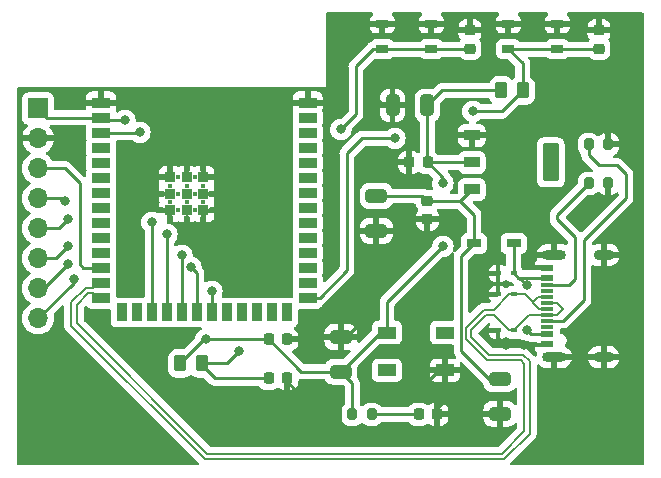
<source format=gbr>
%TF.GenerationSoftware,KiCad,Pcbnew,7.0.9*%
%TF.CreationDate,2024-12-09T18:27:57-04:00*%
%TF.ProjectId,ESP 32 LM,45535020-3332-4204-9c4d-2e6b69636164,rev?*%
%TF.SameCoordinates,Original*%
%TF.FileFunction,Copper,L1,Top*%
%TF.FilePolarity,Positive*%
%FSLAX46Y46*%
G04 Gerber Fmt 4.6, Leading zero omitted, Abs format (unit mm)*
G04 Created by KiCad (PCBNEW 7.0.9) date 2024-12-09 18:27:57*
%MOMM*%
%LPD*%
G01*
G04 APERTURE LIST*
G04 Aperture macros list*
%AMRoundRect*
0 Rectangle with rounded corners*
0 $1 Rounding radius*
0 $2 $3 $4 $5 $6 $7 $8 $9 X,Y pos of 4 corners*
0 Add a 4 corners polygon primitive as box body*
4,1,4,$2,$3,$4,$5,$6,$7,$8,$9,$2,$3,0*
0 Add four circle primitives for the rounded corners*
1,1,$1+$1,$2,$3*
1,1,$1+$1,$4,$5*
1,1,$1+$1,$6,$7*
1,1,$1+$1,$8,$9*
0 Add four rect primitives between the rounded corners*
20,1,$1+$1,$2,$3,$4,$5,0*
20,1,$1+$1,$4,$5,$6,$7,0*
20,1,$1+$1,$6,$7,$8,$9,0*
20,1,$1+$1,$8,$9,$2,$3,0*%
G04 Aperture macros list end*
%TA.AperFunction,SMDPad,CuDef*%
%ADD10RoundRect,0.250000X0.262500X0.450000X-0.262500X0.450000X-0.262500X-0.450000X0.262500X-0.450000X0*%
%TD*%
%TA.AperFunction,SMDPad,CuDef*%
%ADD11RoundRect,0.250000X0.650000X-0.325000X0.650000X0.325000X-0.650000X0.325000X-0.650000X-0.325000X0*%
%TD*%
%TA.AperFunction,SMDPad,CuDef*%
%ADD12RoundRect,0.250000X0.325000X0.650000X-0.325000X0.650000X-0.325000X-0.650000X0.325000X-0.650000X0*%
%TD*%
%TA.AperFunction,SMDPad,CuDef*%
%ADD13RoundRect,0.250000X-0.650000X0.325000X-0.650000X-0.325000X0.650000X-0.325000X0.650000X0.325000X0*%
%TD*%
%TA.AperFunction,SMDPad,CuDef*%
%ADD14R,0.900000X1.500000*%
%TD*%
%TA.AperFunction,SMDPad,CuDef*%
%ADD15R,1.500000X0.900000*%
%TD*%
%TA.AperFunction,ComponentPad*%
%ADD16C,0.400000*%
%TD*%
%TA.AperFunction,SMDPad,CuDef*%
%ADD17R,0.900000X0.900000*%
%TD*%
%TA.AperFunction,SMDPad,CuDef*%
%ADD18RoundRect,0.098250X-0.556750X-1.521750X0.556750X-1.521750X0.556750X1.521750X-0.556750X1.521750X0*%
%TD*%
%TA.AperFunction,SMDPad,CuDef*%
%ADD19RoundRect,0.069750X-0.585250X-0.395250X0.585250X-0.395250X0.585250X0.395250X-0.585250X0.395250X0*%
%TD*%
%TA.AperFunction,SMDPad,CuDef*%
%ADD20R,1.050000X0.650000*%
%TD*%
%TA.AperFunction,SMDPad,CuDef*%
%ADD21RoundRect,0.200000X-0.200000X-0.275000X0.200000X-0.275000X0.200000X0.275000X-0.200000X0.275000X0*%
%TD*%
%TA.AperFunction,ComponentPad*%
%ADD22O,1.700000X1.700000*%
%TD*%
%TA.AperFunction,ComponentPad*%
%ADD23R,1.700000X1.700000*%
%TD*%
%TA.AperFunction,ComponentPad*%
%ADD24O,1.700000X0.900000*%
%TD*%
%TA.AperFunction,ComponentPad*%
%ADD25O,2.000000X0.900000*%
%TD*%
%TA.AperFunction,SMDPad,CuDef*%
%ADD26R,1.140000X0.600000*%
%TD*%
%TA.AperFunction,SMDPad,CuDef*%
%ADD27R,1.140000X0.300000*%
%TD*%
%TA.AperFunction,SMDPad,CuDef*%
%ADD28R,1.500000X1.000000*%
%TD*%
%TA.AperFunction,SMDPad,CuDef*%
%ADD29RoundRect,0.218750X0.218750X0.256250X-0.218750X0.256250X-0.218750X-0.256250X0.218750X-0.256250X0*%
%TD*%
%TA.AperFunction,SMDPad,CuDef*%
%ADD30R,1.210000X0.730000*%
%TD*%
%TA.AperFunction,SMDPad,CuDef*%
%ADD31R,0.480000X0.400000*%
%TD*%
%TA.AperFunction,SMDPad,CuDef*%
%ADD32RoundRect,0.225000X-0.225000X-0.250000X0.225000X-0.250000X0.225000X0.250000X-0.225000X0.250000X0*%
%TD*%
%TA.AperFunction,SMDPad,CuDef*%
%ADD33RoundRect,0.225000X0.250000X-0.225000X0.250000X0.225000X-0.250000X0.225000X-0.250000X-0.225000X0*%
%TD*%
%TA.AperFunction,SMDPad,CuDef*%
%ADD34RoundRect,0.225000X0.225000X0.250000X-0.225000X0.250000X-0.225000X-0.250000X0.225000X-0.250000X0*%
%TD*%
%TA.AperFunction,SMDPad,CuDef*%
%ADD35RoundRect,0.225000X-0.250000X0.225000X-0.250000X-0.225000X0.250000X-0.225000X0.250000X0.225000X0*%
%TD*%
%TA.AperFunction,ViaPad*%
%ADD36C,0.800000*%
%TD*%
%TA.AperFunction,Conductor*%
%ADD37C,0.250000*%
%TD*%
%TA.AperFunction,Conductor*%
%ADD38C,0.200000*%
%TD*%
G04 APERTURE END LIST*
D10*
%TO.P,R5,1*%
%TO.N,GPIO0*%
X131214500Y-46990000D03*
%TO.P,R5,2*%
%TO.N,ESP_3V3*%
X129389500Y-46990000D03*
%TD*%
%TO.P,R4,1*%
%TO.N,CHIP_PU*%
X104036500Y-70104000D03*
%TO.P,R4,2*%
%TO.N,ESP_3V3*%
X102211500Y-70104000D03*
%TD*%
D11*
%TO.P,C10,1*%
%TO.N,ESP_3V3*%
X115824000Y-70817000D03*
%TO.P,C10,2*%
%TO.N,GND*%
X115824000Y-67867000D03*
%TD*%
D12*
%TO.P,C4,1*%
%TO.N,ESP_3V3*%
X123141000Y-48260000D03*
%TO.P,C4,2*%
%TO.N,GND*%
X120191000Y-48260000D03*
%TD*%
D13*
%TO.P,C1,1*%
%TO.N,VCC_5V*%
X129286000Y-71423000D03*
%TO.P,C1,2*%
%TO.N,GND*%
X129286000Y-74373000D03*
%TD*%
%TO.P,C2,1*%
%TO.N,VCC_5V*%
X118826500Y-55929000D03*
%TO.P,C2,2*%
%TO.N,GND*%
X118826500Y-58879000D03*
%TD*%
D14*
%TO.P,U3,26,IO45*%
%TO.N,unconnected-(U3-IO45-Pad26)*%
X111252000Y-65786000D03*
%TO.P,U3,25,IO48*%
%TO.N,unconnected-(U3-IO48-Pad25)*%
X109982000Y-65786000D03*
%TO.P,U3,24,IO47*%
%TO.N,unconnected-(U3-IO47-Pad24)*%
X108712000Y-65786000D03*
%TO.P,U3,23,IO21*%
%TO.N,unconnected-(U3-IO21-Pad23)*%
X107442000Y-65786000D03*
%TO.P,U3,22,IO14*%
%TO.N,unconnected-(U3-IO14-Pad22)*%
X106172000Y-65786000D03*
%TO.P,U3,21,IO13*%
%TO.N,BL*%
X104902000Y-65786000D03*
%TO.P,U3,20,IO12*%
%TO.N,RST*%
X103632000Y-65786000D03*
%TO.P,U3,19,IO11*%
%TO.N,DC*%
X102362000Y-65786000D03*
%TO.P,U3,18,IO10*%
%TO.N,CS*%
X101092000Y-65786000D03*
%TO.P,U3,17,IO9*%
%TO.N,CLK*%
X99822000Y-65786000D03*
%TO.P,U3,16,IO46*%
%TO.N,unconnected-(U3-IO46-Pad16)*%
X98552000Y-65786000D03*
D15*
%TO.P,U3,40,GND*%
%TO.N,GND*%
X113017000Y-48026000D03*
%TO.P,U3,39,IO1*%
%TO.N,unconnected-(U3-IO1-Pad39)*%
X113017000Y-49296000D03*
%TO.P,U3,38,IO2*%
%TO.N,unconnected-(U3-IO2-Pad38)*%
X113017000Y-50566000D03*
%TO.P,U3,37,TXD0*%
%TO.N,unconnected-(U3-TXD0-Pad37)*%
X113017000Y-51836000D03*
%TO.P,U3,36,RXD0*%
%TO.N,unconnected-(U3-RXD0-Pad36)*%
X113017000Y-53106000D03*
%TO.P,U3,35,IO42*%
%TO.N,unconnected-(U3-IO42-Pad35)*%
X113017000Y-54376000D03*
%TO.P,U3,34,IO41*%
%TO.N,unconnected-(U3-IO41-Pad34)*%
X113017000Y-55646000D03*
%TO.P,U3,33,IO40*%
%TO.N,unconnected-(U3-IO40-Pad33)*%
X113017000Y-56916000D03*
%TO.P,U3,32,IO39*%
%TO.N,unconnected-(U3-IO39-Pad32)*%
X113017000Y-58186000D03*
%TO.P,U3,31,IO38*%
%TO.N,unconnected-(U3-IO38-Pad31)*%
X113017000Y-59456000D03*
%TO.P,U3,30,IO37*%
%TO.N,unconnected-(U3-IO37-Pad30)*%
X113017000Y-60726000D03*
%TO.P,U3,29,IO36*%
%TO.N,unconnected-(U3-IO36-Pad29)*%
X113017000Y-61996000D03*
%TO.P,U3,28,IO35*%
%TO.N,unconnected-(U3-IO35-Pad28)*%
X113017000Y-63266000D03*
%TO.P,U3,27,IO0*%
%TO.N,GPIO0*%
X113017000Y-64536000D03*
D14*
%TO.P,U3,15,IO3*%
%TO.N,unconnected-(U3-IO3-Pad15)*%
X97282000Y-65786000D03*
D15*
%TO.P,U3,14,IO20*%
%TO.N,D+*%
X95517000Y-64536000D03*
%TO.P,U3,13,IO19*%
%TO.N,D-*%
X95517000Y-63266000D03*
%TO.P,U3,12,IO8*%
%TO.N,DIN*%
X95517000Y-61996000D03*
%TO.P,U3,11,IO18*%
%TO.N,unconnected-(U3-IO18-Pad11)*%
X95517000Y-60726000D03*
%TO.P,U3,10,IO17*%
%TO.N,unconnected-(U3-IO17-Pad10)*%
X95517000Y-59456000D03*
%TO.P,U3,9,IO16*%
%TO.N,unconnected-(U3-IO16-Pad9)*%
X95517000Y-58186000D03*
%TO.P,U3,8,IO15*%
%TO.N,unconnected-(U3-IO15-Pad8)*%
X95517000Y-56916000D03*
%TO.P,U3,7,IO7*%
%TO.N,unconnected-(U3-IO7-Pad7)*%
X95517000Y-55646000D03*
%TO.P,U3,6,IO6*%
%TO.N,unconnected-(U3-IO6-Pad6)*%
X95517000Y-54376000D03*
%TO.P,U3,5,IO5*%
%TO.N,unconnected-(U3-IO5-Pad5)*%
X95517000Y-53106000D03*
%TO.P,U3,4,IO4*%
%TO.N,unconnected-(U3-IO4-Pad4)*%
X95517000Y-51836000D03*
%TO.P,U3,3,EN*%
%TO.N,CHIP_PU*%
X95517000Y-50566000D03*
%TO.P,U3,2,3V3*%
%TO.N,ESP_3V3*%
X95517000Y-49296000D03*
D16*
%TO.P,U3,41_21*%
%TO.N,N/C*%
X103467000Y-57146000D03*
%TO.P,U3,41_20*%
X102067000Y-57146000D03*
%TO.P,U3,41_19*%
X103467000Y-55746000D03*
%TO.P,U3,41_18*%
X102067000Y-55746000D03*
%TO.P,U3,41_17*%
X103467000Y-54346000D03*
%TO.P,U3,41_16*%
X102067000Y-54346000D03*
%TO.P,U3,41_15*%
X104167000Y-56446000D03*
%TO.P,U3,41_14*%
X102767000Y-56446000D03*
%TO.P,U3,41_13*%
X101367000Y-56446000D03*
%TO.P,U3,41_12*%
X104167000Y-55046000D03*
%TO.P,U3,41_11*%
X101367000Y-55046000D03*
%TO.P,U3,41_10*%
X102767000Y-55046000D03*
D17*
%TO.P,U3,41_9,GND*%
%TO.N,GND*%
X104167000Y-54346000D03*
%TO.P,U3,41_8,GND*%
X102767000Y-54346000D03*
%TO.P,U3,41_7,GND*%
X101367000Y-54346000D03*
%TO.P,U3,41_6,GND*%
X104167000Y-57146000D03*
%TO.P,U3,41_5,GND*%
X102767000Y-57146000D03*
%TO.P,U3,41_4,GND*%
X101367000Y-57146000D03*
%TO.P,U3,41_3,GND*%
X104167000Y-55746000D03*
%TO.P,U3,41_2,GND*%
X101367000Y-55746000D03*
D15*
%TO.P,U3,1,GND*%
X95517000Y-48026000D03*
D17*
%TO.P,U3,41_1,GND*%
X102767000Y-55746000D03*
%TD*%
D18*
%TO.P,U1,4*%
%TO.N,N/C*%
X133601500Y-53086000D03*
D19*
%TO.P,U1,3,VIN*%
%TO.N,VCC_5V*%
X126911500Y-55376000D03*
%TO.P,U1,2,VOUT*%
%TO.N,ESP_3V3*%
X126911500Y-53086000D03*
%TO.P,U1,1,GND/ADJ*%
%TO.N,GND*%
X126911500Y-50796000D03*
%TD*%
D20*
%TO.P,SW2,4*%
%TO.N,CHIP_PU*%
X123487000Y-43493000D03*
%TO.P,SW2,3*%
X119337000Y-43493000D03*
%TO.P,SW2,2*%
%TO.N,GND*%
X123487000Y-41343000D03*
%TO.P,SW2,1*%
X119337000Y-41343000D03*
%TD*%
%TO.P,SW1,4*%
%TO.N,GPIO0*%
X134155000Y-43493000D03*
%TO.P,SW1,3*%
X130005000Y-43493000D03*
%TO.P,SW1,2*%
%TO.N,GND*%
X134155000Y-41343000D03*
%TO.P,SW1,1*%
X130005000Y-41343000D03*
%TD*%
D21*
%TO.P,R3,2*%
%TO.N,Net-(D5-A)*%
X118427000Y-74422000D03*
%TO.P,R3,1*%
%TO.N,ESP_3V3*%
X116777000Y-74422000D03*
%TD*%
%TO.P,R2,2*%
%TO.N,GND*%
X138447500Y-54864000D03*
%TO.P,R2,1*%
%TO.N,Net-(J1-CC2)*%
X136797500Y-54864000D03*
%TD*%
%TO.P,R1,2*%
%TO.N,GND*%
X138447500Y-51562000D03*
%TO.P,R1,1*%
%TO.N,Net-(J1-CC1)*%
X136797500Y-51562000D03*
%TD*%
D22*
%TO.P,J2,8,Pin_8*%
%TO.N,BL*%
X90195000Y-66294000D03*
%TO.P,J2,7,Pin_7*%
%TO.N,RST*%
X90195000Y-63754000D03*
%TO.P,J2,6,Pin_6*%
%TO.N,DC*%
X90195000Y-61214000D03*
%TO.P,J2,5,Pin_5*%
%TO.N,CS*%
X90195000Y-58674000D03*
%TO.P,J2,4,Pin_4*%
%TO.N,CLK*%
X90195000Y-56134000D03*
%TO.P,J2,3,Pin_3*%
%TO.N,DIN*%
X90195000Y-53594000D03*
%TO.P,J2,2,Pin_2*%
%TO.N,GND*%
X90195000Y-51054000D03*
D23*
%TO.P,J2,1,Pin_1*%
%TO.N,ESP_3V3*%
X90195000Y-48514000D03*
%TD*%
D24*
%TO.P,J1,S4,SHIELD*%
%TO.N,GND*%
X138060500Y-60925000D03*
%TO.P,J1,S3,SHIELD*%
X138060500Y-69575000D03*
D25*
%TO.P,J1,S2,SHIELD*%
X133890500Y-60925000D03*
%TO.P,J1,S1,SHIELD*%
X133890500Y-69575000D03*
D26*
%TO.P,J1,B1_A12,GND*%
X133310500Y-62050000D03*
%TO.P,J1,B4_A9,VBUS*%
%TO.N,Net-(D1-Pad2)*%
X133310500Y-62850000D03*
D27*
%TO.P,J1,B5,CC2*%
%TO.N,Net-(J1-CC2)*%
X133310500Y-63500000D03*
%TO.P,J1,A8,SBU1*%
%TO.N,unconnected-(J1-SBU1-PadA8)*%
X133310500Y-64000000D03*
%TO.P,J1,B6,DP2*%
%TO.N,D+*%
X133310500Y-64500000D03*
%TO.P,J1,A7,DN1*%
%TO.N,D-*%
X133310500Y-65000000D03*
%TO.P,J1,B8,SBU2*%
%TO.N,unconnected-(J1-SBU2-PadB8)*%
X133310500Y-67000000D03*
%TO.P,J1,A5,CC1*%
%TO.N,Net-(J1-CC1)*%
X133310500Y-66500000D03*
%TO.P,J1,B7,DN2*%
%TO.N,D-*%
X133310500Y-66000000D03*
%TO.P,J1,A6,DP1*%
%TO.N,D+*%
X133310500Y-65500000D03*
D26*
%TO.P,J1,A4_B9,VBUS*%
%TO.N,Net-(D1-Pad2)*%
X133310500Y-67650000D03*
%TO.P,J1,A1_B12,GND*%
%TO.N,GND*%
X133310500Y-68450000D03*
%TD*%
D28*
%TO.P,D6,4,DOUT*%
%TO.N,unconnected-(D6-DOUT-Pad4)*%
X119724000Y-70688000D03*
%TO.P,D6,3,VDD*%
%TO.N,ESP_3V3*%
X119724000Y-67488000D03*
%TO.P,D6,2,DIN*%
%TO.N,RGB*%
X124624000Y-67488000D03*
%TO.P,D6,1,VSS*%
%TO.N,GND*%
X124624000Y-70688000D03*
%TD*%
D29*
%TO.P,D5,2,A*%
%TO.N,Net-(D5-A)*%
X122402500Y-74422000D03*
%TO.P,D5,1,K*%
%TO.N,GND*%
X123977500Y-74422000D03*
%TD*%
D30*
%TO.P,D4,A*%
%TO.N,Net-(D1-Pad2)*%
X130458000Y-59944000D03*
%TO.P,D4,C*%
%TO.N,VCC_5V*%
X127098000Y-59944000D03*
%TD*%
D31*
%TO.P,D3,2*%
%TO.N,D+*%
X130454000Y-64262000D03*
%TO.P,D3,1*%
%TO.N,GND*%
X129134000Y-64262000D03*
%TD*%
%TO.P,D2,2*%
%TO.N,D-*%
X130454000Y-67310000D03*
%TO.P,D2,1*%
%TO.N,GND*%
X129134000Y-67310000D03*
%TD*%
%TO.P,D1,2*%
%TO.N,Net-(D1-Pad2)*%
X130454000Y-62484000D03*
%TO.P,D1,1*%
%TO.N,GND*%
X129134000Y-62484000D03*
%TD*%
D32*
%TO.P,C11,2*%
%TO.N,GND*%
X111265000Y-71374000D03*
%TO.P,C11,1*%
%TO.N,CHIP_PU*%
X109715000Y-71374000D03*
%TD*%
%TO.P,C9,2*%
%TO.N,GND*%
X111265000Y-68072000D03*
%TO.P,C9,1*%
%TO.N,ESP_3V3*%
X109715000Y-68072000D03*
%TD*%
D33*
%TO.P,C7,2*%
%TO.N,GND*%
X126746000Y-41897000D03*
%TO.P,C7,1*%
%TO.N,CHIP_PU*%
X126746000Y-43447000D03*
%TD*%
%TO.P,C6,2*%
%TO.N,GND*%
X137668000Y-41897000D03*
%TO.P,C6,1*%
%TO.N,GPIO0*%
X137668000Y-43447000D03*
%TD*%
D34*
%TO.P,C5,2*%
%TO.N,GND*%
X121607500Y-53086000D03*
%TO.P,C5,1*%
%TO.N,ESP_3V3*%
X123157500Y-53086000D03*
%TD*%
D35*
%TO.P,C3,2*%
%TO.N,GND*%
X123144500Y-57912000D03*
%TO.P,C3,1*%
%TO.N,VCC_5V*%
X123144500Y-56362000D03*
%TD*%
D36*
%TO.N,GND*%
X139954000Y-77978000D03*
X132842000Y-77724000D03*
X139954000Y-72390000D03*
X132842000Y-72390000D03*
X99060000Y-68072000D03*
X123444000Y-45466000D03*
X136906000Y-45466000D03*
X139192000Y-48260000D03*
X133858000Y-48260000D03*
X112014000Y-75692000D03*
X118110000Y-63500000D03*
X105410000Y-74422000D03*
X93218000Y-71882000D03*
X90170000Y-71882000D03*
X105918000Y-55626000D03*
X99060000Y-54864000D03*
X131318000Y-68580000D03*
X131572000Y-61722000D03*
X137668000Y-50038000D03*
X137922000Y-56388000D03*
X127508000Y-63754000D03*
X127762000Y-61976000D03*
%TO.N,Net-(D1-Pad2)*%
X131572000Y-67310000D03*
X131572000Y-63500000D03*
%TO.N,BL*%
X104902000Y-64008000D03*
X93218000Y-62992000D03*
%TO.N,RST*%
X92710000Y-61722000D03*
X103124000Y-61976000D03*
%TO.N,DC*%
X102362000Y-60960000D03*
X92710000Y-60198000D03*
%TO.N,CS*%
X101092000Y-59182000D03*
X92710000Y-57912000D03*
%TO.N,CLK*%
X99822000Y-58166000D03*
X92456000Y-56388000D03*
%TO.N,GND*%
X92710000Y-51054000D03*
%TO.N,ESP_3V3*%
X124460000Y-54864000D03*
X124460000Y-60198000D03*
%TO.N,GND*%
X113284000Y-68834000D03*
X129794000Y-68580000D03*
X122174000Y-72644000D03*
X126492000Y-74930000D03*
X124714000Y-73152000D03*
X112522000Y-72898000D03*
X117602000Y-66548000D03*
X120904000Y-58166000D03*
X124968000Y-57658000D03*
X119126000Y-52578000D03*
X124968000Y-51308000D03*
X118618000Y-47498000D03*
X139192000Y-41402000D03*
X135890000Y-41148000D03*
X128524000Y-40894000D03*
X128270000Y-42418000D03*
X125222000Y-40894000D03*
X117348000Y-42164000D03*
X93472000Y-48006000D03*
%TO.N,CHIP_PU*%
X107188000Y-69088000D03*
%TO.N,GPIO0*%
X127000000Y-48768000D03*
X120396000Y-51054000D03*
%TO.N,ESP_3V3*%
X97536000Y-49530000D03*
X104394000Y-68072000D03*
%TO.N,CHIP_PU*%
X98806000Y-50546000D03*
X115824000Y-50292000D03*
%TD*%
D37*
%TO.N,GND*%
X105798000Y-55746000D02*
X105918000Y-55626000D01*
X104167000Y-55746000D02*
X105798000Y-55746000D01*
X99942000Y-55746000D02*
X99060000Y-54864000D01*
X101367000Y-55746000D02*
X99942000Y-55746000D01*
X127749000Y-41897000D02*
X126746000Y-41897000D01*
X128270000Y-42418000D02*
X127749000Y-41897000D01*
X131448000Y-68450000D02*
X131318000Y-68580000D01*
X133310500Y-68450000D02*
X131448000Y-68450000D01*
X131900000Y-62050000D02*
X131572000Y-61722000D01*
X133310500Y-62050000D02*
X131900000Y-62050000D01*
%TO.N,Net-(J1-CC1)*%
X136797500Y-52469500D02*
X136797500Y-51562000D01*
X137668000Y-53340000D02*
X136797500Y-52469500D01*
X136398000Y-59690000D02*
X139954000Y-56134000D01*
X139192000Y-53340000D02*
X137668000Y-53340000D01*
X136398000Y-64770000D02*
X136398000Y-59690000D01*
X134668000Y-66500000D02*
X136398000Y-64770000D01*
X139954000Y-56134000D02*
X139954000Y-54102000D01*
X139954000Y-54102000D02*
X139192000Y-53340000D01*
X133310500Y-66500000D02*
X134668000Y-66500000D01*
%TO.N,Net-(J1-CC2)*%
X134112000Y-57549500D02*
X136797500Y-54864000D01*
X134112000Y-57912000D02*
X134112000Y-57549500D01*
X135636000Y-62992000D02*
X135636000Y-59436000D01*
X135128000Y-63500000D02*
X135636000Y-62992000D01*
X135636000Y-59436000D02*
X134112000Y-57912000D01*
X133310500Y-63500000D02*
X135128000Y-63500000D01*
%TO.N,GND*%
X138447500Y-50817500D02*
X138447500Y-51562000D01*
X137668000Y-50038000D02*
X138447500Y-50817500D01*
X138447500Y-55862500D02*
X137922000Y-56388000D01*
X138447500Y-54864000D02*
X138447500Y-55862500D01*
X128016000Y-64262000D02*
X127508000Y-63754000D01*
X129134000Y-64262000D02*
X128016000Y-64262000D01*
X128270000Y-62484000D02*
X127762000Y-61976000D01*
X129134000Y-62484000D02*
X128270000Y-62484000D01*
%TO.N,Net-(D1-Pad2)*%
X131912000Y-67650000D02*
X133310500Y-67650000D01*
X131572000Y-67310000D02*
X131912000Y-67650000D01*
X130922000Y-62850000D02*
X131572000Y-63500000D01*
X130820000Y-62850000D02*
X130922000Y-62850000D01*
%TO.N,BL*%
X93218000Y-63271000D02*
X90195000Y-66294000D01*
X93218000Y-62992000D02*
X93218000Y-63271000D01*
%TO.N,RST*%
X103632000Y-62484000D02*
X103632000Y-65786000D01*
X103124000Y-61976000D02*
X103632000Y-62484000D01*
%TO.N,BL*%
X104902000Y-64008000D02*
X104902000Y-65786000D01*
%TO.N,RST*%
X90678000Y-63754000D02*
X90195000Y-63754000D01*
X92710000Y-61722000D02*
X90678000Y-63754000D01*
%TO.N,DC*%
X102362000Y-60960000D02*
X102362000Y-65786000D01*
%TO.N,CS*%
X101092000Y-59182000D02*
X101092000Y-65786000D01*
%TO.N,DC*%
X92710000Y-60198000D02*
X91694000Y-61214000D01*
X91694000Y-61214000D02*
X90195000Y-61214000D01*
%TO.N,CS*%
X92710000Y-57912000D02*
X91948000Y-58674000D01*
X91948000Y-58674000D02*
X90195000Y-58674000D01*
%TO.N,CLK*%
X99822000Y-58166000D02*
X99822000Y-65786000D01*
X92202000Y-56134000D02*
X92456000Y-56388000D01*
X90195000Y-56134000D02*
X92202000Y-56134000D01*
%TO.N,DIN*%
X93726000Y-61722000D02*
X94000000Y-61996000D01*
X94000000Y-61996000D02*
X95517000Y-61996000D01*
X93726000Y-54864000D02*
X93726000Y-61722000D01*
X90195000Y-53594000D02*
X92456000Y-53594000D01*
X92456000Y-53594000D02*
X93726000Y-54864000D01*
%TO.N,GND*%
X90195000Y-51054000D02*
X92710000Y-51054000D01*
%TO.N,ESP_3V3*%
X124460000Y-54864000D02*
X124460000Y-54388500D01*
X124460000Y-54388500D02*
X123157500Y-53086000D01*
X119724000Y-67488000D02*
X119724000Y-64934000D01*
X119724000Y-64934000D02*
X124460000Y-60198000D01*
%TO.N,GND*%
X112522000Y-68072000D02*
X113284000Y-68834000D01*
X111265000Y-68072000D02*
X112522000Y-68072000D01*
X129134000Y-67920000D02*
X129794000Y-68580000D01*
X129134000Y-67310000D02*
X129134000Y-67920000D01*
X124130000Y-70688000D02*
X122174000Y-72644000D01*
X124624000Y-70688000D02*
X124130000Y-70688000D01*
X127049000Y-74373000D02*
X126492000Y-74930000D01*
X129286000Y-74373000D02*
X127049000Y-74373000D01*
X123977500Y-73888500D02*
X124714000Y-73152000D01*
X123977500Y-74422000D02*
X123977500Y-73888500D01*
X111265000Y-71641000D02*
X112522000Y-72898000D01*
X111265000Y-71374000D02*
X111265000Y-71641000D01*
X116283000Y-67867000D02*
X117602000Y-66548000D01*
X115824000Y-67867000D02*
X116283000Y-67867000D01*
X120191000Y-58879000D02*
X120904000Y-58166000D01*
X118826500Y-58879000D02*
X120191000Y-58879000D01*
X124714000Y-57912000D02*
X124968000Y-57658000D01*
X123144500Y-57912000D02*
X124714000Y-57912000D01*
X119634000Y-53086000D02*
X119126000Y-52578000D01*
X121607500Y-53086000D02*
X119634000Y-53086000D01*
X125480000Y-50796000D02*
X124968000Y-51308000D01*
X126911500Y-50796000D02*
X125480000Y-50796000D01*
X119380000Y-48260000D02*
X118618000Y-47498000D01*
X120191000Y-48260000D02*
X119380000Y-48260000D01*
X138697000Y-41897000D02*
X139192000Y-41402000D01*
X137668000Y-41897000D02*
X138697000Y-41897000D01*
X135695000Y-41343000D02*
X135890000Y-41148000D01*
X134155000Y-41343000D02*
X135695000Y-41343000D01*
X128973000Y-41343000D02*
X130005000Y-41343000D01*
X128524000Y-40894000D02*
X128973000Y-41343000D01*
X124773000Y-41343000D02*
X125222000Y-40894000D01*
X123487000Y-41343000D02*
X124773000Y-41343000D01*
X118169000Y-41343000D02*
X117348000Y-42164000D01*
X119337000Y-41343000D02*
X118169000Y-41343000D01*
X95517000Y-48026000D02*
X113017000Y-48026000D01*
X93472000Y-48006000D02*
X95497000Y-48006000D01*
X95497000Y-48006000D02*
X95517000Y-48026000D01*
%TO.N,CHIP_PU*%
X106172000Y-70104000D02*
X107188000Y-69088000D01*
X104036500Y-70104000D02*
X106172000Y-70104000D01*
%TO.N,GPIO0*%
X129436500Y-48768000D02*
X131214500Y-46990000D01*
X127000000Y-48768000D02*
X129436500Y-48768000D01*
X117602000Y-51054000D02*
X120396000Y-51054000D01*
X116332000Y-52324000D02*
X117602000Y-51054000D01*
X116332000Y-62221000D02*
X116332000Y-52324000D01*
X114017000Y-64536000D02*
X116332000Y-62221000D01*
X113017000Y-64536000D02*
X114017000Y-64536000D01*
%TO.N,Net-(D1-Pad2)*%
X130458000Y-62480000D02*
X130454000Y-62484000D01*
X130458000Y-59944000D02*
X130458000Y-62480000D01*
%TO.N,GPIO0*%
X131214500Y-44702500D02*
X130005000Y-43493000D01*
X131214500Y-46990000D02*
X131214500Y-44702500D01*
%TO.N,ESP_3V3*%
X124411000Y-46990000D02*
X123141000Y-48260000D01*
X129389500Y-46990000D02*
X124411000Y-46990000D01*
X95751000Y-49530000D02*
X95517000Y-49296000D01*
X97536000Y-49530000D02*
X95751000Y-49530000D01*
X102211500Y-70104000D02*
X104243500Y-68072000D01*
X104243500Y-68072000D02*
X109715000Y-68072000D01*
%TO.N,VCC_5V*%
X125995993Y-61046007D02*
X127098000Y-59944000D01*
X125995993Y-69032993D02*
X125995993Y-61046007D01*
X128386000Y-71423000D02*
X125995993Y-69032993D01*
X129286000Y-71423000D02*
X128386000Y-71423000D01*
X127098000Y-59944000D02*
X127098000Y-57534500D01*
X127098000Y-57534500D02*
X125925500Y-56362000D01*
X123144500Y-56362000D02*
X125925500Y-56362000D01*
X125925500Y-56362000D02*
X126911500Y-55376000D01*
X122711500Y-55929000D02*
X123144500Y-56362000D01*
X118826500Y-55929000D02*
X122711500Y-55929000D01*
%TO.N,CHIP_PU*%
X98806000Y-50546000D02*
X98786000Y-50566000D01*
X98786000Y-50566000D02*
X95517000Y-50566000D01*
X117094000Y-44958000D02*
X117094000Y-49022000D01*
X118559000Y-43493000D02*
X117094000Y-44958000D01*
X117094000Y-49022000D02*
X115824000Y-50292000D01*
X119337000Y-43493000D02*
X118559000Y-43493000D01*
%TO.N,ESP_3V3*%
X90977000Y-49296000D02*
X95517000Y-49296000D01*
X90195000Y-48514000D02*
X90977000Y-49296000D01*
X123141000Y-48260000D02*
X123141000Y-53069500D01*
X123141000Y-53069500D02*
X123157500Y-53086000D01*
X126911500Y-53086000D02*
X123157500Y-53086000D01*
%TO.N,GPIO0*%
X137622000Y-43493000D02*
X137668000Y-43447000D01*
X134155000Y-43493000D02*
X137622000Y-43493000D01*
X130005000Y-43493000D02*
X134155000Y-43493000D01*
%TO.N,CHIP_PU*%
X126700000Y-43493000D02*
X126746000Y-43447000D01*
X123487000Y-43493000D02*
X126700000Y-43493000D01*
X119337000Y-43493000D02*
X123487000Y-43493000D01*
X105156000Y-71374000D02*
X104036500Y-70254500D01*
X109715000Y-71374000D02*
X105156000Y-71374000D01*
X104036500Y-70254500D02*
X104036500Y-70104000D01*
%TO.N,ESP_3V3*%
X119153000Y-67488000D02*
X119724000Y-67488000D01*
X115824000Y-70817000D02*
X119153000Y-67488000D01*
X112460000Y-70817000D02*
X109715000Y-68072000D01*
X115824000Y-70817000D02*
X112460000Y-70817000D01*
X116777000Y-71770000D02*
X115824000Y-70817000D01*
X116777000Y-74422000D02*
X116777000Y-71770000D01*
%TO.N,Net-(D5-A)*%
X122402500Y-74422000D02*
X118427000Y-74422000D01*
%TO.N,Net-(D1-Pad2)*%
X130820000Y-62850000D02*
X133310500Y-62850000D01*
X130454000Y-62484000D02*
X130820000Y-62850000D01*
D38*
%TO.N,D-*%
X95217000Y-63266000D02*
X95517000Y-63266000D01*
X94807000Y-63676000D02*
X95217000Y-63266000D01*
X94247800Y-63676000D02*
X94807000Y-63676000D01*
X92993000Y-64930800D02*
X94247800Y-63676000D01*
X92993000Y-66895200D02*
X92993000Y-64930800D01*
X104300800Y-78203000D02*
X92993000Y-66895200D01*
X131797000Y-76039200D02*
X129633200Y-78203000D01*
X131797000Y-69940171D02*
X131797000Y-76039200D01*
X131227829Y-69371000D02*
X131797000Y-69940171D01*
X126870993Y-67878793D02*
X128363200Y-69371000D01*
X126870993Y-67249207D02*
X126870993Y-67878793D01*
X128363200Y-69371000D02*
X131227829Y-69371000D01*
X128794999Y-66011000D02*
X128109200Y-66011000D01*
X130093999Y-67310000D02*
X128794999Y-66011000D01*
X130454000Y-67310000D02*
X130093999Y-67310000D01*
%TO.N,D+*%
X95217000Y-64536000D02*
X95517000Y-64536000D01*
X94807000Y-64126000D02*
X95217000Y-64536000D01*
%TO.N,D-*%
X129633200Y-78203000D02*
X104300800Y-78203000D01*
%TO.N,D+*%
X94434200Y-64126000D02*
X94807000Y-64126000D01*
X93443000Y-65117200D02*
X94434200Y-64126000D01*
X93443000Y-66708800D02*
X93443000Y-65117200D01*
X104487200Y-77753000D02*
X93443000Y-66708800D01*
%TO.N,D-*%
X128109200Y-66011000D02*
X126870993Y-67249207D01*
%TO.N,D+*%
X129446800Y-77753000D02*
X104487200Y-77753000D01*
X131347000Y-75852800D02*
X129446800Y-77753000D01*
X131347000Y-70126571D02*
X131347000Y-75852800D01*
X131041429Y-69821000D02*
X131347000Y-70126571D01*
X128176800Y-69821000D02*
X131041429Y-69821000D01*
X126420993Y-67062807D02*
X126420993Y-68065193D01*
X127922800Y-65561000D02*
X126420993Y-67062807D01*
X130454000Y-64262000D02*
X130093999Y-64262000D01*
X130093999Y-64262000D02*
X128794999Y-65561000D01*
X128794999Y-65561000D02*
X127922800Y-65561000D01*
X126420993Y-68065193D02*
X128176800Y-69821000D01*
%TO.N,D-*%
X131764000Y-66000000D02*
X130454000Y-67310000D01*
X133310500Y-66000000D02*
X131764000Y-66000000D01*
%TO.N,D+*%
X131431500Y-64262000D02*
X130454000Y-64262000D01*
X132080000Y-64910500D02*
X131431500Y-64262000D01*
%TO.N,D-*%
X134620000Y-65532000D02*
X134152000Y-66000000D01*
X134152000Y-66000000D02*
X133310500Y-66000000D01*
X134130500Y-65000000D02*
X134620000Y-65489500D01*
X134620000Y-65489500D02*
X134620000Y-65532000D01*
X133310500Y-65000000D02*
X134130500Y-65000000D01*
%TO.N,D+*%
X132556000Y-65500000D02*
X133310500Y-65500000D01*
X132490500Y-64500000D02*
X132080000Y-64910500D01*
X132080000Y-64910500D02*
X132080000Y-65024000D01*
X133310500Y-64500000D02*
X132490500Y-64500000D01*
X132080000Y-65024000D02*
X132556000Y-65500000D01*
%TD*%
%TA.AperFunction,Conductor*%
%TO.N,GND*%
G36*
X116468500Y-48711547D02*
G01*
X116448815Y-48778586D01*
X116432181Y-48799228D01*
X115876228Y-49355181D01*
X115814905Y-49388666D01*
X115788547Y-49391500D01*
X115729354Y-49391500D01*
X115699343Y-49397879D01*
X115544197Y-49430855D01*
X115544192Y-49430857D01*
X115371270Y-49507848D01*
X115371265Y-49507851D01*
X115218129Y-49619111D01*
X115091466Y-49759785D01*
X114996821Y-49923715D01*
X114996818Y-49923722D01*
X114949898Y-50068128D01*
X114938326Y-50103744D01*
X114918540Y-50292000D01*
X114938326Y-50480256D01*
X114938327Y-50480259D01*
X114996818Y-50660277D01*
X114996821Y-50660284D01*
X115091467Y-50824216D01*
X115172559Y-50914277D01*
X115218129Y-50964888D01*
X115371265Y-51076148D01*
X115371270Y-51076151D01*
X115544192Y-51153142D01*
X115544197Y-51153144D01*
X115729354Y-51192500D01*
X115729355Y-51192500D01*
X115918644Y-51192500D01*
X115918646Y-51192500D01*
X116103803Y-51153144D01*
X116276730Y-51076151D01*
X116429871Y-50964888D01*
X116556533Y-50824216D01*
X116651179Y-50660284D01*
X116709674Y-50480256D01*
X116727321Y-50312344D01*
X116753904Y-50247734D01*
X116762951Y-50237638D01*
X117477788Y-49522801D01*
X117490042Y-49512986D01*
X117489859Y-49512764D01*
X117495866Y-49507792D01*
X117495877Y-49507786D01*
X117526775Y-49474882D01*
X117543227Y-49457364D01*
X117553671Y-49446918D01*
X117564120Y-49436471D01*
X117568379Y-49430978D01*
X117572152Y-49426561D01*
X117604062Y-49392582D01*
X117613713Y-49375024D01*
X117624396Y-49358761D01*
X117636673Y-49342936D01*
X117655185Y-49300153D01*
X117657738Y-49294941D01*
X117680197Y-49254092D01*
X117685180Y-49234680D01*
X117691481Y-49216280D01*
X117699437Y-49197896D01*
X117706729Y-49151852D01*
X117707906Y-49146171D01*
X117719500Y-49101019D01*
X117719500Y-49080983D01*
X117721027Y-49061582D01*
X117724160Y-49041804D01*
X117719775Y-48995415D01*
X117719500Y-48989577D01*
X117719500Y-48510000D01*
X119116001Y-48510000D01*
X119116001Y-48959986D01*
X119126494Y-49062697D01*
X119181641Y-49229119D01*
X119181643Y-49229124D01*
X119273684Y-49378345D01*
X119397654Y-49502315D01*
X119546875Y-49594356D01*
X119546880Y-49594358D01*
X119713302Y-49649505D01*
X119713309Y-49649506D01*
X119816019Y-49659999D01*
X119940999Y-49659999D01*
X119941000Y-49659998D01*
X119941000Y-48510000D01*
X120441000Y-48510000D01*
X120441000Y-49659999D01*
X120565972Y-49659999D01*
X120565986Y-49659998D01*
X120668697Y-49649505D01*
X120835119Y-49594358D01*
X120835124Y-49594356D01*
X120984345Y-49502315D01*
X121108315Y-49378345D01*
X121200356Y-49229124D01*
X121200358Y-49229119D01*
X121255505Y-49062697D01*
X121255506Y-49062690D01*
X121265999Y-48959986D01*
X121266000Y-48959973D01*
X121266000Y-48510000D01*
X120441000Y-48510000D01*
X119941000Y-48510000D01*
X119116001Y-48510000D01*
X117719500Y-48510000D01*
X117719500Y-48010000D01*
X119116000Y-48010000D01*
X119941000Y-48010000D01*
X119941000Y-46860000D01*
X120441000Y-46860000D01*
X120441000Y-48010000D01*
X121265999Y-48010000D01*
X121265999Y-47560028D01*
X121265998Y-47560013D01*
X121255505Y-47457302D01*
X121200358Y-47290880D01*
X121200356Y-47290875D01*
X121108315Y-47141654D01*
X120984345Y-47017684D01*
X120835124Y-46925643D01*
X120835119Y-46925641D01*
X120668697Y-46870494D01*
X120668690Y-46870493D01*
X120565986Y-46860000D01*
X120441000Y-46860000D01*
X119941000Y-46860000D01*
X119816027Y-46860000D01*
X119816012Y-46860001D01*
X119713302Y-46870494D01*
X119546880Y-46925641D01*
X119546875Y-46925643D01*
X119397654Y-47017684D01*
X119273684Y-47141654D01*
X119181643Y-47290875D01*
X119181641Y-47290880D01*
X119126494Y-47457302D01*
X119126493Y-47457309D01*
X119116000Y-47560013D01*
X119116000Y-48010000D01*
X117719500Y-48010000D01*
X117719500Y-46736000D01*
X123780408Y-46736000D01*
X123723447Y-46792961D01*
X123685513Y-46830895D01*
X123624190Y-46864379D01*
X123585230Y-46866571D01*
X123516011Y-46859500D01*
X122765998Y-46859500D01*
X122765980Y-46859501D01*
X122663203Y-46870000D01*
X122663200Y-46870001D01*
X122496668Y-46925185D01*
X122496663Y-46925187D01*
X122347342Y-47017289D01*
X122223289Y-47141342D01*
X122131187Y-47290663D01*
X122131185Y-47290668D01*
X122116855Y-47333913D01*
X122076001Y-47457203D01*
X122076001Y-47457204D01*
X122076000Y-47457204D01*
X122065500Y-47559983D01*
X122065500Y-48960001D01*
X122065501Y-48960018D01*
X122076000Y-49062796D01*
X122076001Y-49062799D01*
X122131185Y-49229331D01*
X122131187Y-49229336D01*
X122153906Y-49266170D01*
X122223288Y-49378656D01*
X122347344Y-49502712D01*
X122456597Y-49570099D01*
X122503321Y-49622047D01*
X122515500Y-49675638D01*
X122515500Y-52175625D01*
X122495815Y-52242664D01*
X122479181Y-52263306D01*
X122469827Y-52272660D01*
X122408504Y-52306145D01*
X122338812Y-52301161D01*
X122294465Y-52272660D01*
X122285232Y-52263427D01*
X122285228Y-52263424D01*
X122140992Y-52174457D01*
X122140981Y-52174452D01*
X121980106Y-52121144D01*
X121880822Y-52111000D01*
X121857500Y-52111000D01*
X121857500Y-54060999D01*
X121880808Y-54060999D01*
X121880822Y-54060998D01*
X121980107Y-54050855D01*
X122140981Y-53997547D01*
X122140992Y-53997542D01*
X122285231Y-53908573D01*
X122294459Y-53899345D01*
X122355779Y-53865856D01*
X122425471Y-53870835D01*
X122469827Y-53899339D01*
X122479455Y-53908967D01*
X122479459Y-53908970D01*
X122623794Y-53997998D01*
X122623797Y-53997999D01*
X122623803Y-53998003D01*
X122784792Y-54051349D01*
X122884155Y-54061500D01*
X123197046Y-54061499D01*
X123264085Y-54081183D01*
X123284727Y-54097818D01*
X123591303Y-54404394D01*
X123624788Y-54465717D01*
X123621553Y-54530393D01*
X123583666Y-54646998D01*
X123574326Y-54675744D01*
X123554540Y-54864000D01*
X123574326Y-55052256D01*
X123574327Y-55052259D01*
X123632818Y-55232277D01*
X123632820Y-55232281D01*
X123632821Y-55232284D01*
X123632822Y-55232285D01*
X123633444Y-55233363D01*
X123633613Y-55234063D01*
X123635462Y-55238214D01*
X123634702Y-55238552D01*
X123649911Y-55301264D01*
X123627054Y-55367290D01*
X123572130Y-55410476D01*
X123513449Y-55418713D01*
X123442852Y-55411500D01*
X123442845Y-55411500D01*
X123107343Y-55411500D01*
X123040304Y-55391815D01*
X123033084Y-55386710D01*
X123032433Y-55386325D01*
X122989668Y-55367818D01*
X122984422Y-55365248D01*
X122943593Y-55342803D01*
X122943592Y-55342802D01*
X122924193Y-55337822D01*
X122905781Y-55331518D01*
X122887398Y-55323562D01*
X122887392Y-55323560D01*
X122841374Y-55316272D01*
X122835652Y-55315087D01*
X122790521Y-55303500D01*
X122790519Y-55303500D01*
X122770484Y-55303500D01*
X122751086Y-55301973D01*
X122743662Y-55300797D01*
X122731305Y-55298840D01*
X122731304Y-55298840D01*
X122684916Y-55303225D01*
X122679078Y-55303500D01*
X120242138Y-55303500D01*
X120175099Y-55283815D01*
X120136599Y-55244597D01*
X120069212Y-55135344D01*
X119945156Y-55011288D01*
X119795834Y-54919186D01*
X119629297Y-54864001D01*
X119629295Y-54864000D01*
X119526510Y-54853500D01*
X118126498Y-54853500D01*
X118126481Y-54853501D01*
X118023703Y-54864000D01*
X118023700Y-54864001D01*
X117857168Y-54919185D01*
X117857163Y-54919187D01*
X117707842Y-55011289D01*
X117583789Y-55135342D01*
X117491687Y-55284663D01*
X117491685Y-55284668D01*
X117472421Y-55342803D01*
X117436501Y-55451203D01*
X117436501Y-55451204D01*
X117436500Y-55451204D01*
X117426000Y-55553983D01*
X117426000Y-56304001D01*
X117426001Y-56304019D01*
X117436500Y-56406796D01*
X117436501Y-56406799D01*
X117483447Y-56548471D01*
X117491686Y-56573334D01*
X117583788Y-56722656D01*
X117707844Y-56846712D01*
X117857166Y-56938814D01*
X118023703Y-56993999D01*
X118126491Y-57004500D01*
X119526508Y-57004499D01*
X119629297Y-56993999D01*
X119795834Y-56938814D01*
X119945156Y-56846712D01*
X120069212Y-56722656D01*
X120136599Y-56613402D01*
X120188547Y-56566679D01*
X120242138Y-56554500D01*
X122048764Y-56554500D01*
X122115803Y-56574185D01*
X122161558Y-56626989D01*
X122172122Y-56665899D01*
X122179150Y-56734707D01*
X122179151Y-56734710D01*
X122232496Y-56895694D01*
X122232501Y-56895705D01*
X122321529Y-57040040D01*
X122321532Y-57040044D01*
X122331160Y-57049672D01*
X122364645Y-57110995D01*
X122359661Y-57180687D01*
X122331163Y-57225031D01*
X122321928Y-57234265D01*
X122321924Y-57234271D01*
X122232957Y-57378507D01*
X122232952Y-57378518D01*
X122179644Y-57539393D01*
X122169500Y-57638677D01*
X122169500Y-57662000D01*
X124119499Y-57662000D01*
X124119499Y-57638692D01*
X124119498Y-57638677D01*
X124109355Y-57539392D01*
X124056047Y-57378518D01*
X124056042Y-57378507D01*
X123967075Y-57234271D01*
X123967072Y-57234267D01*
X123957839Y-57225034D01*
X123924354Y-57163711D01*
X123929338Y-57094019D01*
X123957843Y-57049668D01*
X123967468Y-57040044D01*
X123967470Y-57040039D01*
X123971781Y-57034590D01*
X124028803Y-56994213D01*
X124069048Y-56987500D01*
X125615048Y-56987500D01*
X125682087Y-57007185D01*
X125702729Y-57023819D01*
X126436181Y-57757271D01*
X126469666Y-57818594D01*
X126472500Y-57844952D01*
X126472500Y-58966371D01*
X126452815Y-59033410D01*
X126400011Y-59079165D01*
X126391833Y-59082553D01*
X126250671Y-59135202D01*
X126250664Y-59135206D01*
X126135455Y-59221452D01*
X126135452Y-59221455D01*
X126049206Y-59336664D01*
X126049202Y-59336671D01*
X125998908Y-59471517D01*
X125992501Y-59531116D01*
X125992501Y-59531123D01*
X125992500Y-59531135D01*
X125992500Y-60113546D01*
X125972815Y-60180585D01*
X125956181Y-60201227D01*
X125612201Y-60545206D01*
X125599944Y-60555027D01*
X125600127Y-60555248D01*
X125594116Y-60560220D01*
X125546765Y-60610643D01*
X125525882Y-60631526D01*
X125525870Y-60631539D01*
X125521614Y-60637024D01*
X125517830Y-60641454D01*
X125507555Y-60652395D01*
X125447316Y-60687792D01*
X125377502Y-60685002D01*
X125320279Y-60644911D01*
X125293815Y-60580247D01*
X125299228Y-60529199D01*
X125345674Y-60386256D01*
X125365460Y-60198000D01*
X125345674Y-60009744D01*
X125287179Y-59829716D01*
X125192533Y-59665784D01*
X125065871Y-59525112D01*
X125065870Y-59525111D01*
X124912734Y-59413851D01*
X124912729Y-59413848D01*
X124739807Y-59336857D01*
X124739802Y-59336855D01*
X124594001Y-59305865D01*
X124554646Y-59297500D01*
X124365354Y-59297500D01*
X124332897Y-59304398D01*
X124180197Y-59336855D01*
X124180192Y-59336857D01*
X124007270Y-59413848D01*
X124007265Y-59413851D01*
X123854129Y-59525111D01*
X123727466Y-59665785D01*
X123632821Y-59829715D01*
X123632818Y-59829722D01*
X123585615Y-59975000D01*
X123574326Y-60009744D01*
X123560504Y-60141256D01*
X123556679Y-60177649D01*
X123530094Y-60242263D01*
X123521039Y-60252368D01*
X119340208Y-64433199D01*
X119327951Y-64443020D01*
X119328134Y-64443241D01*
X119322123Y-64448213D01*
X119274772Y-64498636D01*
X119253889Y-64519519D01*
X119253877Y-64519532D01*
X119249621Y-64525017D01*
X119245837Y-64529447D01*
X119213937Y-64563418D01*
X119213936Y-64563420D01*
X119204284Y-64580976D01*
X119193610Y-64597226D01*
X119181329Y-64613061D01*
X119181324Y-64613068D01*
X119162815Y-64655838D01*
X119160245Y-64661084D01*
X119137803Y-64701906D01*
X119132822Y-64721307D01*
X119126521Y-64739710D01*
X119118562Y-64758102D01*
X119118561Y-64758105D01*
X119111271Y-64804127D01*
X119110087Y-64809846D01*
X119098501Y-64854972D01*
X119098500Y-64854982D01*
X119098500Y-64875016D01*
X119096973Y-64894415D01*
X119093840Y-64914194D01*
X119093840Y-64914195D01*
X119098225Y-64960583D01*
X119098500Y-64966421D01*
X119098500Y-66363500D01*
X119078815Y-66430539D01*
X119026011Y-66476294D01*
X118974502Y-66487500D01*
X118926131Y-66487500D01*
X118926123Y-66487501D01*
X118866516Y-66493908D01*
X118731671Y-66544202D01*
X118731664Y-66544206D01*
X118616455Y-66630452D01*
X118616452Y-66630455D01*
X118530206Y-66745664D01*
X118530202Y-66745671D01*
X118479908Y-66880517D01*
X118478330Y-66895199D01*
X118473501Y-66940123D01*
X118473500Y-66940135D01*
X118473500Y-67231546D01*
X118453815Y-67298585D01*
X118437181Y-67319227D01*
X117435681Y-68320727D01*
X117374358Y-68354212D01*
X117304666Y-68349228D01*
X117248733Y-68307356D01*
X117224316Y-68241892D01*
X117224000Y-68233046D01*
X117224000Y-68117000D01*
X116074000Y-68117000D01*
X116074000Y-68941999D01*
X116515047Y-68941999D01*
X116582086Y-68961684D01*
X116627841Y-69014488D01*
X116637785Y-69083646D01*
X116608760Y-69147202D01*
X116602728Y-69153680D01*
X116051226Y-69705181D01*
X115989903Y-69738666D01*
X115963545Y-69741500D01*
X115123998Y-69741500D01*
X115123980Y-69741501D01*
X115021203Y-69752000D01*
X115021200Y-69752001D01*
X114854668Y-69807185D01*
X114854663Y-69807187D01*
X114705342Y-69899289D01*
X114581289Y-70023342D01*
X114581288Y-70023344D01*
X114531810Y-70103562D01*
X114513901Y-70132597D01*
X114461953Y-70179321D01*
X114408362Y-70191500D01*
X112770453Y-70191500D01*
X112703414Y-70171815D01*
X112682772Y-70155181D01*
X111724808Y-69197217D01*
X111691323Y-69135894D01*
X111696307Y-69066202D01*
X111738179Y-69010269D01*
X111773486Y-68991830D01*
X111798479Y-68983548D01*
X111798492Y-68983542D01*
X111942728Y-68894575D01*
X111942732Y-68894572D01*
X112062572Y-68774732D01*
X112062575Y-68774728D01*
X112151542Y-68630492D01*
X112151547Y-68630481D01*
X112204855Y-68469606D01*
X112214999Y-68370322D01*
X112215000Y-68370309D01*
X112215000Y-68322000D01*
X111139000Y-68322000D01*
X111071961Y-68302315D01*
X111026206Y-68249511D01*
X111015000Y-68198000D01*
X111015000Y-68117000D01*
X114424001Y-68117000D01*
X114424001Y-68241986D01*
X114434494Y-68344697D01*
X114489641Y-68511119D01*
X114489643Y-68511124D01*
X114581684Y-68660345D01*
X114705654Y-68784315D01*
X114854875Y-68876356D01*
X114854880Y-68876358D01*
X115021302Y-68931505D01*
X115021309Y-68931506D01*
X115124019Y-68941999D01*
X115573999Y-68941999D01*
X115574000Y-68941998D01*
X115574000Y-68117000D01*
X114424001Y-68117000D01*
X111015000Y-68117000D01*
X111015000Y-67946000D01*
X111034685Y-67878961D01*
X111087489Y-67833206D01*
X111139000Y-67822000D01*
X112214999Y-67822000D01*
X112214999Y-67773692D01*
X112214998Y-67773677D01*
X112204855Y-67674392D01*
X112185837Y-67617000D01*
X114424000Y-67617000D01*
X115574000Y-67617000D01*
X115574000Y-66792000D01*
X116074000Y-66792000D01*
X116074000Y-67617000D01*
X117223999Y-67617000D01*
X117223999Y-67492028D01*
X117223998Y-67492013D01*
X117213505Y-67389302D01*
X117158358Y-67222880D01*
X117158356Y-67222875D01*
X117066315Y-67073654D01*
X116942345Y-66949684D01*
X116793124Y-66857643D01*
X116793119Y-66857641D01*
X116626697Y-66802494D01*
X116626690Y-66802493D01*
X116523986Y-66792000D01*
X116074000Y-66792000D01*
X115574000Y-66792000D01*
X115124028Y-66792000D01*
X115124012Y-66792001D01*
X115021302Y-66802494D01*
X114854880Y-66857641D01*
X114854875Y-66857643D01*
X114705654Y-66949684D01*
X114581684Y-67073654D01*
X114489643Y-67222875D01*
X114489641Y-67222880D01*
X114434494Y-67389302D01*
X114434493Y-67389309D01*
X114424000Y-67492013D01*
X114424000Y-67617000D01*
X112185837Y-67617000D01*
X112151547Y-67513518D01*
X112151542Y-67513507D01*
X112062575Y-67369271D01*
X112062572Y-67369267D01*
X111942733Y-67249428D01*
X111886728Y-67214884D01*
X111840004Y-67162936D01*
X111828781Y-67093973D01*
X111856625Y-67029891D01*
X111908493Y-66993163D01*
X111944326Y-66979798D01*
X111944326Y-66979797D01*
X111944331Y-66979796D01*
X112059546Y-66893546D01*
X112145796Y-66778331D01*
X112196091Y-66643483D01*
X112202500Y-66583873D01*
X112202499Y-65610498D01*
X112222183Y-65543460D01*
X112274987Y-65497705D01*
X112326494Y-65486499D01*
X113814872Y-65486499D01*
X113874483Y-65480091D01*
X114009331Y-65429796D01*
X114124546Y-65343546D01*
X114210796Y-65228331D01*
X114233675Y-65166987D01*
X114275543Y-65111055D01*
X114304211Y-65095026D01*
X114320732Y-65088486D01*
X114358449Y-65061082D01*
X114363305Y-65057892D01*
X114403420Y-65034170D01*
X114417589Y-65019999D01*
X114432379Y-65007368D01*
X114448587Y-64995594D01*
X114478299Y-64959676D01*
X114482212Y-64955376D01*
X116715788Y-62721801D01*
X116728042Y-62711986D01*
X116727859Y-62711764D01*
X116733866Y-62706792D01*
X116733877Y-62706786D01*
X116764775Y-62673882D01*
X116781227Y-62656364D01*
X116791671Y-62645918D01*
X116802120Y-62635471D01*
X116806379Y-62629978D01*
X116810152Y-62625561D01*
X116842062Y-62591582D01*
X116851713Y-62574024D01*
X116862396Y-62557761D01*
X116874673Y-62541936D01*
X116893185Y-62499153D01*
X116895738Y-62493941D01*
X116918197Y-62453092D01*
X116923180Y-62433680D01*
X116929481Y-62415280D01*
X116937437Y-62396896D01*
X116944729Y-62350852D01*
X116945906Y-62345171D01*
X116957500Y-62300019D01*
X116957500Y-62279983D01*
X116959027Y-62260582D01*
X116962160Y-62240804D01*
X116957775Y-62194415D01*
X116957500Y-62188577D01*
X116957500Y-59129000D01*
X117426501Y-59129000D01*
X117426501Y-59253986D01*
X117436994Y-59356697D01*
X117492141Y-59523119D01*
X117492143Y-59523124D01*
X117584184Y-59672345D01*
X117708154Y-59796315D01*
X117857375Y-59888356D01*
X117857380Y-59888358D01*
X118023802Y-59943505D01*
X118023809Y-59943506D01*
X118126519Y-59953999D01*
X118576499Y-59953999D01*
X118576500Y-59953998D01*
X118576500Y-59129000D01*
X119076500Y-59129000D01*
X119076500Y-59953999D01*
X119526472Y-59953999D01*
X119526486Y-59953998D01*
X119629197Y-59943505D01*
X119795619Y-59888358D01*
X119795624Y-59888356D01*
X119944845Y-59796315D01*
X120068815Y-59672345D01*
X120160856Y-59523124D01*
X120160858Y-59523119D01*
X120216005Y-59356697D01*
X120216006Y-59356690D01*
X120226499Y-59253986D01*
X120226500Y-59253973D01*
X120226500Y-59129000D01*
X119076500Y-59129000D01*
X118576500Y-59129000D01*
X117426501Y-59129000D01*
X116957500Y-59129000D01*
X116957500Y-58629000D01*
X117426500Y-58629000D01*
X118576500Y-58629000D01*
X118576500Y-57804000D01*
X119076500Y-57804000D01*
X119076500Y-58629000D01*
X120226499Y-58629000D01*
X120226499Y-58504028D01*
X120226498Y-58504013D01*
X120216005Y-58401302D01*
X120160858Y-58234880D01*
X120160856Y-58234875D01*
X120115906Y-58162000D01*
X122169501Y-58162000D01*
X122169501Y-58185322D01*
X122179644Y-58284607D01*
X122232952Y-58445481D01*
X122232957Y-58445492D01*
X122321924Y-58589728D01*
X122321927Y-58589732D01*
X122441767Y-58709572D01*
X122441771Y-58709575D01*
X122586007Y-58798542D01*
X122586018Y-58798547D01*
X122746893Y-58851855D01*
X122846183Y-58861999D01*
X122894499Y-58861998D01*
X122894500Y-58861998D01*
X122894500Y-58162000D01*
X123394500Y-58162000D01*
X123394500Y-58861999D01*
X123442808Y-58861999D01*
X123442822Y-58861998D01*
X123542107Y-58851855D01*
X123702981Y-58798547D01*
X123702992Y-58798542D01*
X123847228Y-58709575D01*
X123847232Y-58709572D01*
X123967072Y-58589732D01*
X123967075Y-58589728D01*
X124056042Y-58445492D01*
X124056047Y-58445481D01*
X124109355Y-58284606D01*
X124119499Y-58185322D01*
X124119500Y-58185309D01*
X124119500Y-58162000D01*
X123394500Y-58162000D01*
X122894500Y-58162000D01*
X122169501Y-58162000D01*
X120115906Y-58162000D01*
X120068815Y-58085654D01*
X119944845Y-57961684D01*
X119795624Y-57869643D01*
X119795619Y-57869641D01*
X119629197Y-57814494D01*
X119629190Y-57814493D01*
X119526486Y-57804000D01*
X119076500Y-57804000D01*
X118576500Y-57804000D01*
X118126528Y-57804000D01*
X118126512Y-57804001D01*
X118023802Y-57814494D01*
X117857380Y-57869641D01*
X117857375Y-57869643D01*
X117708154Y-57961684D01*
X117584184Y-58085654D01*
X117492143Y-58234875D01*
X117492141Y-58234880D01*
X117436994Y-58401302D01*
X117436993Y-58401309D01*
X117426500Y-58504013D01*
X117426500Y-58629000D01*
X116957500Y-58629000D01*
X116957500Y-53336000D01*
X120657501Y-53336000D01*
X120657501Y-53384322D01*
X120667644Y-53483607D01*
X120720952Y-53644481D01*
X120720957Y-53644492D01*
X120809924Y-53788728D01*
X120809927Y-53788732D01*
X120929767Y-53908572D01*
X120929771Y-53908575D01*
X121074007Y-53997542D01*
X121074018Y-53997547D01*
X121234893Y-54050855D01*
X121334183Y-54060999D01*
X121357500Y-54060998D01*
X121357500Y-53336000D01*
X120657501Y-53336000D01*
X116957500Y-53336000D01*
X116957500Y-52836000D01*
X120657500Y-52836000D01*
X121357500Y-52836000D01*
X121357500Y-52110999D01*
X121334193Y-52111000D01*
X121334174Y-52111001D01*
X121234892Y-52121144D01*
X121074018Y-52174452D01*
X121074007Y-52174457D01*
X120929771Y-52263424D01*
X120929767Y-52263427D01*
X120809927Y-52383267D01*
X120809924Y-52383271D01*
X120720957Y-52527507D01*
X120720952Y-52527518D01*
X120667644Y-52688393D01*
X120657500Y-52787677D01*
X120657500Y-52836000D01*
X116957500Y-52836000D01*
X116957500Y-52634452D01*
X116977185Y-52567413D01*
X116993819Y-52546771D01*
X117824772Y-51715819D01*
X117886095Y-51682334D01*
X117912453Y-51679500D01*
X119692252Y-51679500D01*
X119759291Y-51699185D01*
X119784400Y-51720526D01*
X119790126Y-51726885D01*
X119790130Y-51726889D01*
X119943265Y-51838148D01*
X119943270Y-51838151D01*
X120116192Y-51915142D01*
X120116197Y-51915144D01*
X120301354Y-51954500D01*
X120301355Y-51954500D01*
X120490644Y-51954500D01*
X120490646Y-51954500D01*
X120675803Y-51915144D01*
X120848730Y-51838151D01*
X121001871Y-51726888D01*
X121128533Y-51586216D01*
X121223179Y-51422284D01*
X121281674Y-51242256D01*
X121301460Y-51054000D01*
X121281674Y-50865744D01*
X121223179Y-50685716D01*
X121128533Y-50521784D01*
X121001871Y-50381112D01*
X121001870Y-50381111D01*
X120848734Y-50269851D01*
X120848729Y-50269848D01*
X120675807Y-50192857D01*
X120675802Y-50192855D01*
X120530001Y-50161865D01*
X120490646Y-50153500D01*
X120301354Y-50153500D01*
X120268897Y-50160398D01*
X120116197Y-50192855D01*
X120116192Y-50192857D01*
X119943270Y-50269848D01*
X119943265Y-50269851D01*
X119790130Y-50381110D01*
X119790129Y-50381112D01*
X119784400Y-50387474D01*
X119724913Y-50424121D01*
X119692252Y-50428500D01*
X117684737Y-50428500D01*
X117669120Y-50426776D01*
X117669093Y-50427062D01*
X117661331Y-50426327D01*
X117592203Y-50428500D01*
X117562650Y-50428500D01*
X117561929Y-50428590D01*
X117555757Y-50429369D01*
X117549945Y-50429826D01*
X117503373Y-50431290D01*
X117503372Y-50431290D01*
X117484129Y-50436881D01*
X117465079Y-50440825D01*
X117445211Y-50443334D01*
X117445209Y-50443335D01*
X117401884Y-50460488D01*
X117396357Y-50462380D01*
X117351610Y-50475381D01*
X117351609Y-50475382D01*
X117334367Y-50485579D01*
X117316899Y-50494137D01*
X117298269Y-50501513D01*
X117298267Y-50501514D01*
X117260576Y-50528898D01*
X117255694Y-50532105D01*
X117215579Y-50555830D01*
X117201408Y-50570000D01*
X117186623Y-50582628D01*
X117171786Y-50593409D01*
X117170412Y-50594407D01*
X117140709Y-50630310D01*
X117136777Y-50634631D01*
X115948208Y-51823199D01*
X115935951Y-51833020D01*
X115936134Y-51833241D01*
X115930123Y-51838213D01*
X115882772Y-51888636D01*
X115861889Y-51909519D01*
X115861877Y-51909532D01*
X115857621Y-51915017D01*
X115853837Y-51919447D01*
X115821937Y-51953418D01*
X115821936Y-51953420D01*
X115812284Y-51970976D01*
X115801610Y-51987226D01*
X115789329Y-52003061D01*
X115789324Y-52003068D01*
X115770815Y-52045838D01*
X115768245Y-52051084D01*
X115745803Y-52091906D01*
X115740822Y-52111307D01*
X115734521Y-52129710D01*
X115726562Y-52148102D01*
X115726561Y-52148105D01*
X115719271Y-52194127D01*
X115718087Y-52199846D01*
X115706501Y-52244972D01*
X115706500Y-52244982D01*
X115706500Y-52265016D01*
X115704973Y-52284415D01*
X115701840Y-52304194D01*
X115701840Y-52304195D01*
X115706225Y-52350583D01*
X115706500Y-52356421D01*
X115706500Y-61910546D01*
X115686815Y-61977585D01*
X115670181Y-61998227D01*
X114479180Y-63189228D01*
X114417857Y-63222713D01*
X114348165Y-63217729D01*
X114292232Y-63175857D01*
X114267815Y-63110393D01*
X114267499Y-63101547D01*
X114267499Y-62768129D01*
X114267498Y-62768123D01*
X114267497Y-62768116D01*
X114261091Y-62708517D01*
X114248340Y-62674332D01*
X114243357Y-62604642D01*
X114248340Y-62587669D01*
X114261091Y-62553483D01*
X114267500Y-62493873D01*
X114267499Y-61498128D01*
X114261091Y-61438517D01*
X114248340Y-61404332D01*
X114243357Y-61334642D01*
X114248340Y-61317669D01*
X114261091Y-61283483D01*
X114267500Y-61223873D01*
X114267499Y-60228128D01*
X114261091Y-60168517D01*
X114248340Y-60134332D01*
X114243357Y-60064642D01*
X114248340Y-60047669D01*
X114261091Y-60013483D01*
X114267500Y-59953873D01*
X114267499Y-58958128D01*
X114261091Y-58898517D01*
X114248340Y-58864332D01*
X114243357Y-58794642D01*
X114248340Y-58777669D01*
X114261091Y-58743483D01*
X114267500Y-58683873D01*
X114267499Y-57688128D01*
X114261091Y-57628517D01*
X114248340Y-57594332D01*
X114243357Y-57524642D01*
X114248340Y-57507669D01*
X114261091Y-57473483D01*
X114267500Y-57413873D01*
X114267499Y-56418128D01*
X114261091Y-56358517D01*
X114248340Y-56324332D01*
X114243357Y-56254642D01*
X114248340Y-56237669D01*
X114261091Y-56203483D01*
X114267500Y-56143873D01*
X114267499Y-55148128D01*
X114261091Y-55088517D01*
X114248340Y-55054332D01*
X114243357Y-54984642D01*
X114248340Y-54967669D01*
X114261091Y-54933483D01*
X114267500Y-54873873D01*
X114267499Y-53878128D01*
X114261091Y-53818517D01*
X114248340Y-53784332D01*
X114243357Y-53714642D01*
X114248340Y-53697669D01*
X114261091Y-53663483D01*
X114267500Y-53603873D01*
X114267499Y-52608128D01*
X114261091Y-52548517D01*
X114248340Y-52514332D01*
X114243357Y-52444642D01*
X114248340Y-52427669D01*
X114261091Y-52393483D01*
X114267500Y-52333873D01*
X114267499Y-51338128D01*
X114261091Y-51278517D01*
X114248340Y-51244332D01*
X114243357Y-51174642D01*
X114248340Y-51157669D01*
X114261091Y-51123483D01*
X114267500Y-51063873D01*
X114267499Y-50068128D01*
X114261091Y-50008517D01*
X114248340Y-49974332D01*
X114243357Y-49904642D01*
X114248340Y-49887669D01*
X114261091Y-49853483D01*
X114267500Y-49793873D01*
X114267499Y-48798128D01*
X114261091Y-48738517D01*
X114248073Y-48703616D01*
X114243090Y-48633926D01*
X114248075Y-48616949D01*
X114260597Y-48583375D01*
X114260598Y-48583372D01*
X114266999Y-48523844D01*
X114267000Y-48523827D01*
X114267000Y-48276000D01*
X111767000Y-48276000D01*
X111767000Y-48523844D01*
X111773401Y-48583372D01*
X111773403Y-48583379D01*
X111785925Y-48616952D01*
X111790909Y-48686643D01*
X111785925Y-48703617D01*
X111772909Y-48738514D01*
X111772908Y-48738516D01*
X111766934Y-48794087D01*
X111766501Y-48798123D01*
X111766500Y-48798135D01*
X111766500Y-49793870D01*
X111766501Y-49793876D01*
X111772908Y-49853481D01*
X111785659Y-49887669D01*
X111790642Y-49957361D01*
X111785659Y-49974331D01*
X111772908Y-50008518D01*
X111767507Y-50058760D01*
X111766501Y-50068123D01*
X111766500Y-50068135D01*
X111766500Y-51063870D01*
X111766501Y-51063876D01*
X111772908Y-51123481D01*
X111785659Y-51157669D01*
X111790642Y-51227361D01*
X111785659Y-51244331D01*
X111772908Y-51278518D01*
X111766501Y-51338114D01*
X111766501Y-51338123D01*
X111766500Y-51338135D01*
X111766500Y-52333870D01*
X111766501Y-52333876D01*
X111772908Y-52393481D01*
X111785659Y-52427669D01*
X111790642Y-52497361D01*
X111785659Y-52514331D01*
X111772908Y-52548518D01*
X111768733Y-52587358D01*
X111766501Y-52608123D01*
X111766500Y-52608135D01*
X111766500Y-53603870D01*
X111766501Y-53603876D01*
X111772908Y-53663481D01*
X111785659Y-53697669D01*
X111790642Y-53767361D01*
X111785659Y-53784331D01*
X111772908Y-53818518D01*
X111766506Y-53878067D01*
X111766501Y-53878123D01*
X111766500Y-53878135D01*
X111766500Y-54873870D01*
X111766501Y-54873876D01*
X111772908Y-54933481D01*
X111785659Y-54967669D01*
X111790642Y-55037361D01*
X111785659Y-55054331D01*
X111772908Y-55088518D01*
X111766501Y-55148116D01*
X111766501Y-55148123D01*
X111766500Y-55148135D01*
X111766500Y-56143870D01*
X111766501Y-56143876D01*
X111772908Y-56203481D01*
X111785659Y-56237669D01*
X111790642Y-56307361D01*
X111785659Y-56324331D01*
X111772908Y-56358518D01*
X111766501Y-56418116D01*
X111766501Y-56418123D01*
X111766500Y-56418135D01*
X111766500Y-57413870D01*
X111766501Y-57413876D01*
X111772908Y-57473481D01*
X111785659Y-57507669D01*
X111790642Y-57577361D01*
X111785659Y-57594331D01*
X111772908Y-57628518D01*
X111766501Y-57688116D01*
X111766501Y-57688123D01*
X111766500Y-57688135D01*
X111766500Y-58683870D01*
X111766501Y-58683876D01*
X111772908Y-58743481D01*
X111785659Y-58777669D01*
X111790642Y-58847361D01*
X111785659Y-58864331D01*
X111772908Y-58898518D01*
X111766501Y-58958116D01*
X111766501Y-58958123D01*
X111766500Y-58958135D01*
X111766500Y-59953870D01*
X111766501Y-59953876D01*
X111772908Y-60013481D01*
X111785659Y-60047669D01*
X111790642Y-60117361D01*
X111785659Y-60134331D01*
X111772908Y-60168518D01*
X111766501Y-60228116D01*
X111766501Y-60228123D01*
X111766500Y-60228135D01*
X111766500Y-61223870D01*
X111766501Y-61223876D01*
X111772908Y-61283481D01*
X111785659Y-61317669D01*
X111790642Y-61387361D01*
X111785659Y-61404331D01*
X111772908Y-61438518D01*
X111766501Y-61498116D01*
X111766501Y-61498123D01*
X111766500Y-61498135D01*
X111766500Y-62493870D01*
X111766501Y-62493876D01*
X111772908Y-62553481D01*
X111785659Y-62587669D01*
X111790642Y-62657361D01*
X111785659Y-62674331D01*
X111772908Y-62708518D01*
X111766501Y-62768116D01*
X111766501Y-62768123D01*
X111766500Y-62768135D01*
X111766500Y-63763870D01*
X111766501Y-63763876D01*
X111772908Y-63823481D01*
X111785659Y-63857669D01*
X111790642Y-63927361D01*
X111785659Y-63944331D01*
X111772908Y-63978518D01*
X111766501Y-64038116D01*
X111766501Y-64038123D01*
X111766500Y-64038135D01*
X111766500Y-64411500D01*
X111746815Y-64478539D01*
X111694011Y-64524294D01*
X111642500Y-64535500D01*
X110754129Y-64535500D01*
X110754123Y-64535501D01*
X110694518Y-64541908D01*
X110660331Y-64554659D01*
X110590639Y-64559642D01*
X110573669Y-64554659D01*
X110539480Y-64541908D01*
X110539482Y-64541908D01*
X110479883Y-64535501D01*
X110479881Y-64535500D01*
X110479873Y-64535500D01*
X110479864Y-64535500D01*
X109484129Y-64535500D01*
X109484123Y-64535501D01*
X109424518Y-64541908D01*
X109390331Y-64554659D01*
X109320639Y-64559642D01*
X109303669Y-64554659D01*
X109269480Y-64541908D01*
X109269482Y-64541908D01*
X109209883Y-64535501D01*
X109209881Y-64535500D01*
X109209873Y-64535500D01*
X109209864Y-64535500D01*
X108214129Y-64535500D01*
X108214123Y-64535501D01*
X108154518Y-64541908D01*
X108120331Y-64554659D01*
X108050639Y-64559642D01*
X108033669Y-64554659D01*
X107999480Y-64541908D01*
X107999482Y-64541908D01*
X107939883Y-64535501D01*
X107939881Y-64535500D01*
X107939873Y-64535500D01*
X107939864Y-64535500D01*
X106944129Y-64535500D01*
X106944123Y-64535501D01*
X106884518Y-64541908D01*
X106850331Y-64554659D01*
X106780639Y-64559642D01*
X106763669Y-64554659D01*
X106729480Y-64541908D01*
X106729482Y-64541908D01*
X106669883Y-64535501D01*
X106669881Y-64535500D01*
X106669873Y-64535500D01*
X106669865Y-64535500D01*
X105848117Y-64535500D01*
X105781078Y-64515815D01*
X105735323Y-64463011D01*
X105725379Y-64393853D01*
X105730182Y-64373194D01*
X105787674Y-64196256D01*
X105807460Y-64008000D01*
X105787674Y-63819744D01*
X105729179Y-63639716D01*
X105634533Y-63475784D01*
X105507871Y-63335112D01*
X105495554Y-63326163D01*
X105354734Y-63223851D01*
X105354729Y-63223848D01*
X105181807Y-63146857D01*
X105181802Y-63146855D01*
X105036001Y-63115865D01*
X104996646Y-63107500D01*
X104807354Y-63107500D01*
X104774897Y-63114398D01*
X104622197Y-63146855D01*
X104622192Y-63146857D01*
X104449270Y-63223848D01*
X104443637Y-63227101D01*
X104442145Y-63224517D01*
X104388483Y-63243617D01*
X104320441Y-63227739D01*
X104271785Y-63177595D01*
X104257500Y-63119814D01*
X104257500Y-62566737D01*
X104259224Y-62551123D01*
X104258938Y-62551096D01*
X104259672Y-62543333D01*
X104257500Y-62474202D01*
X104257500Y-62444651D01*
X104257500Y-62444650D01*
X104256629Y-62437759D01*
X104256172Y-62431945D01*
X104254709Y-62385374D01*
X104254709Y-62385372D01*
X104249120Y-62366137D01*
X104245174Y-62347084D01*
X104244931Y-62345158D01*
X104242664Y-62327208D01*
X104225501Y-62283859D01*
X104223614Y-62278346D01*
X104216104Y-62252498D01*
X104210617Y-62233610D01*
X104210616Y-62233608D01*
X104200421Y-62216369D01*
X104191860Y-62198893D01*
X104188936Y-62191507D01*
X104184486Y-62180268D01*
X104184486Y-62180267D01*
X104174474Y-62166488D01*
X104157083Y-62142550D01*
X104153900Y-62137705D01*
X104130170Y-62097579D01*
X104130165Y-62097573D01*
X104116005Y-62083413D01*
X104103370Y-62068620D01*
X104091593Y-62052412D01*
X104071330Y-62035649D01*
X104032222Y-61977750D01*
X104027050Y-61953071D01*
X104009674Y-61787744D01*
X103951179Y-61607716D01*
X103856533Y-61443784D01*
X103729871Y-61303112D01*
X103702854Y-61283483D01*
X103576734Y-61191851D01*
X103576729Y-61191848D01*
X103403807Y-61114857D01*
X103403802Y-61114855D01*
X103363729Y-61106338D01*
X103302248Y-61073146D01*
X103268471Y-61011983D01*
X103266190Y-60972084D01*
X103267460Y-60960003D01*
X103267460Y-60960002D01*
X103266741Y-60953160D01*
X103247674Y-60771744D01*
X103189179Y-60591716D01*
X103094533Y-60427784D01*
X102967871Y-60287112D01*
X102967870Y-60287111D01*
X102814734Y-60175851D01*
X102814729Y-60175848D01*
X102641807Y-60098857D01*
X102641802Y-60098855D01*
X102480837Y-60064642D01*
X102456646Y-60059500D01*
X102267354Y-60059500D01*
X102257338Y-60061629D01*
X102082197Y-60098855D01*
X102082192Y-60098857D01*
X101909270Y-60175848D01*
X101903637Y-60179101D01*
X101902145Y-60176517D01*
X101848483Y-60195617D01*
X101780441Y-60179739D01*
X101731785Y-60129595D01*
X101717500Y-60071814D01*
X101717500Y-59880687D01*
X101737185Y-59813648D01*
X101749350Y-59797715D01*
X101767891Y-59777122D01*
X101824533Y-59714216D01*
X101919179Y-59550284D01*
X101977674Y-59370256D01*
X101997460Y-59182000D01*
X101977674Y-58993744D01*
X101919179Y-58813716D01*
X101824533Y-58649784D01*
X101697871Y-58509112D01*
X101697870Y-58509111D01*
X101544734Y-58397851D01*
X101544729Y-58397848D01*
X101371807Y-58320857D01*
X101371802Y-58320855D01*
X101199614Y-58284256D01*
X101138132Y-58251064D01*
X101104356Y-58189901D01*
X101109008Y-58120186D01*
X101117000Y-58107685D01*
X101117000Y-57396000D01*
X100397698Y-57396000D01*
X100378886Y-57406271D01*
X100309195Y-57401284D01*
X100279645Y-57385420D01*
X100274730Y-57381849D01*
X100274729Y-57381848D01*
X100101807Y-57304857D01*
X100101802Y-57304855D01*
X99944112Y-57271338D01*
X99916646Y-57265500D01*
X99727354Y-57265500D01*
X99699888Y-57271338D01*
X99542197Y-57304855D01*
X99542192Y-57304857D01*
X99369270Y-57381848D01*
X99369265Y-57381851D01*
X99216129Y-57493111D01*
X99089466Y-57633785D01*
X98994821Y-57797715D01*
X98994818Y-57797722D01*
X98936327Y-57977740D01*
X98936326Y-57977744D01*
X98916540Y-58166000D01*
X98936326Y-58354256D01*
X98936327Y-58354259D01*
X98994818Y-58534277D01*
X98994821Y-58534284D01*
X99089467Y-58698216D01*
X99130224Y-58743481D01*
X99164650Y-58781715D01*
X99194880Y-58844706D01*
X99196500Y-58864687D01*
X99196500Y-64413218D01*
X99176815Y-64480257D01*
X99124011Y-64526012D01*
X99059250Y-64536508D01*
X99055975Y-64536156D01*
X99049873Y-64535500D01*
X99049870Y-64535500D01*
X98054129Y-64535500D01*
X98054123Y-64535501D01*
X97994518Y-64541908D01*
X97960331Y-64554659D01*
X97890639Y-64559642D01*
X97873669Y-64554659D01*
X97839480Y-64541908D01*
X97839482Y-64541908D01*
X97779883Y-64535501D01*
X97779881Y-64535500D01*
X97779873Y-64535500D01*
X97779865Y-64535500D01*
X96891499Y-64535500D01*
X96824460Y-64515815D01*
X96778705Y-64463011D01*
X96767499Y-64411500D01*
X96767499Y-64038129D01*
X96767498Y-64038123D01*
X96767497Y-64038116D01*
X96761091Y-63978517D01*
X96748340Y-63944332D01*
X96743357Y-63874642D01*
X96748340Y-63857669D01*
X96761091Y-63823483D01*
X96767500Y-63763873D01*
X96767499Y-62768128D01*
X96761091Y-62708517D01*
X96748340Y-62674332D01*
X96743357Y-62604642D01*
X96748340Y-62587669D01*
X96761091Y-62553483D01*
X96767500Y-62493873D01*
X96767499Y-61498128D01*
X96761091Y-61438517D01*
X96748340Y-61404332D01*
X96743357Y-61334642D01*
X96748340Y-61317669D01*
X96761091Y-61283483D01*
X96767500Y-61223873D01*
X96767499Y-60228128D01*
X96761091Y-60168517D01*
X96748340Y-60134332D01*
X96743357Y-60064642D01*
X96748340Y-60047669D01*
X96761091Y-60013483D01*
X96767500Y-59953873D01*
X96767499Y-58958128D01*
X96761091Y-58898517D01*
X96748340Y-58864332D01*
X96743357Y-58794642D01*
X96748340Y-58777669D01*
X96761091Y-58743483D01*
X96767500Y-58683873D01*
X96767499Y-57688128D01*
X96761091Y-57628517D01*
X96748340Y-57594332D01*
X96743357Y-57524642D01*
X96748340Y-57507669D01*
X96761091Y-57473483D01*
X96767500Y-57413873D01*
X96767499Y-56896000D01*
X100417000Y-56896000D01*
X100771552Y-56896000D01*
X100838591Y-56915685D01*
X100853778Y-56927183D01*
X100893695Y-56962546D01*
X100966150Y-57026736D01*
X101116774Y-57105790D01*
X101116773Y-57105790D01*
X101186478Y-57122970D01*
X101280763Y-57146209D01*
X101341143Y-57181364D01*
X101372932Y-57243583D01*
X101374184Y-57251658D01*
X101381859Y-57314868D01*
X101381860Y-57314874D01*
X101442182Y-57473931D01*
X101516723Y-57581921D01*
X101538817Y-57613929D01*
X101572584Y-57643844D01*
X101575226Y-57646184D01*
X101612353Y-57705373D01*
X101617000Y-57739000D01*
X101617000Y-58096000D01*
X101864828Y-58096000D01*
X101864844Y-58095999D01*
X101924372Y-58089598D01*
X101924376Y-58089597D01*
X102023666Y-58052564D01*
X102093358Y-58047580D01*
X102110334Y-58052564D01*
X102209623Y-58089597D01*
X102209627Y-58089598D01*
X102269155Y-58095999D01*
X102269172Y-58096000D01*
X102517000Y-58096000D01*
X102517000Y-57739000D01*
X102536685Y-57671961D01*
X102558774Y-57646184D01*
X102561416Y-57643844D01*
X102595183Y-57613929D01*
X102664951Y-57512853D01*
X102719233Y-57468864D01*
X102788681Y-57461204D01*
X102851246Y-57492307D01*
X102869047Y-57512851D01*
X102890352Y-57543716D01*
X102938817Y-57613930D01*
X102961229Y-57633784D01*
X102972584Y-57643844D01*
X102975226Y-57646184D01*
X103012353Y-57705373D01*
X103017000Y-57739000D01*
X103017000Y-58096000D01*
X103264828Y-58096000D01*
X103264844Y-58095999D01*
X103324372Y-58089598D01*
X103324376Y-58089597D01*
X103423666Y-58052564D01*
X103493358Y-58047580D01*
X103510334Y-58052564D01*
X103609623Y-58089597D01*
X103609627Y-58089598D01*
X103669155Y-58095999D01*
X103669172Y-58096000D01*
X103917000Y-58096000D01*
X103917000Y-57739000D01*
X103936685Y-57671961D01*
X103958774Y-57646184D01*
X103995183Y-57613929D01*
X104091818Y-57473930D01*
X104121373Y-57396000D01*
X104417000Y-57396000D01*
X104417000Y-58096000D01*
X104664828Y-58096000D01*
X104664844Y-58095999D01*
X104724372Y-58089598D01*
X104724379Y-58089596D01*
X104859086Y-58039354D01*
X104859093Y-58039350D01*
X104974187Y-57953190D01*
X104974190Y-57953187D01*
X105060350Y-57838093D01*
X105060354Y-57838086D01*
X105110596Y-57703379D01*
X105110598Y-57703372D01*
X105116999Y-57643844D01*
X105117000Y-57643827D01*
X105117000Y-57396000D01*
X104417000Y-57396000D01*
X104121373Y-57396000D01*
X104152140Y-57314872D01*
X104159815Y-57251657D01*
X104187436Y-57187481D01*
X104245370Y-57148424D01*
X104253211Y-57146215D01*
X104417225Y-57105790D01*
X104439653Y-57094019D01*
X104567849Y-57026736D01*
X104567850Y-57026734D01*
X104567852Y-57026734D01*
X104680221Y-56927183D01*
X104743454Y-56897463D01*
X104762448Y-56896000D01*
X105117000Y-56896000D01*
X105117000Y-56648172D01*
X105116999Y-56648155D01*
X105110598Y-56588627D01*
X105110597Y-56588623D01*
X105073564Y-56489334D01*
X105068580Y-56419642D01*
X105073564Y-56402666D01*
X105110597Y-56303376D01*
X105110598Y-56303372D01*
X105116999Y-56243844D01*
X105117000Y-56243827D01*
X105117000Y-55996000D01*
X104762448Y-55996000D01*
X104695409Y-55976315D01*
X104680221Y-55964816D01*
X104629767Y-55920118D01*
X104567852Y-55865266D01*
X104549809Y-55855796D01*
X104499597Y-55807212D01*
X104483622Y-55739194D01*
X104506957Y-55673336D01*
X104549809Y-55636203D01*
X104567852Y-55626734D01*
X104680221Y-55527183D01*
X104743454Y-55497463D01*
X104762448Y-55496000D01*
X105117000Y-55496000D01*
X105117000Y-55248172D01*
X105116999Y-55248155D01*
X105110598Y-55188627D01*
X105110597Y-55188623D01*
X105073564Y-55089334D01*
X105068580Y-55019642D01*
X105073564Y-55002666D01*
X105110597Y-54903376D01*
X105110598Y-54903372D01*
X105116999Y-54843844D01*
X105117000Y-54843827D01*
X105117000Y-54596000D01*
X104762448Y-54596000D01*
X104695409Y-54576315D01*
X104680221Y-54564816D01*
X104567849Y-54465263D01*
X104417226Y-54386210D01*
X104315308Y-54361090D01*
X104253235Y-54345790D01*
X104192856Y-54310635D01*
X104161067Y-54248416D01*
X104159816Y-54240349D01*
X104152140Y-54177128D01*
X104149836Y-54171054D01*
X104108725Y-54062650D01*
X104091818Y-54018070D01*
X104081673Y-54003373D01*
X104016511Y-53908970D01*
X103995183Y-53878071D01*
X103995181Y-53878069D01*
X103958773Y-53845814D01*
X103921646Y-53786625D01*
X103917000Y-53752999D01*
X103917000Y-53396000D01*
X104417000Y-53396000D01*
X104417000Y-54096000D01*
X105117000Y-54096000D01*
X105117000Y-53848172D01*
X105116999Y-53848155D01*
X105110598Y-53788627D01*
X105110596Y-53788620D01*
X105060354Y-53653913D01*
X105060350Y-53653906D01*
X104974190Y-53538812D01*
X104974187Y-53538809D01*
X104859093Y-53452649D01*
X104859086Y-53452645D01*
X104724379Y-53402403D01*
X104724372Y-53402401D01*
X104664844Y-53396000D01*
X104417000Y-53396000D01*
X103917000Y-53396000D01*
X103669155Y-53396000D01*
X103609627Y-53402401D01*
X103609616Y-53402403D01*
X103510332Y-53439434D01*
X103440640Y-53444418D01*
X103423668Y-53439434D01*
X103324383Y-53402403D01*
X103324372Y-53402401D01*
X103264844Y-53396000D01*
X103017000Y-53396000D01*
X103017000Y-53752999D01*
X102997315Y-53820038D01*
X102975227Y-53845814D01*
X102938819Y-53878067D01*
X102906182Y-53925351D01*
X102869048Y-53979146D01*
X102814767Y-54023136D01*
X102745318Y-54030795D01*
X102682753Y-53999691D01*
X102664952Y-53979148D01*
X102595183Y-53878071D01*
X102595181Y-53878069D01*
X102595180Y-53878067D01*
X102558773Y-53845814D01*
X102521646Y-53786625D01*
X102517000Y-53752999D01*
X102517000Y-53396000D01*
X102269155Y-53396000D01*
X102209627Y-53402401D01*
X102209616Y-53402403D01*
X102110332Y-53439434D01*
X102040640Y-53444418D01*
X102023668Y-53439434D01*
X101924383Y-53402403D01*
X101924372Y-53402401D01*
X101864844Y-53396000D01*
X101617000Y-53396000D01*
X101617000Y-53752999D01*
X101597315Y-53820038D01*
X101575227Y-53845814D01*
X101538818Y-53878069D01*
X101442182Y-54018068D01*
X101381860Y-54177125D01*
X101381859Y-54177130D01*
X101374184Y-54240342D01*
X101346562Y-54304519D01*
X101288627Y-54343575D01*
X101280763Y-54345791D01*
X101116773Y-54386210D01*
X100966150Y-54465263D01*
X100853779Y-54564816D01*
X100790546Y-54594537D01*
X100771552Y-54596000D01*
X100417000Y-54596000D01*
X100417000Y-54843844D01*
X100423401Y-54903372D01*
X100423403Y-54903383D01*
X100460434Y-55002668D01*
X100465418Y-55072360D01*
X100460434Y-55089332D01*
X100423403Y-55188616D01*
X100423401Y-55188627D01*
X100417000Y-55248155D01*
X100417000Y-55496000D01*
X100771552Y-55496000D01*
X100838591Y-55515685D01*
X100853778Y-55527183D01*
X100966148Y-55626734D01*
X100974524Y-55631130D01*
X100984191Y-55636204D01*
X101034403Y-55684789D01*
X101050377Y-55752808D01*
X101027041Y-55818666D01*
X100984191Y-55855796D01*
X100966149Y-55865265D01*
X100853779Y-55964816D01*
X100790546Y-55994537D01*
X100771552Y-55996000D01*
X100417000Y-55996000D01*
X100417000Y-56243844D01*
X100423401Y-56303372D01*
X100423403Y-56303383D01*
X100460434Y-56402668D01*
X100465418Y-56472360D01*
X100460434Y-56489332D01*
X100423403Y-56588616D01*
X100423401Y-56588627D01*
X100417000Y-56648155D01*
X100417000Y-56896000D01*
X96767499Y-56896000D01*
X96767499Y-56418128D01*
X96761091Y-56358517D01*
X96748340Y-56324332D01*
X96743357Y-56254642D01*
X96748340Y-56237669D01*
X96761091Y-56203483D01*
X96767500Y-56143873D01*
X96767499Y-55148128D01*
X96761091Y-55088517D01*
X96748340Y-55054332D01*
X96743357Y-54984642D01*
X96748340Y-54967669D01*
X96761091Y-54933483D01*
X96767500Y-54873873D01*
X96767499Y-54096000D01*
X100417000Y-54096000D01*
X101117000Y-54096000D01*
X101117000Y-53396000D01*
X100869155Y-53396000D01*
X100809627Y-53402401D01*
X100809620Y-53402403D01*
X100674913Y-53452645D01*
X100674906Y-53452649D01*
X100559812Y-53538809D01*
X100559809Y-53538812D01*
X100473649Y-53653906D01*
X100473645Y-53653913D01*
X100423403Y-53788620D01*
X100423401Y-53788627D01*
X100417000Y-53848155D01*
X100417000Y-54096000D01*
X96767499Y-54096000D01*
X96767499Y-53878128D01*
X96761091Y-53818517D01*
X96748340Y-53784332D01*
X96743357Y-53714642D01*
X96748340Y-53697669D01*
X96761091Y-53663483D01*
X96767500Y-53603873D01*
X96767499Y-52608128D01*
X96761091Y-52548517D01*
X96748340Y-52514332D01*
X96743357Y-52444642D01*
X96748340Y-52427669D01*
X96761091Y-52393483D01*
X96767500Y-52333873D01*
X96767499Y-51338128D01*
X96767498Y-51338126D01*
X96767498Y-51338114D01*
X96766492Y-51328757D01*
X96778896Y-51259997D01*
X96826506Y-51208859D01*
X96889781Y-51191500D01*
X98122143Y-51191500D01*
X98189182Y-51211185D01*
X98195028Y-51215182D01*
X98353265Y-51330148D01*
X98353270Y-51330151D01*
X98526192Y-51407142D01*
X98526197Y-51407144D01*
X98711354Y-51446500D01*
X98711355Y-51446500D01*
X98900644Y-51446500D01*
X98900646Y-51446500D01*
X99085803Y-51407144D01*
X99258730Y-51330151D01*
X99411871Y-51218888D01*
X99538533Y-51078216D01*
X99633179Y-50914284D01*
X99691674Y-50734256D01*
X99711460Y-50546000D01*
X99691674Y-50357744D01*
X99633179Y-50177716D01*
X99538533Y-50013784D01*
X99411871Y-49873112D01*
X99400018Y-49864500D01*
X99258734Y-49761851D01*
X99258729Y-49761848D01*
X99085807Y-49684857D01*
X99085802Y-49684855D01*
X98940001Y-49653865D01*
X98900646Y-49645500D01*
X98711354Y-49645500D01*
X98711353Y-49645500D01*
X98589816Y-49671333D01*
X98520149Y-49666017D01*
X98464416Y-49623880D01*
X98440311Y-49558300D01*
X98440716Y-49537078D01*
X98441460Y-49530000D01*
X98421674Y-49341744D01*
X98363179Y-49161716D01*
X98268533Y-48997784D01*
X98141871Y-48857112D01*
X98141870Y-48857111D01*
X97988734Y-48745851D01*
X97988729Y-48745848D01*
X97815807Y-48668857D01*
X97815802Y-48668855D01*
X97670001Y-48637865D01*
X97630646Y-48629500D01*
X97441354Y-48629500D01*
X97420531Y-48633926D01*
X97256197Y-48668855D01*
X97256192Y-48668857D01*
X97083270Y-48745848D01*
X97083265Y-48745851D01*
X96958444Y-48836539D01*
X96892637Y-48860019D01*
X96824584Y-48844193D01*
X96775889Y-48794087D01*
X96762269Y-48749474D01*
X96761091Y-48738518D01*
X96761091Y-48738517D01*
X96748073Y-48703616D01*
X96743090Y-48633926D01*
X96748075Y-48616949D01*
X96760597Y-48583375D01*
X96760598Y-48583372D01*
X96766999Y-48523844D01*
X96767000Y-48523827D01*
X96767000Y-48276000D01*
X94267000Y-48276000D01*
X94267000Y-48523834D01*
X94268012Y-48533240D01*
X94255609Y-48602000D01*
X94208001Y-48653139D01*
X94144723Y-48670500D01*
X91669500Y-48670500D01*
X91602461Y-48650815D01*
X91556706Y-48598011D01*
X91545500Y-48546500D01*
X91545499Y-47776000D01*
X94267000Y-47776000D01*
X95267000Y-47776000D01*
X95267000Y-47076000D01*
X95767000Y-47076000D01*
X95767000Y-47776000D01*
X96767000Y-47776000D01*
X111767000Y-47776000D01*
X112767000Y-47776000D01*
X112767000Y-47076000D01*
X113267000Y-47076000D01*
X113267000Y-47776000D01*
X114267000Y-47776000D01*
X114267000Y-47528172D01*
X114266999Y-47528155D01*
X114260598Y-47468627D01*
X114260596Y-47468620D01*
X114210354Y-47333913D01*
X114210350Y-47333906D01*
X114124190Y-47218812D01*
X114124187Y-47218809D01*
X114009093Y-47132649D01*
X114009086Y-47132645D01*
X113874379Y-47082403D01*
X113874372Y-47082401D01*
X113814844Y-47076000D01*
X113267000Y-47076000D01*
X112767000Y-47076000D01*
X112219155Y-47076000D01*
X112159627Y-47082401D01*
X112159620Y-47082403D01*
X112024913Y-47132645D01*
X112024906Y-47132649D01*
X111909812Y-47218809D01*
X111909809Y-47218812D01*
X111823649Y-47333906D01*
X111823645Y-47333913D01*
X111773403Y-47468620D01*
X111773401Y-47468627D01*
X111767000Y-47528155D01*
X111767000Y-47776000D01*
X96767000Y-47776000D01*
X96767000Y-47528172D01*
X96766999Y-47528155D01*
X96760598Y-47468627D01*
X96760596Y-47468620D01*
X96710354Y-47333913D01*
X96710350Y-47333906D01*
X96624190Y-47218812D01*
X96624187Y-47218809D01*
X96509093Y-47132649D01*
X96509086Y-47132645D01*
X96374379Y-47082403D01*
X96374372Y-47082401D01*
X96314844Y-47076000D01*
X95767000Y-47076000D01*
X95267000Y-47076000D01*
X94719155Y-47076000D01*
X94659627Y-47082401D01*
X94659620Y-47082403D01*
X94524913Y-47132645D01*
X94524906Y-47132649D01*
X94409812Y-47218809D01*
X94409809Y-47218812D01*
X94323649Y-47333906D01*
X94323645Y-47333913D01*
X94273403Y-47468620D01*
X94273401Y-47468627D01*
X94267000Y-47528155D01*
X94267000Y-47776000D01*
X91545499Y-47776000D01*
X91545499Y-47616129D01*
X91545498Y-47616123D01*
X91545497Y-47616116D01*
X91539467Y-47560013D01*
X91539091Y-47556516D01*
X91488797Y-47421671D01*
X91488793Y-47421664D01*
X91402547Y-47306455D01*
X91402544Y-47306452D01*
X91287335Y-47220206D01*
X91287328Y-47220202D01*
X91152482Y-47169908D01*
X91152483Y-47169908D01*
X91092883Y-47163501D01*
X91092881Y-47163500D01*
X91092873Y-47163500D01*
X91092864Y-47163500D01*
X89297129Y-47163500D01*
X89297123Y-47163501D01*
X89237516Y-47169908D01*
X89102671Y-47220202D01*
X89102664Y-47220206D01*
X88987455Y-47306452D01*
X88987452Y-47306455D01*
X88901206Y-47421664D01*
X88901202Y-47421671D01*
X88850908Y-47556517D01*
X88847008Y-47592797D01*
X88844501Y-47616123D01*
X88844500Y-47616135D01*
X88844500Y-49411870D01*
X88844501Y-49411876D01*
X88850908Y-49471483D01*
X88901202Y-49606328D01*
X88901206Y-49606335D01*
X88987452Y-49721544D01*
X88987455Y-49721547D01*
X89102664Y-49807793D01*
X89102671Y-49807797D01*
X89133510Y-49819299D01*
X89234598Y-49857002D01*
X89290531Y-49898873D01*
X89314949Y-49964337D01*
X89300098Y-50032610D01*
X89278947Y-50060865D01*
X89156886Y-50182926D01*
X89021400Y-50376420D01*
X89021399Y-50376422D01*
X88921570Y-50590507D01*
X88921567Y-50590513D01*
X88864364Y-50803999D01*
X88864364Y-50804000D01*
X89761314Y-50804000D01*
X89735507Y-50844156D01*
X89695000Y-50982111D01*
X89695000Y-51125889D01*
X89735507Y-51263844D01*
X89761314Y-51304000D01*
X88864364Y-51304000D01*
X88921567Y-51517486D01*
X88921570Y-51517492D01*
X89021399Y-51731578D01*
X89156894Y-51925082D01*
X89323917Y-52092105D01*
X89509595Y-52222119D01*
X89553219Y-52276696D01*
X89560412Y-52346195D01*
X89528890Y-52408549D01*
X89509595Y-52425269D01*
X89323594Y-52555508D01*
X89156505Y-52722597D01*
X89020965Y-52916169D01*
X89020964Y-52916171D01*
X88921098Y-53130335D01*
X88921094Y-53130344D01*
X88859938Y-53358586D01*
X88859936Y-53358596D01*
X88839341Y-53593999D01*
X88839341Y-53594000D01*
X88859936Y-53829403D01*
X88859938Y-53829413D01*
X88921094Y-54057655D01*
X88921096Y-54057659D01*
X88921097Y-54057663D01*
X88984103Y-54192779D01*
X89020965Y-54271830D01*
X89020967Y-54271834D01*
X89113787Y-54404394D01*
X89156501Y-54465396D01*
X89156506Y-54465402D01*
X89323597Y-54632493D01*
X89323603Y-54632498D01*
X89509158Y-54762425D01*
X89552783Y-54817002D01*
X89559977Y-54886500D01*
X89528454Y-54948855D01*
X89509158Y-54965575D01*
X89323597Y-55095505D01*
X89156505Y-55262597D01*
X89020965Y-55456169D01*
X89020964Y-55456171D01*
X88921098Y-55670335D01*
X88921094Y-55670344D01*
X88859938Y-55898586D01*
X88859936Y-55898596D01*
X88839341Y-56133999D01*
X88839341Y-56134000D01*
X88859936Y-56369403D01*
X88859938Y-56369413D01*
X88921094Y-56597655D01*
X88921096Y-56597659D01*
X88921097Y-56597663D01*
X88985003Y-56734710D01*
X89020965Y-56811830D01*
X89020967Y-56811834D01*
X89093685Y-56915685D01*
X89156501Y-57005396D01*
X89156506Y-57005402D01*
X89323597Y-57172493D01*
X89323603Y-57172498D01*
X89509158Y-57302425D01*
X89552783Y-57357002D01*
X89559977Y-57426500D01*
X89528454Y-57488855D01*
X89509158Y-57505575D01*
X89323597Y-57635505D01*
X89156505Y-57802597D01*
X89020965Y-57996169D01*
X89020964Y-57996171D01*
X88921098Y-58210335D01*
X88921094Y-58210344D01*
X88859938Y-58438586D01*
X88859936Y-58438596D01*
X88839341Y-58673999D01*
X88839341Y-58674000D01*
X88859936Y-58909403D01*
X88859938Y-58909413D01*
X88921094Y-59137655D01*
X88921096Y-59137659D01*
X88921097Y-59137663D01*
X89013983Y-59336857D01*
X89020965Y-59351830D01*
X89020967Y-59351834D01*
X89079115Y-59434877D01*
X89156501Y-59545396D01*
X89156506Y-59545402D01*
X89323597Y-59712493D01*
X89323603Y-59712498D01*
X89509158Y-59842425D01*
X89552783Y-59897002D01*
X89559977Y-59966500D01*
X89528454Y-60028855D01*
X89509158Y-60045575D01*
X89323597Y-60175505D01*
X89156505Y-60342597D01*
X89020965Y-60536169D01*
X89020964Y-60536171D01*
X88921098Y-60750335D01*
X88921094Y-60750344D01*
X88859938Y-60978586D01*
X88859936Y-60978596D01*
X88839341Y-61213999D01*
X88839341Y-61214000D01*
X88859936Y-61449403D01*
X88859938Y-61449413D01*
X88921094Y-61677655D01*
X88921096Y-61677659D01*
X88921097Y-61677663D01*
X88997099Y-61840649D01*
X89020965Y-61891830D01*
X89020967Y-61891834D01*
X89121668Y-62035649D01*
X89135854Y-62055909D01*
X89156501Y-62085395D01*
X89156506Y-62085402D01*
X89323597Y-62252493D01*
X89323603Y-62252498D01*
X89509158Y-62382425D01*
X89552783Y-62437002D01*
X89559977Y-62506500D01*
X89528454Y-62568855D01*
X89509158Y-62585575D01*
X89323597Y-62715505D01*
X89156505Y-62882597D01*
X89020965Y-63076169D01*
X89020964Y-63076171D01*
X88921098Y-63290335D01*
X88921094Y-63290344D01*
X88859938Y-63518586D01*
X88859936Y-63518596D01*
X88839341Y-63753999D01*
X88839341Y-63754000D01*
X88859936Y-63989403D01*
X88859938Y-63989413D01*
X88921094Y-64217655D01*
X88921096Y-64217659D01*
X88921097Y-64217663D01*
X89003256Y-64393853D01*
X89020965Y-64431830D01*
X89020967Y-64431834D01*
X89098043Y-64541909D01*
X89147864Y-64613061D01*
X89156501Y-64625395D01*
X89156506Y-64625402D01*
X89323597Y-64792493D01*
X89323603Y-64792498D01*
X89509158Y-64922425D01*
X89552783Y-64977002D01*
X89559977Y-65046500D01*
X89528454Y-65108855D01*
X89509158Y-65125575D01*
X89323597Y-65255505D01*
X89156505Y-65422597D01*
X89020965Y-65616169D01*
X89020964Y-65616171D01*
X88921098Y-65830335D01*
X88921094Y-65830344D01*
X88859938Y-66058586D01*
X88859936Y-66058596D01*
X88839341Y-66293999D01*
X88839341Y-66294000D01*
X88859936Y-66529403D01*
X88859938Y-66529413D01*
X88921094Y-66757655D01*
X88921096Y-66757659D01*
X88921097Y-66757663D01*
X89006180Y-66940123D01*
X89020965Y-66971830D01*
X89020967Y-66971834D01*
X89120792Y-67114397D01*
X89156505Y-67165401D01*
X89323599Y-67332495D01*
X89349353Y-67350528D01*
X89517165Y-67468032D01*
X89517167Y-67468033D01*
X89517170Y-67468035D01*
X89731337Y-67567903D01*
X89731343Y-67567904D01*
X89731344Y-67567905D01*
X89786285Y-67582626D01*
X89959592Y-67629063D01*
X90147918Y-67645539D01*
X90194999Y-67649659D01*
X90195000Y-67649659D01*
X90195001Y-67649659D01*
X90234234Y-67646226D01*
X90430408Y-67629063D01*
X90658663Y-67567903D01*
X90872830Y-67468035D01*
X91066401Y-67332495D01*
X91233495Y-67165401D01*
X91369035Y-66971830D01*
X91468903Y-66757663D01*
X91530063Y-66529408D01*
X91550659Y-66294000D01*
X91530063Y-66058592D01*
X91503143Y-65958125D01*
X91504806Y-65888276D01*
X91535235Y-65838353D01*
X92180820Y-65192769D01*
X92242142Y-65159285D01*
X92311834Y-65164269D01*
X92367767Y-65206141D01*
X92392184Y-65271605D01*
X92392500Y-65280451D01*
X92392500Y-66851771D01*
X92391969Y-66859869D01*
X92390910Y-66867913D01*
X92387318Y-66895199D01*
X92387318Y-66895200D01*
X92398211Y-66977938D01*
X92407955Y-67051960D01*
X92407956Y-67051962D01*
X92457505Y-67171585D01*
X92468464Y-67198041D01*
X92564718Y-67323482D01*
X92592995Y-67345180D01*
X92599085Y-67350520D01*
X98546565Y-73298000D01*
X103776884Y-78528319D01*
X103810369Y-78589642D01*
X103805385Y-78659334D01*
X103763513Y-78715267D01*
X103698049Y-78739684D01*
X103689203Y-78740000D01*
X88516000Y-78740000D01*
X88448961Y-78720315D01*
X88403206Y-78667511D01*
X88392000Y-78616000D01*
X88392000Y-46860000D01*
X88411685Y-46792961D01*
X88464489Y-46747206D01*
X88516000Y-46736000D01*
X114554000Y-46736000D01*
X116468500Y-46736000D01*
X116468500Y-48711547D01*
G37*
%TD.AperFunction*%
%TA.AperFunction,Conductor*%
G36*
X141478000Y-78616000D02*
G01*
X141458315Y-78683039D01*
X141405511Y-78728794D01*
X141354000Y-78740000D01*
X130244796Y-78740000D01*
X130177757Y-78720315D01*
X130132002Y-78667511D01*
X130122058Y-78598353D01*
X130151083Y-78534797D01*
X130157115Y-78528319D01*
X132190922Y-76494511D01*
X132196999Y-76489183D01*
X132225282Y-76467482D01*
X132321536Y-76342041D01*
X132382044Y-76195962D01*
X132397500Y-76078561D01*
X132402682Y-76039200D01*
X132398030Y-76003869D01*
X132397500Y-75995771D01*
X132397500Y-70272267D01*
X132417185Y-70205228D01*
X132469989Y-70159473D01*
X132539147Y-70149529D01*
X132602703Y-70178554D01*
X132611375Y-70186835D01*
X132718505Y-70299537D01*
X132877086Y-70409913D01*
X133054637Y-70486106D01*
X133243894Y-70525000D01*
X133640500Y-70525000D01*
X133640500Y-69875000D01*
X134140500Y-69875000D01*
X134140500Y-70525000D01*
X134488676Y-70525000D01*
X134632721Y-70510352D01*
X134817061Y-70452515D01*
X134817071Y-70452510D01*
X134985998Y-70358748D01*
X134986005Y-70358743D01*
X135132605Y-70232892D01*
X135250868Y-70080109D01*
X135250870Y-70080105D01*
X135335957Y-69906643D01*
X135357096Y-69825000D01*
X136740029Y-69825000D01*
X136803185Y-69995527D01*
X136803187Y-69995531D01*
X136905392Y-70159503D01*
X137038502Y-70299534D01*
X137038503Y-70299535D01*
X137197086Y-70409913D01*
X137374637Y-70486106D01*
X137563894Y-70525000D01*
X137810500Y-70525000D01*
X137810500Y-69875000D01*
X138310500Y-69875000D01*
X138310500Y-70525000D01*
X138508676Y-70525000D01*
X138652721Y-70510352D01*
X138837061Y-70452515D01*
X138837071Y-70452510D01*
X139005998Y-70358748D01*
X139006005Y-70358743D01*
X139152605Y-70232892D01*
X139270868Y-70080109D01*
X139270870Y-70080105D01*
X139355957Y-69906643D01*
X139377096Y-69825000D01*
X138626611Y-69825000D01*
X138666110Y-69800543D01*
X138733701Y-69711038D01*
X138764395Y-69603160D01*
X138754046Y-69491479D01*
X138704052Y-69391078D01*
X138631569Y-69325000D01*
X139380971Y-69325000D01*
X139317814Y-69154472D01*
X139317812Y-69154468D01*
X139215607Y-68990496D01*
X139082497Y-68850465D01*
X139082496Y-68850464D01*
X138923913Y-68740086D01*
X138746362Y-68663893D01*
X138557106Y-68625000D01*
X138310500Y-68625000D01*
X138310500Y-69275000D01*
X137810500Y-69275000D01*
X137810500Y-68625000D01*
X137612324Y-68625000D01*
X137468278Y-68639647D01*
X137283938Y-68697484D01*
X137283928Y-68697489D01*
X137115001Y-68791251D01*
X137114994Y-68791256D01*
X136968394Y-68917107D01*
X136850131Y-69069890D01*
X136850129Y-69069894D01*
X136765042Y-69243356D01*
X136743904Y-69325000D01*
X137494389Y-69325000D01*
X137454890Y-69349457D01*
X137387299Y-69438962D01*
X137356605Y-69546840D01*
X137366954Y-69658521D01*
X137416948Y-69758922D01*
X137489431Y-69825000D01*
X136740029Y-69825000D01*
X135357096Y-69825000D01*
X134606611Y-69825000D01*
X134646110Y-69800543D01*
X134713701Y-69711038D01*
X134744395Y-69603160D01*
X134734046Y-69491479D01*
X134684052Y-69391078D01*
X134611569Y-69325000D01*
X135360971Y-69325000D01*
X135297814Y-69154472D01*
X135297812Y-69154468D01*
X135195607Y-68990496D01*
X135062497Y-68850465D01*
X135062496Y-68850464D01*
X134903913Y-68740086D01*
X134834950Y-68710492D01*
X134781106Y-68665965D01*
X134759883Y-68599396D01*
X134778018Y-68531921D01*
X134782546Y-68525032D01*
X134786608Y-68519278D01*
X134873877Y-68395647D01*
X134916480Y-68275775D01*
X134924553Y-68253060D01*
X134924553Y-68253058D01*
X134924554Y-68253056D01*
X134934881Y-68102079D01*
X134933234Y-68094151D01*
X134904094Y-67953921D01*
X134904092Y-67953918D01*
X134904092Y-67953915D01*
X134834471Y-67819553D01*
X134834467Y-67819549D01*
X134834467Y-67819548D01*
X134731181Y-67708956D01*
X134633670Y-67649659D01*
X134601882Y-67630328D01*
X134471543Y-67593808D01*
X134412301Y-67556767D01*
X134382490Y-67493576D01*
X134380999Y-67474407D01*
X134380999Y-67302128D01*
X134380998Y-67302111D01*
X134376820Y-67263253D01*
X134376834Y-67236607D01*
X134376889Y-67236106D01*
X134403699Y-67171585D01*
X134461137Y-67131802D01*
X134500163Y-67125500D01*
X134585257Y-67125500D01*
X134600877Y-67127224D01*
X134600904Y-67126939D01*
X134608660Y-67127671D01*
X134608667Y-67127673D01*
X134677814Y-67125500D01*
X134707350Y-67125500D01*
X134714228Y-67124630D01*
X134720041Y-67124172D01*
X134766627Y-67122709D01*
X134785869Y-67117117D01*
X134804912Y-67113174D01*
X134824792Y-67110664D01*
X134868122Y-67093507D01*
X134873646Y-67091617D01*
X134877396Y-67090527D01*
X134918390Y-67078618D01*
X134935629Y-67068422D01*
X134953103Y-67059862D01*
X134971727Y-67052488D01*
X134971727Y-67052487D01*
X134971732Y-67052486D01*
X135009449Y-67025082D01*
X135014305Y-67021892D01*
X135054420Y-66998170D01*
X135068589Y-66983999D01*
X135083379Y-66971368D01*
X135099587Y-66959594D01*
X135129299Y-66923676D01*
X135133212Y-66919376D01*
X136781787Y-65270801D01*
X136794042Y-65260986D01*
X136793859Y-65260764D01*
X136799866Y-65255792D01*
X136799877Y-65255786D01*
X136833714Y-65219753D01*
X136847227Y-65205364D01*
X136857671Y-65194918D01*
X136868120Y-65184471D01*
X136872379Y-65178978D01*
X136876152Y-65174561D01*
X136908062Y-65140582D01*
X136917713Y-65123024D01*
X136928396Y-65106761D01*
X136940673Y-65090936D01*
X136959185Y-65048153D01*
X136961738Y-65042941D01*
X136984197Y-65002092D01*
X136989180Y-64982680D01*
X136995481Y-64964280D01*
X137003437Y-64945896D01*
X137010729Y-64899852D01*
X137011906Y-64894171D01*
X137023500Y-64849019D01*
X137023500Y-64828983D01*
X137025027Y-64809582D01*
X137025891Y-64804127D01*
X137028160Y-64789804D01*
X137023775Y-64743415D01*
X137023500Y-64737577D01*
X137023500Y-61873569D01*
X137043185Y-61806530D01*
X137095989Y-61760775D01*
X137165147Y-61750831D01*
X137196401Y-61759618D01*
X137374639Y-61836107D01*
X137563894Y-61875000D01*
X137810500Y-61875000D01*
X137810500Y-61225000D01*
X138310500Y-61225000D01*
X138310500Y-61875000D01*
X138508676Y-61875000D01*
X138652721Y-61860352D01*
X138837061Y-61802515D01*
X138837071Y-61802510D01*
X139005998Y-61708748D01*
X139006005Y-61708743D01*
X139152605Y-61582892D01*
X139270868Y-61430109D01*
X139270870Y-61430105D01*
X139355957Y-61256643D01*
X139377096Y-61175000D01*
X138626611Y-61175000D01*
X138666110Y-61150543D01*
X138733701Y-61061038D01*
X138764395Y-60953160D01*
X138754046Y-60841479D01*
X138704052Y-60741078D01*
X138631569Y-60675000D01*
X139380971Y-60675000D01*
X139317814Y-60504472D01*
X139317812Y-60504468D01*
X139215607Y-60340496D01*
X139082497Y-60200465D01*
X139082496Y-60200464D01*
X138923913Y-60090086D01*
X138746362Y-60013893D01*
X138557106Y-59975000D01*
X138310500Y-59975000D01*
X138310500Y-60625000D01*
X137810500Y-60625000D01*
X137810500Y-59975000D01*
X137612324Y-59975000D01*
X137468278Y-59989647D01*
X137283938Y-60047484D01*
X137283926Y-60047489D01*
X137250510Y-60066037D01*
X137182341Y-60081359D01*
X137116710Y-60057394D01*
X137074454Y-60001751D01*
X137068989Y-59932095D01*
X137102050Y-59870542D01*
X137102452Y-59870138D01*
X140337788Y-56634801D01*
X140350042Y-56624986D01*
X140349859Y-56624764D01*
X140355866Y-56619792D01*
X140355877Y-56619786D01*
X140386775Y-56586882D01*
X140403227Y-56569364D01*
X140413671Y-56558918D01*
X140424120Y-56548471D01*
X140428379Y-56542978D01*
X140432152Y-56538561D01*
X140464062Y-56504582D01*
X140473713Y-56487024D01*
X140484396Y-56470761D01*
X140496673Y-56454936D01*
X140515185Y-56412153D01*
X140517738Y-56406941D01*
X140540197Y-56366092D01*
X140545180Y-56346680D01*
X140551481Y-56328280D01*
X140559437Y-56309896D01*
X140566729Y-56263852D01*
X140567906Y-56258171D01*
X140579500Y-56213019D01*
X140579500Y-56192983D01*
X140581027Y-56173582D01*
X140584160Y-56153804D01*
X140579775Y-56107415D01*
X140579500Y-56101577D01*
X140579500Y-54184742D01*
X140581224Y-54169122D01*
X140580939Y-54169095D01*
X140581673Y-54161333D01*
X140580943Y-54138102D01*
X140579500Y-54092171D01*
X140579500Y-54062650D01*
X140578631Y-54055779D01*
X140578173Y-54049952D01*
X140576710Y-54003373D01*
X140571119Y-53984130D01*
X140567173Y-53965078D01*
X140564664Y-53945208D01*
X140547504Y-53901867D01*
X140545624Y-53896379D01*
X140532618Y-53851610D01*
X140529190Y-53845814D01*
X140522423Y-53834371D01*
X140513861Y-53816894D01*
X140506487Y-53798270D01*
X140506486Y-53798268D01*
X140479079Y-53760545D01*
X140475888Y-53755686D01*
X140452172Y-53715583D01*
X140452165Y-53715574D01*
X140438006Y-53701415D01*
X140425368Y-53686619D01*
X140418248Y-53676819D01*
X140413594Y-53670413D01*
X140393640Y-53653906D01*
X140377688Y-53640709D01*
X140373376Y-53636786D01*
X139692803Y-52956212D01*
X139682980Y-52943950D01*
X139682759Y-52944134D01*
X139677786Y-52938123D01*
X139669975Y-52930788D01*
X139627364Y-52890773D01*
X139613575Y-52876984D01*
X139606475Y-52869883D01*
X139600986Y-52865625D01*
X139596561Y-52861847D01*
X139562582Y-52829938D01*
X139562580Y-52829936D01*
X139562577Y-52829935D01*
X139545029Y-52820288D01*
X139528763Y-52809604D01*
X139512933Y-52797325D01*
X139470168Y-52778818D01*
X139464922Y-52776248D01*
X139424093Y-52753803D01*
X139424092Y-52753802D01*
X139404693Y-52748822D01*
X139386281Y-52742518D01*
X139367898Y-52734562D01*
X139367892Y-52734560D01*
X139321874Y-52727272D01*
X139316152Y-52726087D01*
X139271021Y-52714500D01*
X139271019Y-52714500D01*
X139250984Y-52714500D01*
X139231586Y-52712973D01*
X139224162Y-52711797D01*
X139211805Y-52709840D01*
X139211804Y-52709840D01*
X139165416Y-52714225D01*
X139159578Y-52714500D01*
X138993552Y-52714500D01*
X138926513Y-52694815D01*
X138880758Y-52642011D01*
X138870814Y-52572853D01*
X138899839Y-52509297D01*
X138931562Y-52485688D01*
X138930480Y-52483898D01*
X139082377Y-52392072D01*
X139202572Y-52271877D01*
X139290519Y-52126395D01*
X139341090Y-51964106D01*
X139347500Y-51893572D01*
X139347500Y-51812000D01*
X138321500Y-51812000D01*
X138254461Y-51792315D01*
X138208706Y-51739511D01*
X138197500Y-51688000D01*
X138197500Y-50587000D01*
X138697500Y-50587000D01*
X138697500Y-51312000D01*
X139347499Y-51312000D01*
X139347499Y-51230417D01*
X139341091Y-51159897D01*
X139341090Y-51159892D01*
X139290518Y-50997603D01*
X139202572Y-50852122D01*
X139082377Y-50731927D01*
X138936895Y-50643980D01*
X138936896Y-50643980D01*
X138774605Y-50593409D01*
X138774606Y-50593409D01*
X138704072Y-50587000D01*
X138697500Y-50587000D01*
X138197500Y-50587000D01*
X138197499Y-50586999D01*
X138190936Y-50587000D01*
X138190917Y-50587001D01*
X138120397Y-50593408D01*
X138120392Y-50593409D01*
X137958103Y-50643981D01*
X137812622Y-50731927D01*
X137812621Y-50731928D01*
X137710535Y-50834015D01*
X137649212Y-50867500D01*
X137579520Y-50862516D01*
X137535173Y-50834015D01*
X137432688Y-50731530D01*
X137287106Y-50643522D01*
X137129487Y-50594407D01*
X137124696Y-50592914D01*
X137124694Y-50592913D01*
X137124692Y-50592913D01*
X137075278Y-50588423D01*
X137054116Y-50586500D01*
X136540884Y-50586500D01*
X136521645Y-50588248D01*
X136470307Y-50592913D01*
X136307893Y-50643522D01*
X136162311Y-50731530D01*
X136042030Y-50851811D01*
X135954022Y-50997393D01*
X135903413Y-51159807D01*
X135897000Y-51230386D01*
X135897000Y-51893613D01*
X135903413Y-51964192D01*
X135903413Y-51964194D01*
X135903414Y-51964196D01*
X135954022Y-52126606D01*
X136036660Y-52263306D01*
X136042030Y-52272188D01*
X136134780Y-52364938D01*
X136168265Y-52426261D01*
X136171038Y-52448720D01*
X136172000Y-52479312D01*
X136172000Y-52508843D01*
X136172001Y-52508860D01*
X136172868Y-52515731D01*
X136173326Y-52521550D01*
X136174790Y-52568124D01*
X136174791Y-52568127D01*
X136180380Y-52587367D01*
X136184324Y-52606411D01*
X136186836Y-52626292D01*
X136197556Y-52653369D01*
X136203990Y-52669619D01*
X136205882Y-52675147D01*
X136211596Y-52694815D01*
X136218882Y-52719890D01*
X136227557Y-52734560D01*
X136229080Y-52737134D01*
X136237636Y-52754600D01*
X136245014Y-52773232D01*
X136262518Y-52797325D01*
X136272398Y-52810923D01*
X136275606Y-52815807D01*
X136299327Y-52855916D01*
X136299333Y-52855924D01*
X136313490Y-52870080D01*
X136326128Y-52884876D01*
X136337905Y-52901086D01*
X136337906Y-52901087D01*
X136373809Y-52930788D01*
X136378120Y-52934710D01*
X136962039Y-53518630D01*
X137120228Y-53676819D01*
X137153713Y-53738142D01*
X137148729Y-53807834D01*
X137106857Y-53863767D01*
X137041393Y-53888184D01*
X137032547Y-53888500D01*
X136540884Y-53888500D01*
X136521645Y-53890248D01*
X136470307Y-53894913D01*
X136307893Y-53945522D01*
X136162311Y-54033530D01*
X136042030Y-54153811D01*
X135954022Y-54299393D01*
X135903413Y-54461807D01*
X135897000Y-54532386D01*
X135897000Y-54828546D01*
X135877315Y-54895585D01*
X135860681Y-54916227D01*
X133728208Y-57048699D01*
X133715951Y-57058520D01*
X133716134Y-57058741D01*
X133710123Y-57063713D01*
X133662772Y-57114136D01*
X133641889Y-57135019D01*
X133641877Y-57135032D01*
X133637621Y-57140517D01*
X133633837Y-57144947D01*
X133601937Y-57178918D01*
X133601936Y-57178920D01*
X133592284Y-57196476D01*
X133581610Y-57212726D01*
X133569329Y-57228561D01*
X133569324Y-57228568D01*
X133550815Y-57271338D01*
X133548245Y-57276584D01*
X133525803Y-57317406D01*
X133520822Y-57336807D01*
X133514521Y-57355210D01*
X133506562Y-57373602D01*
X133506561Y-57373605D01*
X133499271Y-57419627D01*
X133498087Y-57425346D01*
X133486501Y-57470472D01*
X133486500Y-57470482D01*
X133486500Y-57490516D01*
X133484973Y-57509915D01*
X133481840Y-57529694D01*
X133481840Y-57529695D01*
X133486225Y-57576083D01*
X133486500Y-57581921D01*
X133486500Y-57829255D01*
X133484775Y-57844872D01*
X133485061Y-57844899D01*
X133484326Y-57852665D01*
X133486500Y-57921814D01*
X133486500Y-57951343D01*
X133486501Y-57951360D01*
X133487368Y-57958231D01*
X133487826Y-57964050D01*
X133489290Y-58010624D01*
X133489291Y-58010627D01*
X133494880Y-58029867D01*
X133498824Y-58048911D01*
X133501336Y-58068792D01*
X133518490Y-58112119D01*
X133520382Y-58117647D01*
X133533381Y-58162388D01*
X133543580Y-58179634D01*
X133552138Y-58197103D01*
X133559514Y-58215732D01*
X133586898Y-58253423D01*
X133590106Y-58258307D01*
X133613827Y-58298416D01*
X133613833Y-58298424D01*
X133627990Y-58312580D01*
X133640628Y-58327376D01*
X133652405Y-58343586D01*
X133652406Y-58343587D01*
X133688309Y-58373288D01*
X133692620Y-58377210D01*
X134343921Y-59028511D01*
X134974181Y-59658771D01*
X135007666Y-59720094D01*
X135010500Y-59746452D01*
X135010500Y-59947678D01*
X134990815Y-60014717D01*
X134938011Y-60060472D01*
X134868853Y-60070416D01*
X134837600Y-60061629D01*
X134726362Y-60013893D01*
X134537106Y-59975000D01*
X134140500Y-59975000D01*
X134140500Y-60625000D01*
X133640500Y-60625000D01*
X133640500Y-59975000D01*
X133292324Y-59975000D01*
X133148278Y-59989647D01*
X132963938Y-60047484D01*
X132963928Y-60047489D01*
X132795001Y-60141251D01*
X132794994Y-60141256D01*
X132648394Y-60267107D01*
X132530131Y-60419890D01*
X132530129Y-60419894D01*
X132445042Y-60593356D01*
X132423904Y-60675000D01*
X133174389Y-60675000D01*
X133134890Y-60699457D01*
X133067299Y-60788962D01*
X133036605Y-60896840D01*
X133046954Y-61008521D01*
X133096948Y-61108922D01*
X133169431Y-61175000D01*
X132420029Y-61175000D01*
X132443055Y-61237173D01*
X132447878Y-61306876D01*
X132414251Y-61368122D01*
X132401087Y-61379503D01*
X132383313Y-61392809D01*
X132383308Y-61392814D01*
X132297149Y-61507906D01*
X132297145Y-61507913D01*
X132246903Y-61642620D01*
X132246901Y-61642627D01*
X132240500Y-61702155D01*
X132240500Y-61800000D01*
X133436500Y-61800000D01*
X133503539Y-61819685D01*
X133549294Y-61872489D01*
X133560500Y-61924000D01*
X133560500Y-61925500D01*
X133540815Y-61992539D01*
X133488011Y-62038294D01*
X133436500Y-62049500D01*
X132692629Y-62049500D01*
X132692623Y-62049501D01*
X132633016Y-62055908D01*
X132498171Y-62106202D01*
X132498164Y-62106206D01*
X132375855Y-62197768D01*
X132374060Y-62195370D01*
X132325904Y-62221666D01*
X132299546Y-62224500D01*
X131292083Y-62224500D01*
X131225044Y-62204815D01*
X131179289Y-62152011D01*
X131175901Y-62143833D01*
X131137797Y-62041671D01*
X131137796Y-62041670D01*
X131137796Y-62041669D01*
X131108232Y-62002176D01*
X131083816Y-61936714D01*
X131083500Y-61927867D01*
X131083500Y-60921628D01*
X131103185Y-60854589D01*
X131155989Y-60808834D01*
X131164168Y-60805446D01*
X131170481Y-60803091D01*
X131170483Y-60803091D01*
X131305331Y-60752796D01*
X131420546Y-60666546D01*
X131506796Y-60551331D01*
X131557091Y-60416483D01*
X131563500Y-60356873D01*
X131563499Y-59531128D01*
X131557091Y-59471517D01*
X131543425Y-59434877D01*
X131506797Y-59336671D01*
X131506793Y-59336664D01*
X131420547Y-59221455D01*
X131420544Y-59221452D01*
X131305335Y-59135206D01*
X131305328Y-59135202D01*
X131170482Y-59084908D01*
X131170483Y-59084908D01*
X131110883Y-59078501D01*
X131110881Y-59078500D01*
X131110873Y-59078500D01*
X131110864Y-59078500D01*
X129805129Y-59078500D01*
X129805123Y-59078501D01*
X129745516Y-59084908D01*
X129610671Y-59135202D01*
X129610664Y-59135206D01*
X129495455Y-59221452D01*
X129495452Y-59221455D01*
X129409206Y-59336664D01*
X129409202Y-59336671D01*
X129358908Y-59471517D01*
X129352501Y-59531116D01*
X129352501Y-59531123D01*
X129352500Y-59531135D01*
X129352500Y-60356870D01*
X129352501Y-60356876D01*
X129358908Y-60416483D01*
X129409202Y-60551328D01*
X129409206Y-60551335D01*
X129495452Y-60666544D01*
X129495455Y-60666547D01*
X129610664Y-60752793D01*
X129610673Y-60752798D01*
X129661471Y-60771744D01*
X129745517Y-60803091D01*
X129745518Y-60803091D01*
X129751832Y-60805446D01*
X129807766Y-60847316D01*
X129832184Y-60912781D01*
X129832500Y-60921628D01*
X129832500Y-61754929D01*
X129812815Y-61821968D01*
X129760011Y-61867723D01*
X129690853Y-61877667D01*
X129634191Y-61854197D01*
X129616092Y-61840648D01*
X129616086Y-61840645D01*
X129481379Y-61790403D01*
X129481372Y-61790401D01*
X129421844Y-61784000D01*
X129334000Y-61784000D01*
X129334000Y-63184000D01*
X129421828Y-63184000D01*
X129421844Y-63183999D01*
X129481372Y-63177598D01*
X129481379Y-63177596D01*
X129616086Y-63127354D01*
X129616089Y-63127352D01*
X129719271Y-63050110D01*
X129784735Y-63025692D01*
X129853008Y-63040543D01*
X129867888Y-63050105D01*
X129971076Y-63127352D01*
X129971668Y-63127795D01*
X129971671Y-63127797D01*
X130106516Y-63178091D01*
X130132419Y-63180875D01*
X130166127Y-63184500D01*
X130218546Y-63184499D01*
X130285585Y-63204182D01*
X130306228Y-63220818D01*
X130319194Y-63233784D01*
X130329021Y-63246049D01*
X130329242Y-63245867D01*
X130334215Y-63251879D01*
X130384635Y-63299225D01*
X130405529Y-63320120D01*
X130411006Y-63324369D01*
X130415446Y-63328161D01*
X130435620Y-63347105D01*
X130471017Y-63407344D01*
X130468227Y-63477158D01*
X130428136Y-63534381D01*
X130363472Y-63560845D01*
X130350741Y-63561500D01*
X130166130Y-63561500D01*
X130166123Y-63561501D01*
X130106516Y-63567908D01*
X129971671Y-63618202D01*
X129971668Y-63618204D01*
X129867893Y-63695890D01*
X129802428Y-63720307D01*
X129734155Y-63705455D01*
X129719270Y-63695889D01*
X129616089Y-63618647D01*
X129616086Y-63618645D01*
X129481379Y-63568403D01*
X129481372Y-63568401D01*
X129421844Y-63562000D01*
X129334000Y-63562000D01*
X129334000Y-64121401D01*
X129314315Y-64188440D01*
X129297681Y-64209082D01*
X129095264Y-64411500D01*
X129081083Y-64425681D01*
X129019760Y-64459166D01*
X128993402Y-64462000D01*
X128394000Y-64462000D01*
X128394000Y-64509844D01*
X128400401Y-64569372D01*
X128400403Y-64569379D01*
X128450645Y-64704086D01*
X128450649Y-64704093D01*
X128494140Y-64762189D01*
X128518558Y-64827653D01*
X128503707Y-64895926D01*
X128454302Y-64945332D01*
X128394874Y-64960500D01*
X127966228Y-64960500D01*
X127958129Y-64959969D01*
X127922800Y-64955318D01*
X127922799Y-64955318D01*
X127849531Y-64964964D01*
X127766039Y-64975955D01*
X127766037Y-64975956D01*
X127619960Y-65036463D01*
X127494514Y-65132721D01*
X127472824Y-65160990D01*
X127467471Y-65167094D01*
X126833174Y-65801391D01*
X126771851Y-65834876D01*
X126702160Y-65829892D01*
X126646226Y-65788021D01*
X126621809Y-65722556D01*
X126621493Y-65713710D01*
X126621493Y-64062000D01*
X128394000Y-64062000D01*
X128934000Y-64062000D01*
X128934000Y-63562000D01*
X128846155Y-63562000D01*
X128786627Y-63568401D01*
X128786620Y-63568403D01*
X128651913Y-63618645D01*
X128651906Y-63618649D01*
X128536812Y-63704809D01*
X128536809Y-63704812D01*
X128450649Y-63819906D01*
X128450645Y-63819913D01*
X128400403Y-63954620D01*
X128400401Y-63954627D01*
X128394000Y-64014155D01*
X128394000Y-64062000D01*
X126621493Y-64062000D01*
X126621493Y-62684000D01*
X128394000Y-62684000D01*
X128394000Y-62731844D01*
X128400401Y-62791372D01*
X128400403Y-62791379D01*
X128450645Y-62926086D01*
X128450649Y-62926093D01*
X128536809Y-63041187D01*
X128536812Y-63041190D01*
X128651906Y-63127350D01*
X128651913Y-63127354D01*
X128786620Y-63177596D01*
X128786627Y-63177598D01*
X128846155Y-63183999D01*
X128846172Y-63184000D01*
X128934000Y-63184000D01*
X128934000Y-62684000D01*
X128394000Y-62684000D01*
X126621493Y-62684000D01*
X126621493Y-62284000D01*
X128394000Y-62284000D01*
X128934000Y-62284000D01*
X128934000Y-61784000D01*
X128846155Y-61784000D01*
X128786627Y-61790401D01*
X128786620Y-61790403D01*
X128651913Y-61840645D01*
X128651906Y-61840649D01*
X128536812Y-61926809D01*
X128536809Y-61926812D01*
X128450649Y-62041906D01*
X128450645Y-62041913D01*
X128400403Y-62176620D01*
X128400401Y-62176627D01*
X128394000Y-62236155D01*
X128394000Y-62284000D01*
X126621493Y-62284000D01*
X126621493Y-61356459D01*
X126641178Y-61289420D01*
X126657812Y-61268778D01*
X127080772Y-60845818D01*
X127142095Y-60812333D01*
X127168453Y-60809499D01*
X127750871Y-60809499D01*
X127750872Y-60809499D01*
X127810483Y-60803091D01*
X127945331Y-60752796D01*
X128060546Y-60666546D01*
X128146796Y-60551331D01*
X128197091Y-60416483D01*
X128203500Y-60356873D01*
X128203499Y-59531128D01*
X128197091Y-59471517D01*
X128183425Y-59434877D01*
X128146797Y-59336671D01*
X128146793Y-59336664D01*
X128060547Y-59221455D01*
X128060544Y-59221452D01*
X127945335Y-59135206D01*
X127945328Y-59135202D01*
X127804167Y-59082553D01*
X127748233Y-59040682D01*
X127723816Y-58975218D01*
X127723500Y-58966371D01*
X127723500Y-57617237D01*
X127725224Y-57601623D01*
X127724938Y-57601596D01*
X127725672Y-57593833D01*
X127723500Y-57524702D01*
X127723500Y-57495151D01*
X127723500Y-57495150D01*
X127722629Y-57488259D01*
X127722172Y-57482445D01*
X127721890Y-57473483D01*
X127720709Y-57435872D01*
X127715120Y-57416637D01*
X127711174Y-57397584D01*
X127710974Y-57396000D01*
X127708664Y-57377708D01*
X127691501Y-57334359D01*
X127689614Y-57328846D01*
X127686290Y-57317406D01*
X127676617Y-57284110D01*
X127666421Y-57266869D01*
X127657860Y-57249393D01*
X127655560Y-57243583D01*
X127650486Y-57230768D01*
X127650486Y-57230767D01*
X127637378Y-57212726D01*
X127623083Y-57193050D01*
X127619900Y-57188205D01*
X127596170Y-57148079D01*
X127596165Y-57148073D01*
X127582005Y-57133913D01*
X127569370Y-57119120D01*
X127557593Y-57102912D01*
X127521693Y-57073213D01*
X127517381Y-57069290D01*
X127001272Y-56553181D01*
X126967787Y-56491858D01*
X126972771Y-56422166D01*
X127014643Y-56366233D01*
X127080107Y-56341816D01*
X127088953Y-56341500D01*
X127534131Y-56341500D01*
X127571291Y-56336607D01*
X127645615Y-56326823D01*
X127784331Y-56269365D01*
X127784332Y-56269365D01*
X127784332Y-56269364D01*
X127784336Y-56269363D01*
X127903457Y-56177957D01*
X127994863Y-56058836D01*
X128052323Y-55920115D01*
X128067000Y-55808630D01*
X128067000Y-54943370D01*
X128052323Y-54831885D01*
X128013435Y-54738000D01*
X127994865Y-54693168D01*
X127994865Y-54693167D01*
X127981493Y-54675740D01*
X127959438Y-54646998D01*
X132446000Y-54646998D01*
X132461409Y-54764047D01*
X132461411Y-54764055D01*
X132521743Y-54909710D01*
X132564610Y-54965575D01*
X132617716Y-55034784D01*
X132696851Y-55095506D01*
X132742789Y-55130756D01*
X132742790Y-55130756D01*
X132742791Y-55130757D01*
X132888445Y-55191089D01*
X133005503Y-55206500D01*
X134197496Y-55206499D01*
X134197498Y-55206499D01*
X134314547Y-55191090D01*
X134314546Y-55191090D01*
X134314555Y-55191089D01*
X134460209Y-55130757D01*
X134585284Y-55034784D01*
X134681257Y-54909709D01*
X134741589Y-54764055D01*
X134757000Y-54646997D01*
X134756999Y-51525004D01*
X134756009Y-51517486D01*
X134741590Y-51407952D01*
X134741589Y-51407951D01*
X134741589Y-51407945D01*
X134681257Y-51262291D01*
X134681256Y-51262290D01*
X134681256Y-51262289D01*
X134634227Y-51201000D01*
X134585284Y-51137216D01*
X134522746Y-51089229D01*
X134460210Y-51041243D01*
X134354346Y-50997393D01*
X134314555Y-50980911D01*
X134197497Y-50965500D01*
X133005501Y-50965500D01*
X132888452Y-50980909D01*
X132888444Y-50980911D01*
X132742789Y-51041243D01*
X132617716Y-51137216D01*
X132521743Y-51262289D01*
X132461411Y-51407944D01*
X132461411Y-51407945D01*
X132446000Y-51524995D01*
X132446000Y-54646998D01*
X127959438Y-54646998D01*
X127903457Y-54574043D01*
X127784336Y-54482637D01*
X127784333Y-54482636D01*
X127784331Y-54482634D01*
X127645618Y-54425178D01*
X127645613Y-54425176D01*
X127534131Y-54410500D01*
X127534130Y-54410500D01*
X126288870Y-54410500D01*
X126288869Y-54410500D01*
X126177386Y-54425176D01*
X126177381Y-54425178D01*
X126038668Y-54482634D01*
X126038667Y-54482634D01*
X125919543Y-54574043D01*
X125828134Y-54693167D01*
X125828134Y-54693168D01*
X125770678Y-54831881D01*
X125770676Y-54831886D01*
X125756000Y-54943369D01*
X125756000Y-55595547D01*
X125736315Y-55662586D01*
X125719681Y-55683228D01*
X125702728Y-55700181D01*
X125641405Y-55733666D01*
X125615047Y-55736500D01*
X125164648Y-55736500D01*
X125097609Y-55716815D01*
X125051854Y-55664011D01*
X125041910Y-55594853D01*
X125070935Y-55531297D01*
X125072498Y-55529528D01*
X125086543Y-55513929D01*
X125192533Y-55396216D01*
X125287179Y-55232284D01*
X125345674Y-55052256D01*
X125365460Y-54864000D01*
X125345674Y-54675744D01*
X125287179Y-54495716D01*
X125192533Y-54331784D01*
X125067372Y-54192779D01*
X125040445Y-54144399D01*
X125038618Y-54138110D01*
X125038615Y-54138105D01*
X125038614Y-54138102D01*
X125028419Y-54120864D01*
X125019858Y-54103389D01*
X125012486Y-54084768D01*
X125012484Y-54084765D01*
X125012483Y-54084763D01*
X124985098Y-54047071D01*
X124981890Y-54042187D01*
X124958172Y-54002082D01*
X124958163Y-54002071D01*
X124944005Y-53987913D01*
X124931370Y-53973120D01*
X124919593Y-53956912D01*
X124888324Y-53931044D01*
X124849216Y-53873145D01*
X124847620Y-53803293D01*
X124884041Y-53743667D01*
X124946917Y-53713197D01*
X124967364Y-53711500D01*
X125723443Y-53711500D01*
X125790482Y-53731185D01*
X125821482Y-53763698D01*
X125823190Y-53762388D01*
X125828135Y-53768832D01*
X125828137Y-53768836D01*
X125919543Y-53887957D01*
X126038664Y-53979363D01*
X126038667Y-53979364D01*
X126038668Y-53979365D01*
X126096627Y-54003372D01*
X126177385Y-54036823D01*
X126233127Y-54044161D01*
X126288869Y-54051500D01*
X126288870Y-54051500D01*
X127534131Y-54051500D01*
X127571291Y-54046607D01*
X127645615Y-54036823D01*
X127784331Y-53979365D01*
X127784332Y-53979365D01*
X127784332Y-53979364D01*
X127784336Y-53979363D01*
X127903457Y-53887957D01*
X127994863Y-53768836D01*
X128052323Y-53630115D01*
X128067000Y-53518630D01*
X128067000Y-52653370D01*
X128064509Y-52634452D01*
X128059544Y-52596733D01*
X128052323Y-52541885D01*
X128010459Y-52440815D01*
X127994865Y-52403168D01*
X127994865Y-52403167D01*
X127993660Y-52401596D01*
X127903457Y-52284043D01*
X127784336Y-52192637D01*
X127784333Y-52192636D01*
X127784331Y-52192634D01*
X127645618Y-52135178D01*
X127645613Y-52135176D01*
X127534131Y-52120500D01*
X127534130Y-52120500D01*
X126288870Y-52120500D01*
X126288869Y-52120500D01*
X126177386Y-52135176D01*
X126177381Y-52135178D01*
X126038668Y-52192634D01*
X126038667Y-52192634D01*
X125934377Y-52272660D01*
X125919543Y-52284043D01*
X125828137Y-52403164D01*
X125828136Y-52403166D01*
X125823190Y-52409612D01*
X125820964Y-52407904D01*
X125780270Y-52446712D01*
X125723443Y-52460500D01*
X124072504Y-52460500D01*
X124005465Y-52440815D01*
X123966965Y-52401596D01*
X123961337Y-52392472D01*
X123955468Y-52382956D01*
X123835544Y-52263032D01*
X123828863Y-52258911D01*
X123825399Y-52256774D01*
X123778677Y-52204825D01*
X123766500Y-52151238D01*
X123766500Y-51046000D01*
X125756501Y-51046000D01*
X125756501Y-51228592D01*
X125771163Y-51339976D01*
X125771165Y-51339985D01*
X125828573Y-51478579D01*
X125919900Y-51597599D01*
X126038920Y-51688926D01*
X126177514Y-51746334D01*
X126177516Y-51746335D01*
X126288908Y-51760999D01*
X126661499Y-51760999D01*
X126661500Y-51760998D01*
X126661500Y-51046000D01*
X127161500Y-51046000D01*
X127161500Y-51760999D01*
X127534092Y-51760999D01*
X127645476Y-51746336D01*
X127645485Y-51746334D01*
X127784079Y-51688926D01*
X127903099Y-51597599D01*
X127994426Y-51478579D01*
X128051834Y-51339985D01*
X128051835Y-51339983D01*
X128066500Y-51228591D01*
X128066500Y-51046000D01*
X127161500Y-51046000D01*
X126661500Y-51046000D01*
X125756501Y-51046000D01*
X123766500Y-51046000D01*
X123766500Y-49675638D01*
X123786185Y-49608599D01*
X123825401Y-49570100D01*
X123934656Y-49502712D01*
X124058712Y-49378656D01*
X124150814Y-49229334D01*
X124205999Y-49062797D01*
X124216500Y-48960009D01*
X124216499Y-48120452D01*
X124236183Y-48053414D01*
X124252818Y-48032772D01*
X124633772Y-47651819D01*
X124695095Y-47618334D01*
X124721453Y-47615500D01*
X128304983Y-47615500D01*
X128372022Y-47635185D01*
X128417777Y-47687989D01*
X128422689Y-47700495D01*
X128442186Y-47759333D01*
X128442187Y-47759336D01*
X128477069Y-47815888D01*
X128533178Y-47906857D01*
X128534289Y-47908657D01*
X128556451Y-47930819D01*
X128589936Y-47992142D01*
X128584952Y-48061834D01*
X128543080Y-48117767D01*
X128477616Y-48142184D01*
X128468770Y-48142500D01*
X127703748Y-48142500D01*
X127636709Y-48122815D01*
X127611600Y-48101474D01*
X127605873Y-48095114D01*
X127605869Y-48095110D01*
X127452734Y-47983851D01*
X127452729Y-47983848D01*
X127279807Y-47906857D01*
X127279802Y-47906855D01*
X127134001Y-47875865D01*
X127094646Y-47867500D01*
X126905354Y-47867500D01*
X126872897Y-47874398D01*
X126720197Y-47906855D01*
X126720192Y-47906857D01*
X126547270Y-47983848D01*
X126547265Y-47983851D01*
X126394129Y-48095111D01*
X126267466Y-48235785D01*
X126172821Y-48399715D01*
X126172818Y-48399722D01*
X126114327Y-48579740D01*
X126114326Y-48579744D01*
X126094540Y-48768000D01*
X126114326Y-48956256D01*
X126114327Y-48956259D01*
X126172818Y-49136277D01*
X126172821Y-49136284D01*
X126267467Y-49300216D01*
X126381217Y-49426548D01*
X126394129Y-49440888D01*
X126547265Y-49552148D01*
X126547266Y-49552148D01*
X126547270Y-49552151D01*
X126640637Y-49593721D01*
X126693874Y-49638971D01*
X126714195Y-49705820D01*
X126695150Y-49773044D01*
X126642783Y-49819299D01*
X126590201Y-49831000D01*
X126288907Y-49831000D01*
X126177523Y-49845663D01*
X126177514Y-49845665D01*
X126038920Y-49903073D01*
X125919900Y-49994400D01*
X125828573Y-50113420D01*
X125771165Y-50252014D01*
X125771164Y-50252016D01*
X125756500Y-50363408D01*
X125756500Y-50546000D01*
X128066499Y-50546000D01*
X128066499Y-50363407D01*
X128051836Y-50252023D01*
X128051834Y-50252014D01*
X127994426Y-50113420D01*
X127903099Y-49994400D01*
X127784079Y-49903073D01*
X127645485Y-49845665D01*
X127645483Y-49845664D01*
X127534092Y-49831000D01*
X127409799Y-49831000D01*
X127342760Y-49811315D01*
X127297005Y-49758511D01*
X127287061Y-49689353D01*
X127316086Y-49625797D01*
X127359363Y-49593721D01*
X127452730Y-49552151D01*
X127605871Y-49440888D01*
X127609848Y-49436471D01*
X127611600Y-49434526D01*
X127671087Y-49397879D01*
X127703748Y-49393500D01*
X129353757Y-49393500D01*
X129369377Y-49395224D01*
X129369404Y-49394939D01*
X129377160Y-49395671D01*
X129377167Y-49395673D01*
X129446314Y-49393500D01*
X129475850Y-49393500D01*
X129482728Y-49392630D01*
X129488541Y-49392172D01*
X129535127Y-49390709D01*
X129554369Y-49385117D01*
X129573412Y-49381174D01*
X129593292Y-49378664D01*
X129636622Y-49361507D01*
X129642146Y-49359617D01*
X129645896Y-49358527D01*
X129686890Y-49346618D01*
X129704129Y-49336422D01*
X129721603Y-49327862D01*
X129740227Y-49320488D01*
X129740227Y-49320487D01*
X129740232Y-49320486D01*
X129777949Y-49293082D01*
X129782805Y-49289892D01*
X129822920Y-49266170D01*
X129837089Y-49251999D01*
X129851879Y-49239368D01*
X129868087Y-49227594D01*
X129897799Y-49191676D01*
X129901712Y-49187376D01*
X130862272Y-48226816D01*
X130923593Y-48193333D01*
X130949942Y-48190499D01*
X131527008Y-48190499D01*
X131527016Y-48190498D01*
X131527019Y-48190498D01*
X131583302Y-48184748D01*
X131629797Y-48179999D01*
X131796334Y-48124814D01*
X131945656Y-48032712D01*
X132069712Y-47908656D01*
X132161814Y-47759334D01*
X132216999Y-47592797D01*
X132227500Y-47490009D01*
X132227499Y-46736000D01*
X141478000Y-46736000D01*
X141478000Y-78616000D01*
G37*
%TD.AperFunction*%
%TA.AperFunction,Conductor*%
G36*
X125313006Y-60704750D02*
G01*
X125371054Y-60743636D01*
X125398864Y-60807733D01*
X125391068Y-60862138D01*
X125392731Y-60862622D01*
X125390554Y-60870112D01*
X125383264Y-60916134D01*
X125382080Y-60921853D01*
X125370494Y-60966979D01*
X125370493Y-60966989D01*
X125370493Y-60987023D01*
X125368966Y-61006420D01*
X125368242Y-61010990D01*
X125365833Y-61026201D01*
X125365833Y-61026202D01*
X125370218Y-61072590D01*
X125370493Y-61078428D01*
X125370493Y-66363500D01*
X125350808Y-66430539D01*
X125298004Y-66476294D01*
X125246493Y-66487500D01*
X123826129Y-66487500D01*
X123826123Y-66487501D01*
X123766516Y-66493908D01*
X123631671Y-66544202D01*
X123631664Y-66544206D01*
X123516455Y-66630452D01*
X123516452Y-66630455D01*
X123430206Y-66745664D01*
X123430202Y-66745671D01*
X123379908Y-66880517D01*
X123378330Y-66895199D01*
X123373501Y-66940123D01*
X123373500Y-66940135D01*
X123373500Y-68035870D01*
X123373501Y-68035876D01*
X123379908Y-68095483D01*
X123430202Y-68230328D01*
X123430206Y-68230335D01*
X123516452Y-68345544D01*
X123516455Y-68345547D01*
X123631664Y-68431793D01*
X123631671Y-68431797D01*
X123766517Y-68482091D01*
X123766516Y-68482091D01*
X123773444Y-68482835D01*
X123826127Y-68488500D01*
X125246493Y-68488499D01*
X125313532Y-68508184D01*
X125359287Y-68560987D01*
X125370493Y-68612499D01*
X125370493Y-68950248D01*
X125368768Y-68965865D01*
X125369054Y-68965892D01*
X125368319Y-68973658D01*
X125370493Y-69042807D01*
X125370493Y-69072336D01*
X125370494Y-69072353D01*
X125371361Y-69079224D01*
X125371819Y-69085043D01*
X125373283Y-69131617D01*
X125373284Y-69131620D01*
X125378873Y-69150860D01*
X125382817Y-69169904D01*
X125385329Y-69189785D01*
X125402483Y-69233112D01*
X125404375Y-69238640D01*
X125417374Y-69283381D01*
X125427573Y-69300627D01*
X125436129Y-69318093D01*
X125443507Y-69336725D01*
X125470891Y-69374416D01*
X125474099Y-69379300D01*
X125497820Y-69419409D01*
X125497826Y-69419417D01*
X125511983Y-69433573D01*
X125524621Y-69448369D01*
X125536398Y-69464579D01*
X125546101Y-69472606D01*
X125585207Y-69530507D01*
X125586802Y-69600358D01*
X125550379Y-69659983D01*
X125487502Y-69690451D01*
X125453802Y-69691437D01*
X125421844Y-69688000D01*
X124874000Y-69688000D01*
X124874000Y-70438000D01*
X125874000Y-70438000D01*
X125874000Y-70140172D01*
X125873999Y-70140158D01*
X125870064Y-70103562D01*
X125882468Y-70034803D01*
X125930077Y-69983664D01*
X125997776Y-69966384D01*
X126064071Y-69988447D01*
X126081032Y-70002622D01*
X127008185Y-70929776D01*
X127855340Y-71776931D01*
X127888825Y-71838254D01*
X127891017Y-71852010D01*
X127896001Y-71900798D01*
X127951185Y-72067331D01*
X127951187Y-72067336D01*
X127957175Y-72077044D01*
X128043288Y-72216656D01*
X128167344Y-72340712D01*
X128316666Y-72432814D01*
X128483203Y-72487999D01*
X128585991Y-72498500D01*
X129986008Y-72498499D01*
X130088797Y-72487999D01*
X130255334Y-72432814D01*
X130404656Y-72340712D01*
X130528712Y-72216656D01*
X130528712Y-72216655D01*
X130533819Y-72211549D01*
X130535826Y-72213556D01*
X130582240Y-72180683D01*
X130652039Y-72177535D01*
X130712459Y-72212623D01*
X130744318Y-72274806D01*
X130746500Y-72297965D01*
X130746500Y-73498846D01*
X130726815Y-73565885D01*
X130674011Y-73611640D01*
X130604853Y-73621584D01*
X130541297Y-73592559D01*
X130533638Y-73584548D01*
X130533424Y-73584763D01*
X130404345Y-73455684D01*
X130255124Y-73363643D01*
X130255119Y-73363641D01*
X130088697Y-73308494D01*
X130088690Y-73308493D01*
X129985986Y-73298000D01*
X129536000Y-73298000D01*
X129536000Y-75447999D01*
X129985972Y-75447999D01*
X129985986Y-75447998D01*
X130088697Y-75437505D01*
X130255119Y-75382358D01*
X130255124Y-75382356D01*
X130404345Y-75290315D01*
X130533424Y-75161237D01*
X130535304Y-75163117D01*
X130582230Y-75129874D01*
X130652028Y-75126720D01*
X130712452Y-75161803D01*
X130744316Y-75223983D01*
X130746500Y-75247153D01*
X130746500Y-75552703D01*
X130726815Y-75619742D01*
X130710181Y-75640384D01*
X129234384Y-77116181D01*
X129173061Y-77149666D01*
X129146703Y-77152500D01*
X104787297Y-77152500D01*
X104720258Y-77132815D01*
X104699616Y-77116181D01*
X94079819Y-66496384D01*
X94046334Y-66435061D01*
X94043500Y-66408703D01*
X94043500Y-65417296D01*
X94063185Y-65350257D01*
X94079810Y-65329624D01*
X94161183Y-65248250D01*
X94222501Y-65214769D01*
X94292193Y-65219753D01*
X94348126Y-65261623D01*
X94409455Y-65343547D01*
X94524664Y-65429793D01*
X94524671Y-65429797D01*
X94659517Y-65480091D01*
X94659516Y-65480091D01*
X94666444Y-65480835D01*
X94719127Y-65486500D01*
X96207500Y-65486499D01*
X96274539Y-65506184D01*
X96320294Y-65558987D01*
X96331500Y-65610499D01*
X96331500Y-66583870D01*
X96331501Y-66583876D01*
X96337908Y-66643483D01*
X96388202Y-66778328D01*
X96388206Y-66778335D01*
X96474452Y-66893544D01*
X96474455Y-66893547D01*
X96589664Y-66979793D01*
X96589671Y-66979797D01*
X96724517Y-67030091D01*
X96724516Y-67030091D01*
X96731444Y-67030835D01*
X96784127Y-67036500D01*
X97779872Y-67036499D01*
X97839483Y-67030091D01*
X97873667Y-67017340D01*
X97943358Y-67012357D01*
X97960327Y-67017338D01*
X97994517Y-67030091D01*
X98054127Y-67036500D01*
X99049872Y-67036499D01*
X99109483Y-67030091D01*
X99143667Y-67017340D01*
X99213358Y-67012357D01*
X99230327Y-67017338D01*
X99264517Y-67030091D01*
X99324127Y-67036500D01*
X100319872Y-67036499D01*
X100379483Y-67030091D01*
X100413667Y-67017340D01*
X100483358Y-67012357D01*
X100500327Y-67017338D01*
X100534517Y-67030091D01*
X100594127Y-67036500D01*
X101589872Y-67036499D01*
X101649483Y-67030091D01*
X101683667Y-67017340D01*
X101753358Y-67012357D01*
X101770327Y-67017338D01*
X101804517Y-67030091D01*
X101864127Y-67036500D01*
X102859872Y-67036499D01*
X102919483Y-67030091D01*
X102953667Y-67017340D01*
X103023358Y-67012357D01*
X103040327Y-67017338D01*
X103074517Y-67030091D01*
X103134127Y-67036500D01*
X103922436Y-67036499D01*
X103989475Y-67056183D01*
X104035230Y-67108987D01*
X104045174Y-67178146D01*
X104016149Y-67241702D01*
X103972874Y-67273777D01*
X103941270Y-67287849D01*
X103941268Y-67287849D01*
X103941264Y-67287852D01*
X103788129Y-67399111D01*
X103661466Y-67539785D01*
X103566821Y-67703715D01*
X103566818Y-67703722D01*
X103508327Y-67883739D01*
X103506976Y-67890098D01*
X103505741Y-67889835D01*
X103481757Y-67948104D01*
X103472714Y-67958194D01*
X102563727Y-68867181D01*
X102502404Y-68900666D01*
X102476046Y-68903500D01*
X101898998Y-68903500D01*
X101898980Y-68903501D01*
X101796203Y-68914000D01*
X101796200Y-68914001D01*
X101629668Y-68969185D01*
X101629663Y-68969187D01*
X101480342Y-69061289D01*
X101356289Y-69185342D01*
X101264187Y-69334663D01*
X101264185Y-69334668D01*
X101251014Y-69374416D01*
X101209001Y-69501203D01*
X101209001Y-69501204D01*
X101209000Y-69501204D01*
X101198500Y-69603983D01*
X101198500Y-70604001D01*
X101198501Y-70604019D01*
X101209000Y-70706796D01*
X101209001Y-70706799D01*
X101217244Y-70731673D01*
X101264186Y-70873334D01*
X101356288Y-71022656D01*
X101480344Y-71146712D01*
X101629666Y-71238814D01*
X101796203Y-71293999D01*
X101898991Y-71304500D01*
X102524008Y-71304499D01*
X102524016Y-71304498D01*
X102524019Y-71304498D01*
X102612279Y-71295482D01*
X102626797Y-71293999D01*
X102793334Y-71238814D01*
X102942656Y-71146712D01*
X103036319Y-71053049D01*
X103097642Y-71019564D01*
X103167334Y-71024548D01*
X103211681Y-71053049D01*
X103305344Y-71146712D01*
X103454666Y-71238814D01*
X103621203Y-71293999D01*
X103723991Y-71304500D01*
X104150546Y-71304499D01*
X104217585Y-71324183D01*
X104238227Y-71340818D01*
X104655197Y-71757788D01*
X104665022Y-71770051D01*
X104665243Y-71769869D01*
X104670214Y-71775878D01*
X104693782Y-71798009D01*
X104720635Y-71823226D01*
X104741529Y-71844120D01*
X104747011Y-71848373D01*
X104751443Y-71852157D01*
X104785418Y-71884062D01*
X104802976Y-71893714D01*
X104819235Y-71904395D01*
X104835064Y-71916673D01*
X104877838Y-71935182D01*
X104883056Y-71937738D01*
X104923908Y-71960197D01*
X104943316Y-71965180D01*
X104961717Y-71971480D01*
X104980104Y-71979437D01*
X105023488Y-71986308D01*
X105026119Y-71986725D01*
X105031839Y-71987909D01*
X105076981Y-71999500D01*
X105097016Y-71999500D01*
X105116414Y-72001026D01*
X105136194Y-72004159D01*
X105136195Y-72004160D01*
X105136195Y-72004159D01*
X105136196Y-72004160D01*
X105182584Y-71999775D01*
X105188422Y-71999500D01*
X108799996Y-71999500D01*
X108867035Y-72019185D01*
X108905535Y-72058404D01*
X108917031Y-72077043D01*
X109036955Y-72196967D01*
X109036959Y-72196970D01*
X109181294Y-72285998D01*
X109181297Y-72285999D01*
X109181303Y-72286003D01*
X109342292Y-72339349D01*
X109441655Y-72349500D01*
X109988344Y-72349499D01*
X109988352Y-72349498D01*
X109988355Y-72349498D01*
X110042760Y-72343940D01*
X110087708Y-72339349D01*
X110248697Y-72286003D01*
X110393044Y-72196968D01*
X110402668Y-72187343D01*
X110463987Y-72153856D01*
X110533679Y-72158835D01*
X110578034Y-72187339D01*
X110587267Y-72196572D01*
X110587271Y-72196575D01*
X110731507Y-72285542D01*
X110731518Y-72285547D01*
X110892393Y-72338855D01*
X110991683Y-72348999D01*
X111015000Y-72348998D01*
X111015000Y-71248000D01*
X111034685Y-71180961D01*
X111087489Y-71135206D01*
X111139000Y-71124000D01*
X111391000Y-71124000D01*
X111458039Y-71143685D01*
X111503794Y-71196489D01*
X111515000Y-71248000D01*
X111515000Y-72348999D01*
X111538308Y-72348999D01*
X111538322Y-72348998D01*
X111637607Y-72338855D01*
X111798481Y-72285547D01*
X111798492Y-72285542D01*
X111942728Y-72196575D01*
X111942732Y-72196572D01*
X112062572Y-72076732D01*
X112062575Y-72076728D01*
X112151542Y-71932492D01*
X112151547Y-71932481D01*
X112204855Y-71771606D01*
X112214999Y-71672321D01*
X112214999Y-71559743D01*
X112234683Y-71492703D01*
X112287487Y-71446948D01*
X112356645Y-71437004D01*
X112369833Y-71439637D01*
X112380981Y-71442500D01*
X112401016Y-71442500D01*
X112420414Y-71444026D01*
X112440194Y-71447159D01*
X112440195Y-71447160D01*
X112440195Y-71447159D01*
X112440196Y-71447160D01*
X112486584Y-71442775D01*
X112492422Y-71442500D01*
X114408362Y-71442500D01*
X114475401Y-71462185D01*
X114513899Y-71501401D01*
X114581288Y-71610656D01*
X114705344Y-71734712D01*
X114854666Y-71826814D01*
X115021203Y-71881999D01*
X115123991Y-71892500D01*
X115963547Y-71892499D01*
X116030586Y-71912183D01*
X116051228Y-71928818D01*
X116115181Y-71992771D01*
X116148666Y-72054094D01*
X116151500Y-72080452D01*
X116151500Y-73530480D01*
X116131815Y-73597519D01*
X116115181Y-73618161D01*
X116021531Y-73711810D01*
X116021530Y-73711811D01*
X115933522Y-73857393D01*
X115882913Y-74019807D01*
X115876500Y-74090386D01*
X115876500Y-74753613D01*
X115882913Y-74824192D01*
X115882913Y-74824194D01*
X115882914Y-74824196D01*
X115891172Y-74850697D01*
X115933522Y-74986606D01*
X116021530Y-75132188D01*
X116141811Y-75252469D01*
X116141813Y-75252470D01*
X116141815Y-75252472D01*
X116287394Y-75340478D01*
X116449804Y-75391086D01*
X116520384Y-75397500D01*
X116520387Y-75397500D01*
X117033613Y-75397500D01*
X117033616Y-75397500D01*
X117104196Y-75391086D01*
X117266606Y-75340478D01*
X117412185Y-75252472D01*
X117450657Y-75214000D01*
X117514319Y-75150339D01*
X117575642Y-75116854D01*
X117645334Y-75121838D01*
X117689681Y-75150339D01*
X117791811Y-75252469D01*
X117791813Y-75252470D01*
X117791815Y-75252472D01*
X117937394Y-75340478D01*
X118099804Y-75391086D01*
X118170384Y-75397500D01*
X118170387Y-75397500D01*
X118683613Y-75397500D01*
X118683616Y-75397500D01*
X118754196Y-75391086D01*
X118916606Y-75340478D01*
X119062185Y-75252472D01*
X119182472Y-75132185D01*
X119197486Y-75107349D01*
X119249014Y-75060162D01*
X119303602Y-75047500D01*
X121497235Y-75047500D01*
X121564274Y-75067185D01*
X121602772Y-75106401D01*
X121615719Y-75127391D01*
X121615720Y-75127392D01*
X121734608Y-75246280D01*
X121734612Y-75246283D01*
X121877704Y-75334544D01*
X121877707Y-75334545D01*
X121877713Y-75334549D01*
X122037315Y-75387436D01*
X122135826Y-75397500D01*
X122135831Y-75397500D01*
X122669169Y-75397500D01*
X122669174Y-75397500D01*
X122767685Y-75387436D01*
X122927287Y-75334549D01*
X123070391Y-75246281D01*
X123102672Y-75214000D01*
X123163995Y-75180515D01*
X123233687Y-75185499D01*
X123278034Y-75214000D01*
X123309919Y-75245885D01*
X123452922Y-75334091D01*
X123452927Y-75334093D01*
X123612416Y-75386942D01*
X123710856Y-75396999D01*
X123727500Y-75396998D01*
X123727500Y-74672000D01*
X124227500Y-74672000D01*
X124227500Y-75396999D01*
X124244136Y-75396999D01*
X124244152Y-75396998D01*
X124342583Y-75386943D01*
X124502072Y-75334093D01*
X124502077Y-75334091D01*
X124645080Y-75245885D01*
X124763885Y-75127080D01*
X124852091Y-74984077D01*
X124852093Y-74984072D01*
X124904942Y-74824583D01*
X124914999Y-74726150D01*
X124915000Y-74726137D01*
X124915000Y-74672000D01*
X124227500Y-74672000D01*
X123727500Y-74672000D01*
X123727500Y-74623000D01*
X127886001Y-74623000D01*
X127886001Y-74747986D01*
X127896494Y-74850697D01*
X127951641Y-75017119D01*
X127951643Y-75017124D01*
X128043684Y-75166345D01*
X128167654Y-75290315D01*
X128316875Y-75382356D01*
X128316880Y-75382358D01*
X128483302Y-75437505D01*
X128483309Y-75437506D01*
X128586019Y-75447999D01*
X129035999Y-75447999D01*
X129036000Y-75447998D01*
X129036000Y-74623000D01*
X127886001Y-74623000D01*
X123727500Y-74623000D01*
X123727500Y-73447000D01*
X124227500Y-73447000D01*
X124227500Y-74172000D01*
X124914999Y-74172000D01*
X124914999Y-74123000D01*
X127886000Y-74123000D01*
X129036000Y-74123000D01*
X129036000Y-73298000D01*
X128586028Y-73298000D01*
X128586012Y-73298001D01*
X128483302Y-73308494D01*
X128316880Y-73363641D01*
X128316875Y-73363643D01*
X128167654Y-73455684D01*
X128043684Y-73579654D01*
X127951643Y-73728875D01*
X127951641Y-73728880D01*
X127896494Y-73895302D01*
X127896493Y-73895309D01*
X127886000Y-73998013D01*
X127886000Y-74123000D01*
X124914999Y-74123000D01*
X124914999Y-74117864D01*
X124914998Y-74117847D01*
X124904943Y-74019416D01*
X124852093Y-73859927D01*
X124852091Y-73859922D01*
X124763885Y-73716919D01*
X124645080Y-73598114D01*
X124502077Y-73509908D01*
X124502072Y-73509906D01*
X124342583Y-73457057D01*
X124244150Y-73447000D01*
X124227500Y-73447000D01*
X123727500Y-73447000D01*
X123727500Y-73446999D01*
X123710856Y-73447000D01*
X123612415Y-73457057D01*
X123452927Y-73509906D01*
X123452922Y-73509908D01*
X123309919Y-73598114D01*
X123278033Y-73630000D01*
X123216709Y-73663485D01*
X123147018Y-73658499D01*
X123102673Y-73630000D01*
X123070392Y-73597719D01*
X123070387Y-73597716D01*
X122927295Y-73509455D01*
X122927289Y-73509452D01*
X122927287Y-73509451D01*
X122767685Y-73456564D01*
X122767683Y-73456563D01*
X122669181Y-73446500D01*
X122669174Y-73446500D01*
X122135826Y-73446500D01*
X122135818Y-73446500D01*
X122037316Y-73456563D01*
X122037315Y-73456564D01*
X121958219Y-73482773D01*
X121877715Y-73509450D01*
X121877704Y-73509455D01*
X121734612Y-73597716D01*
X121734608Y-73597719D01*
X121615720Y-73716607D01*
X121615719Y-73716609D01*
X121602772Y-73737598D01*
X121550826Y-73784321D01*
X121497235Y-73796500D01*
X119303602Y-73796500D01*
X119236563Y-73776815D01*
X119197486Y-73736651D01*
X119182471Y-73711814D01*
X119182468Y-73711810D01*
X119062188Y-73591530D01*
X119052499Y-73585673D01*
X118916606Y-73503522D01*
X118754196Y-73452914D01*
X118754194Y-73452913D01*
X118754192Y-73452913D01*
X118704778Y-73448423D01*
X118683616Y-73446500D01*
X118170384Y-73446500D01*
X118151145Y-73448248D01*
X118099807Y-73452913D01*
X117937393Y-73503522D01*
X117791811Y-73591530D01*
X117791810Y-73591531D01*
X117689681Y-73693661D01*
X117628358Y-73727146D01*
X117558666Y-73722162D01*
X117514319Y-73693661D01*
X117438819Y-73618161D01*
X117405334Y-73556838D01*
X117402500Y-73530480D01*
X117402500Y-71852742D01*
X117404224Y-71837122D01*
X117403939Y-71837095D01*
X117404673Y-71829333D01*
X117402500Y-71760172D01*
X117402500Y-71730656D01*
X117402500Y-71730650D01*
X117401631Y-71723779D01*
X117401173Y-71717952D01*
X117399710Y-71671373D01*
X117394119Y-71652130D01*
X117390173Y-71633078D01*
X117387664Y-71613208D01*
X117370504Y-71569867D01*
X117368624Y-71564379D01*
X117355618Y-71519610D01*
X117345422Y-71502370D01*
X117336861Y-71484894D01*
X117329487Y-71466270D01*
X117329486Y-71466268D01*
X117302079Y-71428545D01*
X117298888Y-71423686D01*
X117298149Y-71422437D01*
X117275170Y-71383580D01*
X117275168Y-71383578D01*
X117275165Y-71383574D01*
X117261006Y-71369415D01*
X117248371Y-71354622D01*
X117240736Y-71344114D01*
X117217254Y-71278309D01*
X117217693Y-71258630D01*
X117220019Y-71235870D01*
X118473500Y-71235870D01*
X118473501Y-71235876D01*
X118479908Y-71295483D01*
X118530202Y-71430328D01*
X118530206Y-71430335D01*
X118616452Y-71545544D01*
X118616455Y-71545547D01*
X118731664Y-71631793D01*
X118731671Y-71631797D01*
X118866517Y-71682091D01*
X118866516Y-71682091D01*
X118873444Y-71682835D01*
X118926127Y-71688500D01*
X120521872Y-71688499D01*
X120581483Y-71682091D01*
X120716331Y-71631796D01*
X120831546Y-71545546D01*
X120917796Y-71430331D01*
X120968091Y-71295483D01*
X120974500Y-71235873D01*
X120974500Y-70938000D01*
X123374000Y-70938000D01*
X123374000Y-71235844D01*
X123380401Y-71295372D01*
X123380403Y-71295379D01*
X123430645Y-71430086D01*
X123430649Y-71430093D01*
X123516809Y-71545187D01*
X123516812Y-71545190D01*
X123631906Y-71631350D01*
X123631913Y-71631354D01*
X123766620Y-71681596D01*
X123766627Y-71681598D01*
X123826155Y-71687999D01*
X123826172Y-71688000D01*
X124374000Y-71688000D01*
X124374000Y-70938000D01*
X124874000Y-70938000D01*
X124874000Y-71688000D01*
X125421828Y-71688000D01*
X125421844Y-71687999D01*
X125481372Y-71681598D01*
X125481379Y-71681596D01*
X125616086Y-71631354D01*
X125616093Y-71631350D01*
X125731187Y-71545190D01*
X125731190Y-71545187D01*
X125817350Y-71430093D01*
X125817354Y-71430086D01*
X125867596Y-71295379D01*
X125867598Y-71295372D01*
X125873999Y-71235844D01*
X125874000Y-71235827D01*
X125874000Y-70938000D01*
X124874000Y-70938000D01*
X124374000Y-70938000D01*
X123374000Y-70938000D01*
X120974500Y-70938000D01*
X120974499Y-70438000D01*
X123374000Y-70438000D01*
X124374000Y-70438000D01*
X124374000Y-69688000D01*
X123826155Y-69688000D01*
X123766627Y-69694401D01*
X123766620Y-69694403D01*
X123631913Y-69744645D01*
X123631906Y-69744649D01*
X123516812Y-69830809D01*
X123516809Y-69830812D01*
X123430649Y-69945906D01*
X123430645Y-69945913D01*
X123380403Y-70080620D01*
X123380401Y-70080627D01*
X123374000Y-70140155D01*
X123374000Y-70438000D01*
X120974499Y-70438000D01*
X120974499Y-70140128D01*
X120968091Y-70080517D01*
X120967937Y-70080105D01*
X120917797Y-69945671D01*
X120917793Y-69945664D01*
X120831547Y-69830455D01*
X120831544Y-69830452D01*
X120716335Y-69744206D01*
X120716328Y-69744202D01*
X120581482Y-69693908D01*
X120581483Y-69693908D01*
X120521883Y-69687501D01*
X120521881Y-69687500D01*
X120521873Y-69687500D01*
X120521864Y-69687500D01*
X118926129Y-69687500D01*
X118926123Y-69687501D01*
X118866516Y-69693908D01*
X118731671Y-69744202D01*
X118731664Y-69744206D01*
X118616455Y-69830452D01*
X118616452Y-69830455D01*
X118530206Y-69945664D01*
X118530202Y-69945671D01*
X118479908Y-70080517D01*
X118473501Y-70140116D01*
X118473501Y-70140123D01*
X118473500Y-70140135D01*
X118473500Y-71235870D01*
X117220019Y-71235870D01*
X117224500Y-71192009D01*
X117224499Y-70441992D01*
X117217427Y-70372764D01*
X117230196Y-70304074D01*
X117253101Y-70272487D01*
X119000771Y-68524818D01*
X119062094Y-68491333D01*
X119088452Y-68488499D01*
X120521871Y-68488499D01*
X120521872Y-68488499D01*
X120581483Y-68482091D01*
X120716331Y-68431796D01*
X120831546Y-68345546D01*
X120917796Y-68230331D01*
X120968091Y-68095483D01*
X120974500Y-68035873D01*
X120974499Y-66940128D01*
X120968091Y-66880517D01*
X120960391Y-66859873D01*
X120917797Y-66745671D01*
X120917793Y-66745664D01*
X120831547Y-66630455D01*
X120831544Y-66630452D01*
X120716335Y-66544206D01*
X120716328Y-66544202D01*
X120581482Y-66493908D01*
X120581483Y-66493908D01*
X120521883Y-66487501D01*
X120521881Y-66487500D01*
X120521873Y-66487500D01*
X120521865Y-66487500D01*
X120473500Y-66487500D01*
X120406461Y-66467815D01*
X120360706Y-66415011D01*
X120349500Y-66363500D01*
X120349500Y-65244452D01*
X120369185Y-65177413D01*
X120385819Y-65156771D01*
X124407772Y-61134819D01*
X124469095Y-61101334D01*
X124495453Y-61098500D01*
X124554644Y-61098500D01*
X124554646Y-61098500D01*
X124739803Y-61059144D01*
X124912730Y-60982151D01*
X125065871Y-60870888D01*
X125183662Y-60740067D01*
X125243149Y-60703419D01*
X125313006Y-60704750D01*
G37*
%TD.AperFunction*%
%TA.AperFunction,Conductor*%
G36*
X128395258Y-66676689D02*
G01*
X128451192Y-66718561D01*
X128475609Y-66784025D01*
X128460757Y-66852298D01*
X128451196Y-66867176D01*
X128450650Y-66867905D01*
X128450645Y-66867913D01*
X128400403Y-67002620D01*
X128400401Y-67002627D01*
X128394000Y-67062155D01*
X128394000Y-67110000D01*
X128993402Y-67110000D01*
X129060441Y-67129685D01*
X129081083Y-67146319D01*
X129297681Y-67362917D01*
X129331166Y-67424240D01*
X129334000Y-67450598D01*
X129334000Y-68010000D01*
X129421828Y-68010000D01*
X129421844Y-68009999D01*
X129481372Y-68003598D01*
X129481379Y-68003596D01*
X129616086Y-67953354D01*
X129616089Y-67953352D01*
X129719271Y-67876110D01*
X129784735Y-67851692D01*
X129853008Y-67866543D01*
X129867888Y-67876105D01*
X129971076Y-67953352D01*
X129971668Y-67953795D01*
X129971671Y-67953797D01*
X130016618Y-67970561D01*
X130106517Y-68004091D01*
X130166127Y-68010500D01*
X130741872Y-68010499D01*
X130801483Y-68004091D01*
X130867195Y-67979581D01*
X130936885Y-67974597D01*
X130983409Y-67995443D01*
X131119270Y-68094151D01*
X131292192Y-68171142D01*
X131292197Y-68171144D01*
X131477354Y-68210500D01*
X131601328Y-68210500D01*
X131661067Y-68225839D01*
X131679902Y-68236194D01*
X131679904Y-68236195D01*
X131679908Y-68236197D01*
X131699312Y-68241179D01*
X131717710Y-68247478D01*
X131736105Y-68255438D01*
X131782129Y-68262726D01*
X131787832Y-68263907D01*
X131832981Y-68275500D01*
X131853016Y-68275500D01*
X131872413Y-68277026D01*
X131892196Y-68280160D01*
X131938584Y-68275775D01*
X131944422Y-68275500D01*
X132299546Y-68275500D01*
X132366585Y-68295185D01*
X132375657Y-68302495D01*
X132375855Y-68302232D01*
X132498164Y-68393793D01*
X132498171Y-68393797D01*
X132633017Y-68444091D01*
X132633016Y-68444091D01*
X132639944Y-68444835D01*
X132692627Y-68450500D01*
X133436501Y-68450499D01*
X133503539Y-68470183D01*
X133549294Y-68522987D01*
X133560500Y-68574499D01*
X133560500Y-68576000D01*
X133540815Y-68643039D01*
X133488011Y-68688794D01*
X133436500Y-68700000D01*
X132240500Y-68700000D01*
X132240500Y-68797844D01*
X132246901Y-68857372D01*
X132246903Y-68857379D01*
X132297145Y-68992086D01*
X132297149Y-68992093D01*
X132383309Y-69107187D01*
X132397974Y-69118165D01*
X132439846Y-69174098D01*
X132444831Y-69243790D01*
X132443707Y-69248514D01*
X132397558Y-69426752D01*
X132361698Y-69486717D01*
X132299111Y-69517776D01*
X132229668Y-69510067D01*
X132202030Y-69494047D01*
X132197005Y-69490191D01*
X132190904Y-69484840D01*
X131683157Y-68977093D01*
X131677803Y-68970988D01*
X131656115Y-68942722D01*
X131656112Y-68942720D01*
X131656111Y-68942718D01*
X131530670Y-68846464D01*
X131513005Y-68839147D01*
X131384591Y-68785956D01*
X131384589Y-68785955D01*
X131227830Y-68765318D01*
X131227829Y-68765318D01*
X131192499Y-68769969D01*
X131184401Y-68770500D01*
X128663297Y-68770500D01*
X128596258Y-68750815D01*
X128575616Y-68734181D01*
X127507812Y-67666377D01*
X127474327Y-67605054D01*
X127471493Y-67578696D01*
X127471493Y-67549304D01*
X127483034Y-67510000D01*
X128394000Y-67510000D01*
X128394000Y-67557844D01*
X128400401Y-67617372D01*
X128400403Y-67617379D01*
X128450645Y-67752086D01*
X128450649Y-67752093D01*
X128536809Y-67867187D01*
X128536812Y-67867190D01*
X128651906Y-67953350D01*
X128651913Y-67953354D01*
X128786620Y-68003596D01*
X128786627Y-68003598D01*
X128846155Y-68009999D01*
X128846172Y-68010000D01*
X128934000Y-68010000D01*
X128934000Y-67510000D01*
X128394000Y-67510000D01*
X127483034Y-67510000D01*
X127491178Y-67482265D01*
X127507812Y-67461623D01*
X127877818Y-67091617D01*
X128264246Y-66705188D01*
X128325567Y-66671705D01*
X128395258Y-66676689D01*
G37*
%TD.AperFunction*%
%TA.AperFunction,Conductor*%
G36*
X138640539Y-54633685D02*
G01*
X138686294Y-54686489D01*
X138697500Y-54738000D01*
X138697500Y-55838999D01*
X138704081Y-55838999D01*
X138774602Y-55832591D01*
X138774607Y-55832590D01*
X138936896Y-55782018D01*
X139082377Y-55694072D01*
X139082378Y-55694071D01*
X139116819Y-55659631D01*
X139178142Y-55626146D01*
X139247834Y-55631130D01*
X139303767Y-55673002D01*
X139328184Y-55738466D01*
X139328500Y-55747312D01*
X139328500Y-55823546D01*
X139308815Y-55890585D01*
X139292181Y-55911227D01*
X136231965Y-58971442D01*
X136170642Y-59004927D01*
X136100950Y-58999943D01*
X136065246Y-58979307D01*
X136059695Y-58974715D01*
X136055371Y-58970780D01*
X134903021Y-57818430D01*
X134869536Y-57757107D01*
X134874520Y-57687415D01*
X134903021Y-57643068D01*
X135766905Y-56779185D01*
X136670271Y-55875819D01*
X136731594Y-55842334D01*
X136757952Y-55839500D01*
X137054113Y-55839500D01*
X137054116Y-55839500D01*
X137124696Y-55833086D01*
X137287106Y-55782478D01*
X137432685Y-55694472D01*
X137535173Y-55591983D01*
X137596494Y-55558499D01*
X137666185Y-55563483D01*
X137710534Y-55591984D01*
X137812622Y-55694072D01*
X137958104Y-55782019D01*
X137958103Y-55782019D01*
X138120394Y-55832590D01*
X138120393Y-55832590D01*
X138190908Y-55838998D01*
X138190926Y-55838999D01*
X138197499Y-55838998D01*
X138197500Y-55838998D01*
X138197500Y-54738000D01*
X138217185Y-54670961D01*
X138269989Y-54625206D01*
X138321500Y-54614000D01*
X138573500Y-54614000D01*
X138640539Y-54633685D01*
G37*
%TD.AperFunction*%
%TA.AperFunction,Conductor*%
G36*
X94211258Y-49941185D02*
G01*
X94257013Y-49993989D01*
X94267507Y-50058756D01*
X94266500Y-50068127D01*
X94266500Y-50068129D01*
X94266500Y-51063870D01*
X94266501Y-51063876D01*
X94272908Y-51123481D01*
X94285659Y-51157669D01*
X94290642Y-51227361D01*
X94285659Y-51244331D01*
X94272908Y-51278518D01*
X94266501Y-51338114D01*
X94266501Y-51338123D01*
X94266500Y-51338135D01*
X94266500Y-52333870D01*
X94266501Y-52333876D01*
X94272908Y-52393481D01*
X94285659Y-52427669D01*
X94290642Y-52497361D01*
X94285659Y-52514331D01*
X94272908Y-52548518D01*
X94268733Y-52587358D01*
X94266501Y-52608123D01*
X94266500Y-52608135D01*
X94266500Y-53603870D01*
X94266501Y-53603876D01*
X94272908Y-53663481D01*
X94285659Y-53697669D01*
X94290642Y-53767361D01*
X94285659Y-53784331D01*
X94272908Y-53818518D01*
X94266506Y-53878067D01*
X94266501Y-53878123D01*
X94266500Y-53878135D01*
X94266500Y-54220547D01*
X94246815Y-54287586D01*
X94194011Y-54333341D01*
X94124853Y-54343285D01*
X94061297Y-54314260D01*
X94054819Y-54308228D01*
X92956803Y-53210212D01*
X92946980Y-53197950D01*
X92946759Y-53198134D01*
X92941786Y-53192123D01*
X92891364Y-53144773D01*
X92876926Y-53130335D01*
X92870475Y-53123883D01*
X92864986Y-53119625D01*
X92860561Y-53115847D01*
X92826582Y-53083938D01*
X92826580Y-53083936D01*
X92826577Y-53083935D01*
X92809029Y-53074288D01*
X92792763Y-53063604D01*
X92776933Y-53051325D01*
X92734168Y-53032818D01*
X92728922Y-53030248D01*
X92688093Y-53007803D01*
X92688092Y-53007802D01*
X92668693Y-53002822D01*
X92650281Y-52996518D01*
X92631898Y-52988562D01*
X92631892Y-52988560D01*
X92585874Y-52981272D01*
X92580152Y-52980087D01*
X92535021Y-52968500D01*
X92535019Y-52968500D01*
X92514984Y-52968500D01*
X92495586Y-52966973D01*
X92488162Y-52965797D01*
X92475805Y-52963840D01*
X92475804Y-52963840D01*
X92429416Y-52968225D01*
X92423578Y-52968500D01*
X91470227Y-52968500D01*
X91403188Y-52948815D01*
X91368652Y-52915623D01*
X91233494Y-52722597D01*
X91066402Y-52555506D01*
X91066401Y-52555505D01*
X90898844Y-52438180D01*
X90880405Y-52425269D01*
X90836781Y-52370692D01*
X90829588Y-52301193D01*
X90861110Y-52238839D01*
X90880405Y-52222119D01*
X91066082Y-52092105D01*
X91233105Y-51925082D01*
X91368600Y-51731578D01*
X91468429Y-51517492D01*
X91468432Y-51517486D01*
X91525636Y-51304000D01*
X90628686Y-51304000D01*
X90654493Y-51263844D01*
X90695000Y-51125889D01*
X90695000Y-50982111D01*
X90654493Y-50844156D01*
X90628686Y-50804000D01*
X91525636Y-50804000D01*
X91525635Y-50803999D01*
X91468432Y-50590513D01*
X91468429Y-50590507D01*
X91368600Y-50376422D01*
X91368599Y-50376420D01*
X91233113Y-50182926D01*
X91233108Y-50182920D01*
X91183369Y-50133181D01*
X91149884Y-50071858D01*
X91154868Y-50002166D01*
X91196740Y-49946233D01*
X91262204Y-49921816D01*
X91271050Y-49921500D01*
X94144219Y-49921500D01*
X94211258Y-49941185D01*
G37*
%TD.AperFunction*%
%TD*%
%TA.AperFunction,Conductor*%
%TO.N,GND*%
G36*
X118516393Y-40405685D02*
G01*
X118562148Y-40458489D01*
X118572092Y-40527647D01*
X118543067Y-40591203D01*
X118523666Y-40609266D01*
X118454809Y-40660812D01*
X118368649Y-40775906D01*
X118368645Y-40775913D01*
X118318403Y-40910620D01*
X118318401Y-40910627D01*
X118312000Y-40970155D01*
X118312000Y-41093000D01*
X120362000Y-41093000D01*
X120362000Y-40970172D01*
X120361999Y-40970155D01*
X120355598Y-40910627D01*
X120355596Y-40910620D01*
X120305354Y-40775913D01*
X120305350Y-40775906D01*
X120219190Y-40660812D01*
X120150334Y-40609266D01*
X120108464Y-40553332D01*
X120103480Y-40483641D01*
X120136966Y-40422318D01*
X120198289Y-40388834D01*
X120224646Y-40386000D01*
X122599354Y-40386000D01*
X122666393Y-40405685D01*
X122712148Y-40458489D01*
X122722092Y-40527647D01*
X122693067Y-40591203D01*
X122673666Y-40609266D01*
X122604809Y-40660812D01*
X122518649Y-40775906D01*
X122518645Y-40775913D01*
X122468403Y-40910620D01*
X122468401Y-40910627D01*
X122462000Y-40970155D01*
X122462000Y-41093000D01*
X124512000Y-41093000D01*
X124512000Y-40970172D01*
X124511999Y-40970155D01*
X124505598Y-40910627D01*
X124505596Y-40910620D01*
X124455354Y-40775913D01*
X124455350Y-40775906D01*
X124369190Y-40660812D01*
X124300334Y-40609266D01*
X124258464Y-40553332D01*
X124253480Y-40483641D01*
X124286966Y-40422318D01*
X124348289Y-40388834D01*
X124374646Y-40386000D01*
X129117354Y-40386000D01*
X129184393Y-40405685D01*
X129230148Y-40458489D01*
X129240092Y-40527647D01*
X129211067Y-40591203D01*
X129191666Y-40609266D01*
X129122809Y-40660812D01*
X129036649Y-40775906D01*
X129036645Y-40775913D01*
X128986403Y-40910620D01*
X128986401Y-40910627D01*
X128980000Y-40970155D01*
X128980000Y-41093000D01*
X131030000Y-41093000D01*
X131030000Y-40970172D01*
X131029999Y-40970155D01*
X131023598Y-40910627D01*
X131023596Y-40910620D01*
X130973354Y-40775913D01*
X130973350Y-40775906D01*
X130887190Y-40660812D01*
X130818334Y-40609266D01*
X130776464Y-40553332D01*
X130771480Y-40483641D01*
X130804966Y-40422318D01*
X130866289Y-40388834D01*
X130892646Y-40386000D01*
X133267354Y-40386000D01*
X133334393Y-40405685D01*
X133380148Y-40458489D01*
X133390092Y-40527647D01*
X133361067Y-40591203D01*
X133341666Y-40609266D01*
X133272809Y-40660812D01*
X133186649Y-40775906D01*
X133186645Y-40775913D01*
X133136403Y-40910620D01*
X133136401Y-40910627D01*
X133130000Y-40970155D01*
X133130000Y-41093000D01*
X135180000Y-41093000D01*
X135180000Y-40970172D01*
X135179999Y-40970155D01*
X135173598Y-40910627D01*
X135173596Y-40910620D01*
X135123354Y-40775913D01*
X135123350Y-40775906D01*
X135037190Y-40660812D01*
X134968334Y-40609266D01*
X134926464Y-40553332D01*
X134921480Y-40483641D01*
X134954966Y-40422318D01*
X135016289Y-40388834D01*
X135042646Y-40386000D01*
X141354000Y-40386000D01*
X141421039Y-40405685D01*
X141466794Y-40458489D01*
X141478000Y-40510000D01*
X141478000Y-46736000D01*
X132227499Y-46736000D01*
X132227499Y-46489992D01*
X132216999Y-46387203D01*
X132161814Y-46220666D01*
X132069712Y-46071344D01*
X131945656Y-45947288D01*
X131945655Y-45947287D01*
X131898902Y-45918449D01*
X131852178Y-45866500D01*
X131840000Y-45812911D01*
X131840000Y-44785237D01*
X131841724Y-44769623D01*
X131841438Y-44769596D01*
X131842172Y-44761833D01*
X131840000Y-44692703D01*
X131840000Y-44663151D01*
X131840000Y-44663150D01*
X131839129Y-44656259D01*
X131838672Y-44650445D01*
X131838252Y-44637068D01*
X131837209Y-44603873D01*
X131831621Y-44584639D01*
X131827674Y-44565581D01*
X131825164Y-44545708D01*
X131816029Y-44522636D01*
X131808007Y-44502375D01*
X131806114Y-44496846D01*
X131793118Y-44452114D01*
X131793117Y-44452110D01*
X131782920Y-44434868D01*
X131774363Y-44417402D01*
X131766986Y-44398768D01*
X131739583Y-44361050D01*
X131736400Y-44356205D01*
X131712670Y-44316079D01*
X131712669Y-44316078D01*
X131708697Y-44309361D01*
X131710532Y-44308275D01*
X131689013Y-44253457D01*
X131702697Y-44184940D01*
X131751252Y-44134698D01*
X131812528Y-44118500D01*
X133167680Y-44118500D01*
X133234719Y-44138185D01*
X133266948Y-44168191D01*
X133272454Y-44175546D01*
X133272457Y-44175548D01*
X133387664Y-44261793D01*
X133387671Y-44261797D01*
X133522517Y-44312091D01*
X133522516Y-44312091D01*
X133529444Y-44312835D01*
X133582127Y-44318500D01*
X134727872Y-44318499D01*
X134787483Y-44312091D01*
X134922331Y-44261796D01*
X135037546Y-44175546D01*
X135043052Y-44168191D01*
X135098985Y-44126319D01*
X135142320Y-44118500D01*
X136787126Y-44118500D01*
X136854165Y-44138185D01*
X136874807Y-44154819D01*
X136964955Y-44244967D01*
X136964959Y-44244970D01*
X137109294Y-44333998D01*
X137109297Y-44333999D01*
X137109303Y-44334003D01*
X137270292Y-44387349D01*
X137369655Y-44397500D01*
X137966344Y-44397499D01*
X137966352Y-44397498D01*
X137966355Y-44397498D01*
X138020760Y-44391940D01*
X138065708Y-44387349D01*
X138226697Y-44334003D01*
X138371044Y-44244968D01*
X138490968Y-44125044D01*
X138580003Y-43980697D01*
X138633349Y-43819708D01*
X138643500Y-43720345D01*
X138643499Y-43173656D01*
X138633349Y-43074292D01*
X138580003Y-42913303D01*
X138579999Y-42913297D01*
X138579998Y-42913294D01*
X138490970Y-42768959D01*
X138490967Y-42768955D01*
X138481339Y-42759327D01*
X138447854Y-42698004D01*
X138452838Y-42628312D01*
X138481345Y-42583959D01*
X138490573Y-42574731D01*
X138579542Y-42430492D01*
X138579547Y-42430481D01*
X138632855Y-42269606D01*
X138642999Y-42170322D01*
X138643000Y-42170309D01*
X138643000Y-42147000D01*
X136693001Y-42147000D01*
X136693001Y-42170322D01*
X136703144Y-42269607D01*
X136756452Y-42430481D01*
X136756457Y-42430492D01*
X136845424Y-42574728D01*
X136845427Y-42574732D01*
X136854660Y-42583965D01*
X136888145Y-42645288D01*
X136883161Y-42714980D01*
X136854663Y-42759324D01*
X136845033Y-42768953D01*
X136845031Y-42768956D01*
X136820582Y-42808596D01*
X136768634Y-42855321D01*
X136715043Y-42867500D01*
X135142320Y-42867500D01*
X135075281Y-42847815D01*
X135043052Y-42817809D01*
X135037548Y-42810457D01*
X135037546Y-42810454D01*
X135035064Y-42808596D01*
X134922335Y-42724206D01*
X134922328Y-42724202D01*
X134787482Y-42673908D01*
X134787483Y-42673908D01*
X134727883Y-42667501D01*
X134727881Y-42667500D01*
X134727873Y-42667500D01*
X134727864Y-42667500D01*
X133582129Y-42667500D01*
X133582123Y-42667501D01*
X133522516Y-42673908D01*
X133387671Y-42724202D01*
X133387664Y-42724206D01*
X133272457Y-42810451D01*
X133272451Y-42810457D01*
X133266948Y-42817809D01*
X133211015Y-42859681D01*
X133167680Y-42867500D01*
X130992320Y-42867500D01*
X130925281Y-42847815D01*
X130893052Y-42817809D01*
X130887548Y-42810457D01*
X130887546Y-42810454D01*
X130885064Y-42808596D01*
X130772335Y-42724206D01*
X130772328Y-42724202D01*
X130637482Y-42673908D01*
X130637483Y-42673908D01*
X130577883Y-42667501D01*
X130577881Y-42667500D01*
X130577873Y-42667500D01*
X130577864Y-42667500D01*
X129432129Y-42667500D01*
X129432123Y-42667501D01*
X129372516Y-42673908D01*
X129237671Y-42724202D01*
X129237664Y-42724206D01*
X129122455Y-42810452D01*
X129122452Y-42810455D01*
X129036206Y-42925664D01*
X129036202Y-42925671D01*
X128996020Y-43033407D01*
X128985909Y-43060517D01*
X128979500Y-43120127D01*
X128979500Y-43120134D01*
X128979500Y-43120135D01*
X128979500Y-43865870D01*
X128979501Y-43865876D01*
X128985908Y-43925483D01*
X129036202Y-44060328D01*
X129036206Y-44060335D01*
X129122452Y-44175544D01*
X129122455Y-44175547D01*
X129237664Y-44261793D01*
X129237671Y-44261797D01*
X129262113Y-44270913D01*
X129372517Y-44312091D01*
X129432127Y-44318500D01*
X129894547Y-44318499D01*
X129961586Y-44338183D01*
X129982228Y-44354818D01*
X130552681Y-44925271D01*
X130586166Y-44986594D01*
X130589000Y-45012952D01*
X130589000Y-45812911D01*
X130569315Y-45879950D01*
X130530098Y-45918449D01*
X130483344Y-45947287D01*
X130483343Y-45947288D01*
X130389681Y-46040951D01*
X130328358Y-46074436D01*
X130258666Y-46069452D01*
X130214319Y-46040951D01*
X130120657Y-45947289D01*
X130120656Y-45947288D01*
X129971334Y-45855186D01*
X129804797Y-45800001D01*
X129804795Y-45800000D01*
X129702010Y-45789500D01*
X129076998Y-45789500D01*
X129076980Y-45789501D01*
X128974203Y-45800000D01*
X128974200Y-45800001D01*
X128807668Y-45855185D01*
X128807663Y-45855187D01*
X128658342Y-45947289D01*
X128534289Y-46071342D01*
X128442187Y-46220663D01*
X128442186Y-46220666D01*
X128422689Y-46279505D01*
X128382916Y-46336949D01*
X128318400Y-46363772D01*
X128304983Y-46364500D01*
X124493737Y-46364500D01*
X124478120Y-46362776D01*
X124478093Y-46363062D01*
X124470331Y-46362327D01*
X124401203Y-46364500D01*
X124371650Y-46364500D01*
X124370929Y-46364590D01*
X124364757Y-46365369D01*
X124358945Y-46365826D01*
X124312373Y-46367290D01*
X124312372Y-46367290D01*
X124293129Y-46372881D01*
X124274079Y-46376825D01*
X124254211Y-46379334D01*
X124254209Y-46379335D01*
X124210884Y-46396488D01*
X124205357Y-46398380D01*
X124160610Y-46411381D01*
X124160609Y-46411382D01*
X124143367Y-46421579D01*
X124125899Y-46430137D01*
X124107269Y-46437513D01*
X124107267Y-46437514D01*
X124069576Y-46464898D01*
X124064694Y-46468105D01*
X124024579Y-46491830D01*
X124010408Y-46506000D01*
X123995623Y-46518628D01*
X123979412Y-46530407D01*
X123949709Y-46566310D01*
X123945777Y-46570631D01*
X123780408Y-46736000D01*
X117719500Y-46736000D01*
X117719500Y-45268451D01*
X117739185Y-45201412D01*
X117755815Y-45180774D01*
X118590896Y-44345692D01*
X118652217Y-44312209D01*
X118696659Y-44312608D01*
X118696804Y-44311262D01*
X118713387Y-44313044D01*
X118764127Y-44318500D01*
X119909872Y-44318499D01*
X119969483Y-44312091D01*
X120104331Y-44261796D01*
X120219546Y-44175546D01*
X120225052Y-44168191D01*
X120280985Y-44126319D01*
X120324320Y-44118500D01*
X122499680Y-44118500D01*
X122566719Y-44138185D01*
X122598948Y-44168191D01*
X122604454Y-44175546D01*
X122604457Y-44175548D01*
X122719664Y-44261793D01*
X122719671Y-44261797D01*
X122854517Y-44312091D01*
X122854516Y-44312091D01*
X122861444Y-44312835D01*
X122914127Y-44318500D01*
X124059872Y-44318499D01*
X124119483Y-44312091D01*
X124254331Y-44261796D01*
X124369546Y-44175546D01*
X124375052Y-44168191D01*
X124430985Y-44126319D01*
X124474320Y-44118500D01*
X125865126Y-44118500D01*
X125932165Y-44138185D01*
X125952807Y-44154819D01*
X126042955Y-44244967D01*
X126042959Y-44244970D01*
X126187294Y-44333998D01*
X126187297Y-44333999D01*
X126187303Y-44334003D01*
X126348292Y-44387349D01*
X126447655Y-44397500D01*
X127044344Y-44397499D01*
X127044352Y-44397498D01*
X127044355Y-44397498D01*
X127098760Y-44391940D01*
X127143708Y-44387349D01*
X127304697Y-44334003D01*
X127449044Y-44244968D01*
X127568968Y-44125044D01*
X127658003Y-43980697D01*
X127711349Y-43819708D01*
X127721500Y-43720345D01*
X127721499Y-43173656D01*
X127711349Y-43074292D01*
X127658003Y-42913303D01*
X127657999Y-42913297D01*
X127657998Y-42913294D01*
X127568970Y-42768959D01*
X127568967Y-42768955D01*
X127559339Y-42759327D01*
X127525854Y-42698004D01*
X127530838Y-42628312D01*
X127559345Y-42583959D01*
X127568573Y-42574731D01*
X127657542Y-42430492D01*
X127657547Y-42430481D01*
X127710855Y-42269606D01*
X127720999Y-42170322D01*
X127721000Y-42170309D01*
X127721000Y-42147000D01*
X125771001Y-42147000D01*
X125771001Y-42170322D01*
X125781144Y-42269607D01*
X125834452Y-42430481D01*
X125834457Y-42430492D01*
X125923424Y-42574728D01*
X125923427Y-42574732D01*
X125932660Y-42583965D01*
X125966145Y-42645288D01*
X125961161Y-42714980D01*
X125932663Y-42759324D01*
X125923033Y-42768953D01*
X125923031Y-42768956D01*
X125898582Y-42808596D01*
X125846634Y-42855321D01*
X125793043Y-42867500D01*
X124474320Y-42867500D01*
X124407281Y-42847815D01*
X124375052Y-42817809D01*
X124369548Y-42810457D01*
X124369546Y-42810454D01*
X124367064Y-42808596D01*
X124254335Y-42724206D01*
X124254328Y-42724202D01*
X124119482Y-42673908D01*
X124119483Y-42673908D01*
X124059883Y-42667501D01*
X124059881Y-42667500D01*
X124059873Y-42667500D01*
X124059864Y-42667500D01*
X122914129Y-42667500D01*
X122914123Y-42667501D01*
X122854516Y-42673908D01*
X122719671Y-42724202D01*
X122719664Y-42724206D01*
X122604457Y-42810451D01*
X122604451Y-42810457D01*
X122598948Y-42817809D01*
X122543015Y-42859681D01*
X122499680Y-42867500D01*
X120324320Y-42867500D01*
X120257281Y-42847815D01*
X120225052Y-42817809D01*
X120219548Y-42810457D01*
X120219546Y-42810454D01*
X120217064Y-42808596D01*
X120104335Y-42724206D01*
X120104328Y-42724202D01*
X119969482Y-42673908D01*
X119969483Y-42673908D01*
X119909883Y-42667501D01*
X119909881Y-42667500D01*
X119909873Y-42667500D01*
X119909864Y-42667500D01*
X118764129Y-42667500D01*
X118764123Y-42667501D01*
X118704516Y-42673908D01*
X118569671Y-42724202D01*
X118569664Y-42724206D01*
X118454455Y-42810452D01*
X118454454Y-42810453D01*
X118420997Y-42855145D01*
X118367378Y-42896125D01*
X118358883Y-42899488D01*
X118353356Y-42901381D01*
X118308609Y-42914382D01*
X118291366Y-42924579D01*
X118273905Y-42933133D01*
X118255274Y-42940510D01*
X118255262Y-42940517D01*
X118217570Y-42967902D01*
X118212687Y-42971109D01*
X118172580Y-42994829D01*
X118158414Y-43008995D01*
X118143624Y-43021627D01*
X118127414Y-43033404D01*
X118127411Y-43033407D01*
X118097710Y-43069309D01*
X118093777Y-43073631D01*
X116710208Y-44457199D01*
X116697951Y-44467020D01*
X116698134Y-44467241D01*
X116692123Y-44472213D01*
X116644772Y-44522636D01*
X116623889Y-44543519D01*
X116623877Y-44543532D01*
X116619621Y-44549017D01*
X116615837Y-44553447D01*
X116583937Y-44587418D01*
X116583936Y-44587420D01*
X116574284Y-44604976D01*
X116563610Y-44621226D01*
X116551329Y-44637061D01*
X116551324Y-44637068D01*
X116532815Y-44679838D01*
X116530245Y-44685084D01*
X116507803Y-44725906D01*
X116502822Y-44745307D01*
X116496521Y-44763710D01*
X116488562Y-44782102D01*
X116488561Y-44782105D01*
X116481271Y-44828127D01*
X116480087Y-44833846D01*
X116468501Y-44878972D01*
X116468500Y-44878982D01*
X116468500Y-44899016D01*
X116466973Y-44918413D01*
X116463840Y-44938196D01*
X116467831Y-44980415D01*
X116468225Y-44984583D01*
X116468500Y-44990421D01*
X116468500Y-46736000D01*
X114554000Y-46736000D01*
X114554000Y-41593000D01*
X118312000Y-41593000D01*
X118312000Y-41715844D01*
X118318401Y-41775372D01*
X118318403Y-41775379D01*
X118368645Y-41910086D01*
X118368649Y-41910093D01*
X118454809Y-42025187D01*
X118454812Y-42025190D01*
X118569906Y-42111350D01*
X118569913Y-42111354D01*
X118704620Y-42161596D01*
X118704627Y-42161598D01*
X118764155Y-42167999D01*
X118764172Y-42168000D01*
X119087000Y-42168000D01*
X119087000Y-41593000D01*
X119587000Y-41593000D01*
X119587000Y-42168000D01*
X119909828Y-42168000D01*
X119909844Y-42167999D01*
X119969372Y-42161598D01*
X119969379Y-42161596D01*
X120104086Y-42111354D01*
X120104093Y-42111350D01*
X120219187Y-42025190D01*
X120219190Y-42025187D01*
X120305350Y-41910093D01*
X120305354Y-41910086D01*
X120355596Y-41775379D01*
X120355598Y-41775372D01*
X120361999Y-41715844D01*
X120362000Y-41715827D01*
X120362000Y-41593000D01*
X122462000Y-41593000D01*
X122462000Y-41715844D01*
X122468401Y-41775372D01*
X122468403Y-41775379D01*
X122518645Y-41910086D01*
X122518649Y-41910093D01*
X122604809Y-42025187D01*
X122604812Y-42025190D01*
X122719906Y-42111350D01*
X122719913Y-42111354D01*
X122854620Y-42161596D01*
X122854627Y-42161598D01*
X122914155Y-42167999D01*
X122914172Y-42168000D01*
X123237000Y-42168000D01*
X123237000Y-41593000D01*
X123737000Y-41593000D01*
X123737000Y-42168000D01*
X124059828Y-42168000D01*
X124059844Y-42167999D01*
X124119372Y-42161598D01*
X124119379Y-42161596D01*
X124254086Y-42111354D01*
X124254093Y-42111350D01*
X124369187Y-42025190D01*
X124369190Y-42025187D01*
X124455350Y-41910093D01*
X124455354Y-41910086D01*
X124505596Y-41775379D01*
X124505598Y-41775372D01*
X124511999Y-41715844D01*
X124512000Y-41715827D01*
X124512000Y-41647000D01*
X125771000Y-41647000D01*
X126496000Y-41647000D01*
X126496000Y-40947000D01*
X126996000Y-40947000D01*
X126996000Y-41647000D01*
X127720999Y-41647000D01*
X127720999Y-41623692D01*
X127720998Y-41623677D01*
X127717864Y-41593000D01*
X128980000Y-41593000D01*
X128980000Y-41715844D01*
X128986401Y-41775372D01*
X128986403Y-41775379D01*
X129036645Y-41910086D01*
X129036649Y-41910093D01*
X129122809Y-42025187D01*
X129122812Y-42025190D01*
X129237906Y-42111350D01*
X129237913Y-42111354D01*
X129372620Y-42161596D01*
X129372627Y-42161598D01*
X129432155Y-42167999D01*
X129432172Y-42168000D01*
X129755000Y-42168000D01*
X129755000Y-41593000D01*
X130255000Y-41593000D01*
X130255000Y-42168000D01*
X130577828Y-42168000D01*
X130577844Y-42167999D01*
X130637372Y-42161598D01*
X130637379Y-42161596D01*
X130772086Y-42111354D01*
X130772093Y-42111350D01*
X130887187Y-42025190D01*
X130887190Y-42025187D01*
X130973350Y-41910093D01*
X130973354Y-41910086D01*
X131023596Y-41775379D01*
X131023598Y-41775372D01*
X131029999Y-41715844D01*
X131030000Y-41715827D01*
X131030000Y-41593000D01*
X133130000Y-41593000D01*
X133130000Y-41715844D01*
X133136401Y-41775372D01*
X133136403Y-41775379D01*
X133186645Y-41910086D01*
X133186649Y-41910093D01*
X133272809Y-42025187D01*
X133272812Y-42025190D01*
X133387906Y-42111350D01*
X133387913Y-42111354D01*
X133522620Y-42161596D01*
X133522627Y-42161598D01*
X133582155Y-42167999D01*
X133582172Y-42168000D01*
X133905000Y-42168000D01*
X133905000Y-41593000D01*
X134405000Y-41593000D01*
X134405000Y-42168000D01*
X134727828Y-42168000D01*
X134727844Y-42167999D01*
X134787372Y-42161598D01*
X134787379Y-42161596D01*
X134922086Y-42111354D01*
X134922093Y-42111350D01*
X135037187Y-42025190D01*
X135037190Y-42025187D01*
X135123350Y-41910093D01*
X135123354Y-41910086D01*
X135173596Y-41775379D01*
X135173598Y-41775372D01*
X135179999Y-41715844D01*
X135180000Y-41715827D01*
X135180000Y-41647000D01*
X136693000Y-41647000D01*
X137418000Y-41647000D01*
X137418000Y-40947000D01*
X137918000Y-40947000D01*
X137918000Y-41647000D01*
X138642999Y-41647000D01*
X138642999Y-41623692D01*
X138642998Y-41623677D01*
X138632855Y-41524392D01*
X138579547Y-41363518D01*
X138579542Y-41363507D01*
X138490575Y-41219271D01*
X138490572Y-41219267D01*
X138370732Y-41099427D01*
X138370728Y-41099424D01*
X138226492Y-41010457D01*
X138226481Y-41010452D01*
X138065606Y-40957144D01*
X137966322Y-40947000D01*
X137918000Y-40947000D01*
X137418000Y-40947000D01*
X137417999Y-40946999D01*
X137369693Y-40947000D01*
X137369675Y-40947001D01*
X137270392Y-40957144D01*
X137109518Y-41010452D01*
X137109507Y-41010457D01*
X136965271Y-41099424D01*
X136965267Y-41099427D01*
X136845427Y-41219267D01*
X136845424Y-41219271D01*
X136756457Y-41363507D01*
X136756452Y-41363518D01*
X136703144Y-41524393D01*
X136693000Y-41623677D01*
X136693000Y-41647000D01*
X135180000Y-41647000D01*
X135180000Y-41593000D01*
X134405000Y-41593000D01*
X133905000Y-41593000D01*
X133130000Y-41593000D01*
X131030000Y-41593000D01*
X130255000Y-41593000D01*
X129755000Y-41593000D01*
X128980000Y-41593000D01*
X127717864Y-41593000D01*
X127710855Y-41524392D01*
X127657547Y-41363518D01*
X127657542Y-41363507D01*
X127568575Y-41219271D01*
X127568572Y-41219267D01*
X127448732Y-41099427D01*
X127448728Y-41099424D01*
X127304492Y-41010457D01*
X127304481Y-41010452D01*
X127143606Y-40957144D01*
X127044322Y-40947000D01*
X126996000Y-40947000D01*
X126496000Y-40947000D01*
X126495999Y-40946999D01*
X126447693Y-40947000D01*
X126447675Y-40947001D01*
X126348392Y-40957144D01*
X126187518Y-41010452D01*
X126187507Y-41010457D01*
X126043271Y-41099424D01*
X126043267Y-41099427D01*
X125923427Y-41219267D01*
X125923424Y-41219271D01*
X125834457Y-41363507D01*
X125834452Y-41363518D01*
X125781144Y-41524393D01*
X125771000Y-41623677D01*
X125771000Y-41647000D01*
X124512000Y-41647000D01*
X124512000Y-41593000D01*
X123737000Y-41593000D01*
X123237000Y-41593000D01*
X122462000Y-41593000D01*
X120362000Y-41593000D01*
X119587000Y-41593000D01*
X119087000Y-41593000D01*
X118312000Y-41593000D01*
X114554000Y-41593000D01*
X114554000Y-40510000D01*
X114573685Y-40442961D01*
X114626489Y-40397206D01*
X114678000Y-40386000D01*
X118449354Y-40386000D01*
X118516393Y-40405685D01*
G37*
%TD.AperFunction*%
%TD*%
M02*

</source>
